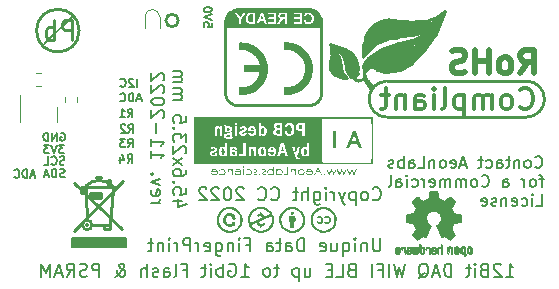
<source format=gbr>
%TF.GenerationSoftware,KiCad,Pcbnew,(6.0.9)*%
%TF.CreationDate,2022-11-24T16:48:46+01:00*%
%TF.ProjectId,LDAD ATOM PRO,4c444144-2041-4544-9f4d-2050524f2e6b,5.3*%
%TF.SameCoordinates,Original*%
%TF.FileFunction,Legend,Bot*%
%TF.FilePolarity,Positive*%
%FSLAX46Y46*%
G04 Gerber Fmt 4.6, Leading zero omitted, Abs format (unit mm)*
G04 Created by KiCad (PCBNEW (6.0.9)) date 2022-11-24 16:48:46*
%MOMM*%
%LPD*%
G01*
G04 APERTURE LIST*
%ADD10C,0.280000*%
%ADD11C,0.150000*%
%ADD12C,0.200000*%
%ADD13C,0.350000*%
%ADD14C,0.500000*%
%ADD15C,0.254000*%
%ADD16C,0.100000*%
%ADD17C,0.120000*%
%ADD18C,0.127000*%
%ADD19C,0.508000*%
%ADD20C,0.010000*%
G04 APERTURE END LIST*
D10*
X130480842Y-87080119D02*
G75*
G03*
X130480842Y-87080119I-530842J0D01*
G01*
D11*
X120503333Y-96600000D02*
X120570000Y-96566666D01*
X120670000Y-96566666D01*
X120770000Y-96600000D01*
X120836666Y-96666666D01*
X120870000Y-96733333D01*
X120903333Y-96866666D01*
X120903333Y-96966666D01*
X120870000Y-97100000D01*
X120836666Y-97166666D01*
X120770000Y-97233333D01*
X120670000Y-97266666D01*
X120603333Y-97266666D01*
X120503333Y-97233333D01*
X120470000Y-97200000D01*
X120470000Y-96966666D01*
X120603333Y-96966666D01*
X120170000Y-97266666D02*
X120170000Y-96566666D01*
X119770000Y-97266666D01*
X119770000Y-96566666D01*
X119436666Y-97266666D02*
X119436666Y-96566666D01*
X119270000Y-96566666D01*
X119170000Y-96600000D01*
X119103333Y-96666666D01*
X119070000Y-96733333D01*
X119036666Y-96866666D01*
X119036666Y-96966666D01*
X119070000Y-97100000D01*
X119103333Y-97166666D01*
X119170000Y-97233333D01*
X119270000Y-97266666D01*
X119436666Y-97266666D01*
X126973333Y-92696666D02*
X126973333Y-91996666D01*
X126673333Y-92063333D02*
X126640000Y-92030000D01*
X126573333Y-91996666D01*
X126406666Y-91996666D01*
X126340000Y-92030000D01*
X126306666Y-92063333D01*
X126273333Y-92130000D01*
X126273333Y-92196666D01*
X126306666Y-92296666D01*
X126706666Y-92696666D01*
X126273333Y-92696666D01*
X125573333Y-92630000D02*
X125606666Y-92663333D01*
X125706666Y-92696666D01*
X125773333Y-92696666D01*
X125873333Y-92663333D01*
X125940000Y-92596666D01*
X125973333Y-92530000D01*
X126006666Y-92396666D01*
X126006666Y-92296666D01*
X125973333Y-92163333D01*
X125940000Y-92096666D01*
X125873333Y-92030000D01*
X125773333Y-91996666D01*
X125706666Y-91996666D01*
X125606666Y-92030000D01*
X125573333Y-92063333D01*
X133313333Y-87256666D02*
X133313333Y-87590000D01*
X132980000Y-87623333D01*
X133013333Y-87590000D01*
X133046666Y-87523333D01*
X133046666Y-87356666D01*
X133013333Y-87290000D01*
X132980000Y-87256666D01*
X132913333Y-87223333D01*
X132746666Y-87223333D01*
X132680000Y-87256666D01*
X132646666Y-87290000D01*
X132613333Y-87356666D01*
X132613333Y-87523333D01*
X132646666Y-87590000D01*
X132680000Y-87623333D01*
X133313333Y-87023333D02*
X132613333Y-86790000D01*
X133313333Y-86556666D01*
X133313333Y-86190000D02*
X133313333Y-86123333D01*
X133280000Y-86056666D01*
X133246666Y-86023333D01*
X133180000Y-85990000D01*
X133046666Y-85956666D01*
X132880000Y-85956666D01*
X132746666Y-85990000D01*
X132680000Y-86023333D01*
X132646666Y-86056666D01*
X132613333Y-86123333D01*
X132613333Y-86190000D01*
X132646666Y-86256666D01*
X132680000Y-86290000D01*
X132746666Y-86323333D01*
X132880000Y-86356666D01*
X133046666Y-86356666D01*
X133180000Y-86323333D01*
X133246666Y-86290000D01*
X133280000Y-86256666D01*
X133313333Y-86190000D01*
X120826666Y-97626666D02*
X120393333Y-97626666D01*
X120626666Y-97893333D01*
X120526666Y-97893333D01*
X120460000Y-97926666D01*
X120426666Y-97960000D01*
X120393333Y-98026666D01*
X120393333Y-98193333D01*
X120426666Y-98260000D01*
X120460000Y-98293333D01*
X120526666Y-98326666D01*
X120726666Y-98326666D01*
X120793333Y-98293333D01*
X120826666Y-98260000D01*
X120193333Y-97626666D02*
X119960000Y-98326666D01*
X119726666Y-97626666D01*
X119560000Y-97626666D02*
X119126666Y-97626666D01*
X119360000Y-97893333D01*
X119260000Y-97893333D01*
X119193333Y-97926666D01*
X119160000Y-97960000D01*
X119126666Y-98026666D01*
X119126666Y-98193333D01*
X119160000Y-98260000D01*
X119193333Y-98293333D01*
X119260000Y-98326666D01*
X119460000Y-98326666D01*
X119526666Y-98293333D01*
X119560000Y-98260000D01*
D12*
X128202380Y-102523809D02*
X128935714Y-102523809D01*
X128726190Y-102523809D02*
X128830952Y-102471428D01*
X128883333Y-102419047D01*
X128935714Y-102314285D01*
X128935714Y-102209523D01*
X128254761Y-101423809D02*
X128202380Y-101528571D01*
X128202380Y-101738095D01*
X128254761Y-101842857D01*
X128359523Y-101895238D01*
X128778571Y-101895238D01*
X128883333Y-101842857D01*
X128935714Y-101738095D01*
X128935714Y-101528571D01*
X128883333Y-101423809D01*
X128778571Y-101371428D01*
X128673809Y-101371428D01*
X128569047Y-101895238D01*
X128935714Y-101004761D02*
X128202380Y-100742857D01*
X128935714Y-100480952D01*
X128307142Y-100061904D02*
X128254761Y-100009523D01*
X128202380Y-100061904D01*
X128254761Y-100114285D01*
X128307142Y-100061904D01*
X128202380Y-100061904D01*
X128202380Y-98123809D02*
X128202380Y-98752380D01*
X128202380Y-98438095D02*
X129302380Y-98438095D01*
X129145238Y-98542857D01*
X129040476Y-98647619D01*
X128988095Y-98752380D01*
X128202380Y-97076190D02*
X128202380Y-97704761D01*
X128202380Y-97390476D02*
X129302380Y-97390476D01*
X129145238Y-97495238D01*
X129040476Y-97600000D01*
X128988095Y-97704761D01*
X128621428Y-96604761D02*
X128621428Y-95766666D01*
X129197619Y-95295238D02*
X129250000Y-95242857D01*
X129302380Y-95138095D01*
X129302380Y-94876190D01*
X129250000Y-94771428D01*
X129197619Y-94719047D01*
X129092857Y-94666666D01*
X128988095Y-94666666D01*
X128830952Y-94719047D01*
X128202380Y-95347619D01*
X128202380Y-94666666D01*
X129302380Y-93985714D02*
X129302380Y-93880952D01*
X129250000Y-93776190D01*
X129197619Y-93723809D01*
X129092857Y-93671428D01*
X128883333Y-93619047D01*
X128621428Y-93619047D01*
X128411904Y-93671428D01*
X128307142Y-93723809D01*
X128254761Y-93776190D01*
X128202380Y-93880952D01*
X128202380Y-93985714D01*
X128254761Y-94090476D01*
X128307142Y-94142857D01*
X128411904Y-94195238D01*
X128621428Y-94247619D01*
X128883333Y-94247619D01*
X129092857Y-94195238D01*
X129197619Y-94142857D01*
X129250000Y-94090476D01*
X129302380Y-93985714D01*
X129197619Y-93200000D02*
X129250000Y-93147619D01*
X129302380Y-93042857D01*
X129302380Y-92780952D01*
X129250000Y-92676190D01*
X129197619Y-92623809D01*
X129092857Y-92571428D01*
X128988095Y-92571428D01*
X128830952Y-92623809D01*
X128202380Y-93252380D01*
X128202380Y-92571428D01*
X129197619Y-92152380D02*
X129250000Y-92100000D01*
X129302380Y-91995238D01*
X129302380Y-91733333D01*
X129250000Y-91628571D01*
X129197619Y-91576190D01*
X129092857Y-91523809D01*
X128988095Y-91523809D01*
X128830952Y-91576190D01*
X128202380Y-92204761D01*
X128202380Y-91523809D01*
X130775714Y-102364285D02*
X130042380Y-102364285D01*
X131194761Y-102626190D02*
X130409047Y-102888095D01*
X130409047Y-102207142D01*
X131142380Y-101264285D02*
X131142380Y-101788095D01*
X130618571Y-101840476D01*
X130670952Y-101788095D01*
X130723333Y-101683333D01*
X130723333Y-101421428D01*
X130670952Y-101316666D01*
X130618571Y-101264285D01*
X130513809Y-101211904D01*
X130251904Y-101211904D01*
X130147142Y-101264285D01*
X130094761Y-101316666D01*
X130042380Y-101421428D01*
X130042380Y-101683333D01*
X130094761Y-101788095D01*
X130147142Y-101840476D01*
X130147142Y-100740476D02*
X130094761Y-100688095D01*
X130042380Y-100740476D01*
X130094761Y-100792857D01*
X130147142Y-100740476D01*
X130042380Y-100740476D01*
X131142380Y-99745238D02*
X131142380Y-99954761D01*
X131090000Y-100059523D01*
X131037619Y-100111904D01*
X130880476Y-100216666D01*
X130670952Y-100269047D01*
X130251904Y-100269047D01*
X130147142Y-100216666D01*
X130094761Y-100164285D01*
X130042380Y-100059523D01*
X130042380Y-99850000D01*
X130094761Y-99745238D01*
X130147142Y-99692857D01*
X130251904Y-99640476D01*
X130513809Y-99640476D01*
X130618571Y-99692857D01*
X130670952Y-99745238D01*
X130723333Y-99850000D01*
X130723333Y-100059523D01*
X130670952Y-100164285D01*
X130618571Y-100216666D01*
X130513809Y-100269047D01*
X130042380Y-99273809D02*
X130775714Y-98697619D01*
X130775714Y-99273809D02*
X130042380Y-98697619D01*
X131037619Y-98330952D02*
X131090000Y-98278571D01*
X131142380Y-98173809D01*
X131142380Y-97911904D01*
X131090000Y-97807142D01*
X131037619Y-97754761D01*
X130932857Y-97702380D01*
X130828095Y-97702380D01*
X130670952Y-97754761D01*
X130042380Y-98383333D01*
X130042380Y-97702380D01*
X131142380Y-97335714D02*
X131142380Y-96654761D01*
X130723333Y-97021428D01*
X130723333Y-96864285D01*
X130670952Y-96759523D01*
X130618571Y-96707142D01*
X130513809Y-96654761D01*
X130251904Y-96654761D01*
X130147142Y-96707142D01*
X130094761Y-96759523D01*
X130042380Y-96864285D01*
X130042380Y-97178571D01*
X130094761Y-97283333D01*
X130147142Y-97335714D01*
X130147142Y-96183333D02*
X130094761Y-96130952D01*
X130042380Y-96183333D01*
X130094761Y-96235714D01*
X130147142Y-96183333D01*
X130042380Y-96183333D01*
X131142380Y-95135714D02*
X131142380Y-95659523D01*
X130618571Y-95711904D01*
X130670952Y-95659523D01*
X130723333Y-95554761D01*
X130723333Y-95292857D01*
X130670952Y-95188095D01*
X130618571Y-95135714D01*
X130513809Y-95083333D01*
X130251904Y-95083333D01*
X130147142Y-95135714D01*
X130094761Y-95188095D01*
X130042380Y-95292857D01*
X130042380Y-95554761D01*
X130094761Y-95659523D01*
X130147142Y-95711904D01*
X130042380Y-93773809D02*
X130775714Y-93773809D01*
X130670952Y-93773809D02*
X130723333Y-93721428D01*
X130775714Y-93616666D01*
X130775714Y-93459523D01*
X130723333Y-93354761D01*
X130618571Y-93302380D01*
X130042380Y-93302380D01*
X130618571Y-93302380D02*
X130723333Y-93250000D01*
X130775714Y-93145238D01*
X130775714Y-92988095D01*
X130723333Y-92883333D01*
X130618571Y-92830952D01*
X130042380Y-92830952D01*
X130042380Y-92307142D02*
X130775714Y-92307142D01*
X130670952Y-92307142D02*
X130723333Y-92254761D01*
X130775714Y-92150000D01*
X130775714Y-91992857D01*
X130723333Y-91888095D01*
X130618571Y-91835714D01*
X130042380Y-91835714D01*
X130618571Y-91835714D02*
X130723333Y-91783333D01*
X130775714Y-91678571D01*
X130775714Y-91521428D01*
X130723333Y-91416666D01*
X130618571Y-91364285D01*
X130042380Y-91364285D01*
X146949047Y-102192857D02*
X147001428Y-102245238D01*
X147158571Y-102297619D01*
X147263333Y-102297619D01*
X147420476Y-102245238D01*
X147525238Y-102140476D01*
X147577619Y-102035714D01*
X147630000Y-101826190D01*
X147630000Y-101669047D01*
X147577619Y-101459523D01*
X147525238Y-101354761D01*
X147420476Y-101250000D01*
X147263333Y-101197619D01*
X147158571Y-101197619D01*
X147001428Y-101250000D01*
X146949047Y-101302380D01*
X146320476Y-102297619D02*
X146425238Y-102245238D01*
X146477619Y-102192857D01*
X146530000Y-102088095D01*
X146530000Y-101773809D01*
X146477619Y-101669047D01*
X146425238Y-101616666D01*
X146320476Y-101564285D01*
X146163333Y-101564285D01*
X146058571Y-101616666D01*
X146006190Y-101669047D01*
X145953809Y-101773809D01*
X145953809Y-102088095D01*
X146006190Y-102192857D01*
X146058571Y-102245238D01*
X146163333Y-102297619D01*
X146320476Y-102297619D01*
X145482380Y-101564285D02*
X145482380Y-102664285D01*
X145482380Y-101616666D02*
X145377619Y-101564285D01*
X145168095Y-101564285D01*
X145063333Y-101616666D01*
X145010952Y-101669047D01*
X144958571Y-101773809D01*
X144958571Y-102088095D01*
X145010952Y-102192857D01*
X145063333Y-102245238D01*
X145168095Y-102297619D01*
X145377619Y-102297619D01*
X145482380Y-102245238D01*
X144591904Y-101564285D02*
X144330000Y-102297619D01*
X144068095Y-101564285D02*
X144330000Y-102297619D01*
X144434761Y-102559523D01*
X144487142Y-102611904D01*
X144591904Y-102664285D01*
X143649047Y-102297619D02*
X143649047Y-101564285D01*
X143649047Y-101773809D02*
X143596666Y-101669047D01*
X143544285Y-101616666D01*
X143439523Y-101564285D01*
X143334761Y-101564285D01*
X142968095Y-102297619D02*
X142968095Y-101564285D01*
X142968095Y-101197619D02*
X143020476Y-101250000D01*
X142968095Y-101302380D01*
X142915714Y-101250000D01*
X142968095Y-101197619D01*
X142968095Y-101302380D01*
X141972857Y-101564285D02*
X141972857Y-102454761D01*
X142025238Y-102559523D01*
X142077619Y-102611904D01*
X142182380Y-102664285D01*
X142339523Y-102664285D01*
X142444285Y-102611904D01*
X141972857Y-102245238D02*
X142077619Y-102297619D01*
X142287142Y-102297619D01*
X142391904Y-102245238D01*
X142444285Y-102192857D01*
X142496666Y-102088095D01*
X142496666Y-101773809D01*
X142444285Y-101669047D01*
X142391904Y-101616666D01*
X142287142Y-101564285D01*
X142077619Y-101564285D01*
X141972857Y-101616666D01*
X141449047Y-102297619D02*
X141449047Y-101197619D01*
X140977619Y-102297619D02*
X140977619Y-101721428D01*
X141030000Y-101616666D01*
X141134761Y-101564285D01*
X141291904Y-101564285D01*
X141396666Y-101616666D01*
X141449047Y-101669047D01*
X140610952Y-101564285D02*
X140191904Y-101564285D01*
X140453809Y-101197619D02*
X140453809Y-102140476D01*
X140401428Y-102245238D01*
X140296666Y-102297619D01*
X140191904Y-102297619D01*
X138358571Y-102192857D02*
X138410952Y-102245238D01*
X138568095Y-102297619D01*
X138672857Y-102297619D01*
X138830000Y-102245238D01*
X138934761Y-102140476D01*
X138987142Y-102035714D01*
X139039523Y-101826190D01*
X139039523Y-101669047D01*
X138987142Y-101459523D01*
X138934761Y-101354761D01*
X138830000Y-101250000D01*
X138672857Y-101197619D01*
X138568095Y-101197619D01*
X138410952Y-101250000D01*
X138358571Y-101302380D01*
X137258571Y-102192857D02*
X137310952Y-102245238D01*
X137468095Y-102297619D01*
X137572857Y-102297619D01*
X137730000Y-102245238D01*
X137834761Y-102140476D01*
X137887142Y-102035714D01*
X137939523Y-101826190D01*
X137939523Y-101669047D01*
X137887142Y-101459523D01*
X137834761Y-101354761D01*
X137730000Y-101250000D01*
X137572857Y-101197619D01*
X137468095Y-101197619D01*
X137310952Y-101250000D01*
X137258571Y-101302380D01*
X136001428Y-101302380D02*
X135949047Y-101250000D01*
X135844285Y-101197619D01*
X135582380Y-101197619D01*
X135477619Y-101250000D01*
X135425238Y-101302380D01*
X135372857Y-101407142D01*
X135372857Y-101511904D01*
X135425238Y-101669047D01*
X136053809Y-102297619D01*
X135372857Y-102297619D01*
X134691904Y-101197619D02*
X134587142Y-101197619D01*
X134482380Y-101250000D01*
X134430000Y-101302380D01*
X134377619Y-101407142D01*
X134325238Y-101616666D01*
X134325238Y-101878571D01*
X134377619Y-102088095D01*
X134430000Y-102192857D01*
X134482380Y-102245238D01*
X134587142Y-102297619D01*
X134691904Y-102297619D01*
X134796666Y-102245238D01*
X134849047Y-102192857D01*
X134901428Y-102088095D01*
X134953809Y-101878571D01*
X134953809Y-101616666D01*
X134901428Y-101407142D01*
X134849047Y-101302380D01*
X134796666Y-101250000D01*
X134691904Y-101197619D01*
X133906190Y-101302380D02*
X133853809Y-101250000D01*
X133749047Y-101197619D01*
X133487142Y-101197619D01*
X133382380Y-101250000D01*
X133330000Y-101302380D01*
X133277619Y-101407142D01*
X133277619Y-101511904D01*
X133330000Y-101669047D01*
X133958571Y-102297619D01*
X133277619Y-102297619D01*
X132858571Y-101302380D02*
X132806190Y-101250000D01*
X132701428Y-101197619D01*
X132439523Y-101197619D01*
X132334761Y-101250000D01*
X132282380Y-101302380D01*
X132230000Y-101407142D01*
X132230000Y-101511904D01*
X132282380Y-101669047D01*
X132910952Y-102297619D01*
X132230000Y-102297619D01*
D11*
X126256666Y-96576666D02*
X126490000Y-96243333D01*
X126656666Y-96576666D02*
X126656666Y-95876666D01*
X126390000Y-95876666D01*
X126323333Y-95910000D01*
X126290000Y-95943333D01*
X126256666Y-96010000D01*
X126256666Y-96110000D01*
X126290000Y-96176666D01*
X126323333Y-96210000D01*
X126390000Y-96243333D01*
X126656666Y-96243333D01*
X125990000Y-95943333D02*
X125956666Y-95910000D01*
X125890000Y-95876666D01*
X125723333Y-95876666D01*
X125656666Y-95910000D01*
X125623333Y-95943333D01*
X125590000Y-96010000D01*
X125590000Y-96076666D01*
X125623333Y-96176666D01*
X126023333Y-96576666D01*
X125590000Y-96576666D01*
X120850000Y-100293333D02*
X120750000Y-100326666D01*
X120583333Y-100326666D01*
X120516666Y-100293333D01*
X120483333Y-100260000D01*
X120450000Y-100193333D01*
X120450000Y-100126666D01*
X120483333Y-100060000D01*
X120516666Y-100026666D01*
X120583333Y-99993333D01*
X120716666Y-99960000D01*
X120783333Y-99926666D01*
X120816666Y-99893333D01*
X120850000Y-99826666D01*
X120850000Y-99760000D01*
X120816666Y-99693333D01*
X120783333Y-99660000D01*
X120716666Y-99626666D01*
X120550000Y-99626666D01*
X120450000Y-99660000D01*
X120150000Y-100326666D02*
X120150000Y-99626666D01*
X119983333Y-99626666D01*
X119883333Y-99660000D01*
X119816666Y-99726666D01*
X119783333Y-99793333D01*
X119750000Y-99926666D01*
X119750000Y-100026666D01*
X119783333Y-100160000D01*
X119816666Y-100226666D01*
X119883333Y-100293333D01*
X119983333Y-100326666D01*
X120150000Y-100326666D01*
X119483333Y-100126666D02*
X119150000Y-100126666D01*
X119550000Y-100326666D02*
X119316666Y-99626666D01*
X119083333Y-100326666D01*
D12*
X160690476Y-99467142D02*
X160738095Y-99514761D01*
X160880952Y-99562380D01*
X160976190Y-99562380D01*
X161119047Y-99514761D01*
X161214285Y-99419523D01*
X161261904Y-99324285D01*
X161309523Y-99133809D01*
X161309523Y-98990952D01*
X161261904Y-98800476D01*
X161214285Y-98705238D01*
X161119047Y-98610000D01*
X160976190Y-98562380D01*
X160880952Y-98562380D01*
X160738095Y-98610000D01*
X160690476Y-98657619D01*
X160119047Y-99562380D02*
X160214285Y-99514761D01*
X160261904Y-99467142D01*
X160309523Y-99371904D01*
X160309523Y-99086190D01*
X160261904Y-98990952D01*
X160214285Y-98943333D01*
X160119047Y-98895714D01*
X159976190Y-98895714D01*
X159880952Y-98943333D01*
X159833333Y-98990952D01*
X159785714Y-99086190D01*
X159785714Y-99371904D01*
X159833333Y-99467142D01*
X159880952Y-99514761D01*
X159976190Y-99562380D01*
X160119047Y-99562380D01*
X159357142Y-98895714D02*
X159357142Y-99562380D01*
X159357142Y-98990952D02*
X159309523Y-98943333D01*
X159214285Y-98895714D01*
X159071428Y-98895714D01*
X158976190Y-98943333D01*
X158928571Y-99038571D01*
X158928571Y-99562380D01*
X158595238Y-98895714D02*
X158214285Y-98895714D01*
X158452380Y-98562380D02*
X158452380Y-99419523D01*
X158404761Y-99514761D01*
X158309523Y-99562380D01*
X158214285Y-99562380D01*
X157452380Y-99562380D02*
X157452380Y-99038571D01*
X157500000Y-98943333D01*
X157595238Y-98895714D01*
X157785714Y-98895714D01*
X157880952Y-98943333D01*
X157452380Y-99514761D02*
X157547619Y-99562380D01*
X157785714Y-99562380D01*
X157880952Y-99514761D01*
X157928571Y-99419523D01*
X157928571Y-99324285D01*
X157880952Y-99229047D01*
X157785714Y-99181428D01*
X157547619Y-99181428D01*
X157452380Y-99133809D01*
X156547619Y-99514761D02*
X156642857Y-99562380D01*
X156833333Y-99562380D01*
X156928571Y-99514761D01*
X156976190Y-99467142D01*
X157023809Y-99371904D01*
X157023809Y-99086190D01*
X156976190Y-98990952D01*
X156928571Y-98943333D01*
X156833333Y-98895714D01*
X156642857Y-98895714D01*
X156547619Y-98943333D01*
X156261904Y-98895714D02*
X155880952Y-98895714D01*
X156119047Y-98562380D02*
X156119047Y-99419523D01*
X156071428Y-99514761D01*
X155976190Y-99562380D01*
X155880952Y-99562380D01*
X154833333Y-99276666D02*
X154357142Y-99276666D01*
X154928571Y-99562380D02*
X154595238Y-98562380D01*
X154261904Y-99562380D01*
X153547619Y-99514761D02*
X153642857Y-99562380D01*
X153833333Y-99562380D01*
X153928571Y-99514761D01*
X153976190Y-99419523D01*
X153976190Y-99038571D01*
X153928571Y-98943333D01*
X153833333Y-98895714D01*
X153642857Y-98895714D01*
X153547619Y-98943333D01*
X153500000Y-99038571D01*
X153500000Y-99133809D01*
X153976190Y-99229047D01*
X152928571Y-99562380D02*
X153023809Y-99514761D01*
X153071428Y-99467142D01*
X153119047Y-99371904D01*
X153119047Y-99086190D01*
X153071428Y-98990952D01*
X153023809Y-98943333D01*
X152928571Y-98895714D01*
X152785714Y-98895714D01*
X152690476Y-98943333D01*
X152642857Y-98990952D01*
X152595238Y-99086190D01*
X152595238Y-99371904D01*
X152642857Y-99467142D01*
X152690476Y-99514761D01*
X152785714Y-99562380D01*
X152928571Y-99562380D01*
X152166666Y-98895714D02*
X152166666Y-99562380D01*
X152166666Y-98990952D02*
X152119047Y-98943333D01*
X152023809Y-98895714D01*
X151880952Y-98895714D01*
X151785714Y-98943333D01*
X151738095Y-99038571D01*
X151738095Y-99562380D01*
X150785714Y-99562380D02*
X151261904Y-99562380D01*
X151261904Y-98562380D01*
X150023809Y-99562380D02*
X150023809Y-99038571D01*
X150071428Y-98943333D01*
X150166666Y-98895714D01*
X150357142Y-98895714D01*
X150452380Y-98943333D01*
X150023809Y-99514761D02*
X150119047Y-99562380D01*
X150357142Y-99562380D01*
X150452380Y-99514761D01*
X150500000Y-99419523D01*
X150500000Y-99324285D01*
X150452380Y-99229047D01*
X150357142Y-99181428D01*
X150119047Y-99181428D01*
X150023809Y-99133809D01*
X149547619Y-99562380D02*
X149547619Y-98562380D01*
X149547619Y-98943333D02*
X149452380Y-98895714D01*
X149261904Y-98895714D01*
X149166666Y-98943333D01*
X149119047Y-98990952D01*
X149071428Y-99086190D01*
X149071428Y-99371904D01*
X149119047Y-99467142D01*
X149166666Y-99514761D01*
X149261904Y-99562380D01*
X149452380Y-99562380D01*
X149547619Y-99514761D01*
X148690476Y-99514761D02*
X148595238Y-99562380D01*
X148404761Y-99562380D01*
X148309523Y-99514761D01*
X148261904Y-99419523D01*
X148261904Y-99371904D01*
X148309523Y-99276666D01*
X148404761Y-99229047D01*
X148547619Y-99229047D01*
X148642857Y-99181428D01*
X148690476Y-99086190D01*
X148690476Y-99038571D01*
X148642857Y-98943333D01*
X148547619Y-98895714D01*
X148404761Y-98895714D01*
X148309523Y-98943333D01*
X161404761Y-100505714D02*
X161023809Y-100505714D01*
X161261904Y-101172380D02*
X161261904Y-100315238D01*
X161214285Y-100220000D01*
X161119047Y-100172380D01*
X161023809Y-100172380D01*
X160547619Y-101172380D02*
X160642857Y-101124761D01*
X160690476Y-101077142D01*
X160738095Y-100981904D01*
X160738095Y-100696190D01*
X160690476Y-100600952D01*
X160642857Y-100553333D01*
X160547619Y-100505714D01*
X160404761Y-100505714D01*
X160309523Y-100553333D01*
X160261904Y-100600952D01*
X160214285Y-100696190D01*
X160214285Y-100981904D01*
X160261904Y-101077142D01*
X160309523Y-101124761D01*
X160404761Y-101172380D01*
X160547619Y-101172380D01*
X159785714Y-101172380D02*
X159785714Y-100505714D01*
X159785714Y-100696190D02*
X159738095Y-100600952D01*
X159690476Y-100553333D01*
X159595238Y-100505714D01*
X159500000Y-100505714D01*
X157976190Y-101172380D02*
X157976190Y-100648571D01*
X158023809Y-100553333D01*
X158119047Y-100505714D01*
X158309523Y-100505714D01*
X158404761Y-100553333D01*
X157976190Y-101124761D02*
X158071428Y-101172380D01*
X158309523Y-101172380D01*
X158404761Y-101124761D01*
X158452380Y-101029523D01*
X158452380Y-100934285D01*
X158404761Y-100839047D01*
X158309523Y-100791428D01*
X158071428Y-100791428D01*
X157976190Y-100743809D01*
X156166666Y-101077142D02*
X156214285Y-101124761D01*
X156357142Y-101172380D01*
X156452380Y-101172380D01*
X156595238Y-101124761D01*
X156690476Y-101029523D01*
X156738095Y-100934285D01*
X156785714Y-100743809D01*
X156785714Y-100600952D01*
X156738095Y-100410476D01*
X156690476Y-100315238D01*
X156595238Y-100220000D01*
X156452380Y-100172380D01*
X156357142Y-100172380D01*
X156214285Y-100220000D01*
X156166666Y-100267619D01*
X155595238Y-101172380D02*
X155690476Y-101124761D01*
X155738095Y-101077142D01*
X155785714Y-100981904D01*
X155785714Y-100696190D01*
X155738095Y-100600952D01*
X155690476Y-100553333D01*
X155595238Y-100505714D01*
X155452380Y-100505714D01*
X155357142Y-100553333D01*
X155309523Y-100600952D01*
X155261904Y-100696190D01*
X155261904Y-100981904D01*
X155309523Y-101077142D01*
X155357142Y-101124761D01*
X155452380Y-101172380D01*
X155595238Y-101172380D01*
X154833333Y-101172380D02*
X154833333Y-100505714D01*
X154833333Y-100600952D02*
X154785714Y-100553333D01*
X154690476Y-100505714D01*
X154547619Y-100505714D01*
X154452380Y-100553333D01*
X154404761Y-100648571D01*
X154404761Y-101172380D01*
X154404761Y-100648571D02*
X154357142Y-100553333D01*
X154261904Y-100505714D01*
X154119047Y-100505714D01*
X154023809Y-100553333D01*
X153976190Y-100648571D01*
X153976190Y-101172380D01*
X153500000Y-101172380D02*
X153500000Y-100505714D01*
X153500000Y-100600952D02*
X153452380Y-100553333D01*
X153357142Y-100505714D01*
X153214285Y-100505714D01*
X153119047Y-100553333D01*
X153071428Y-100648571D01*
X153071428Y-101172380D01*
X153071428Y-100648571D02*
X153023809Y-100553333D01*
X152928571Y-100505714D01*
X152785714Y-100505714D01*
X152690476Y-100553333D01*
X152642857Y-100648571D01*
X152642857Y-101172380D01*
X151785714Y-101124761D02*
X151880952Y-101172380D01*
X152071428Y-101172380D01*
X152166666Y-101124761D01*
X152214285Y-101029523D01*
X152214285Y-100648571D01*
X152166666Y-100553333D01*
X152071428Y-100505714D01*
X151880952Y-100505714D01*
X151785714Y-100553333D01*
X151738095Y-100648571D01*
X151738095Y-100743809D01*
X152214285Y-100839047D01*
X151309523Y-101172380D02*
X151309523Y-100505714D01*
X151309523Y-100696190D02*
X151261904Y-100600952D01*
X151214285Y-100553333D01*
X151119047Y-100505714D01*
X151023809Y-100505714D01*
X150261904Y-101124761D02*
X150357142Y-101172380D01*
X150547619Y-101172380D01*
X150642857Y-101124761D01*
X150690476Y-101077142D01*
X150738095Y-100981904D01*
X150738095Y-100696190D01*
X150690476Y-100600952D01*
X150642857Y-100553333D01*
X150547619Y-100505714D01*
X150357142Y-100505714D01*
X150261904Y-100553333D01*
X149833333Y-101172380D02*
X149833333Y-100505714D01*
X149833333Y-100172380D02*
X149880952Y-100220000D01*
X149833333Y-100267619D01*
X149785714Y-100220000D01*
X149833333Y-100172380D01*
X149833333Y-100267619D01*
X148928571Y-101172380D02*
X148928571Y-100648571D01*
X148976190Y-100553333D01*
X149071428Y-100505714D01*
X149261904Y-100505714D01*
X149357142Y-100553333D01*
X148928571Y-101124761D02*
X149023809Y-101172380D01*
X149261904Y-101172380D01*
X149357142Y-101124761D01*
X149404761Y-101029523D01*
X149404761Y-100934285D01*
X149357142Y-100839047D01*
X149261904Y-100791428D01*
X149023809Y-100791428D01*
X148928571Y-100743809D01*
X148309523Y-101172380D02*
X148404761Y-101124761D01*
X148452380Y-101029523D01*
X148452380Y-100172380D01*
X160785714Y-102782380D02*
X161261904Y-102782380D01*
X161261904Y-101782380D01*
X160452380Y-102782380D02*
X160452380Y-102115714D01*
X160452380Y-101782380D02*
X160500000Y-101830000D01*
X160452380Y-101877619D01*
X160404761Y-101830000D01*
X160452380Y-101782380D01*
X160452380Y-101877619D01*
X159547619Y-102734761D02*
X159642857Y-102782380D01*
X159833333Y-102782380D01*
X159928571Y-102734761D01*
X159976190Y-102687142D01*
X160023809Y-102591904D01*
X160023809Y-102306190D01*
X159976190Y-102210952D01*
X159928571Y-102163333D01*
X159833333Y-102115714D01*
X159642857Y-102115714D01*
X159547619Y-102163333D01*
X158738095Y-102734761D02*
X158833333Y-102782380D01*
X159023809Y-102782380D01*
X159119047Y-102734761D01*
X159166666Y-102639523D01*
X159166666Y-102258571D01*
X159119047Y-102163333D01*
X159023809Y-102115714D01*
X158833333Y-102115714D01*
X158738095Y-102163333D01*
X158690476Y-102258571D01*
X158690476Y-102353809D01*
X159166666Y-102449047D01*
X158261904Y-102115714D02*
X158261904Y-102782380D01*
X158261904Y-102210952D02*
X158214285Y-102163333D01*
X158119047Y-102115714D01*
X157976190Y-102115714D01*
X157880952Y-102163333D01*
X157833333Y-102258571D01*
X157833333Y-102782380D01*
X157404761Y-102734761D02*
X157309523Y-102782380D01*
X157119047Y-102782380D01*
X157023809Y-102734761D01*
X156976190Y-102639523D01*
X156976190Y-102591904D01*
X157023809Y-102496666D01*
X157119047Y-102449047D01*
X157261904Y-102449047D01*
X157357142Y-102401428D01*
X157404761Y-102306190D01*
X157404761Y-102258571D01*
X157357142Y-102163333D01*
X157261904Y-102115714D01*
X157119047Y-102115714D01*
X157023809Y-102163333D01*
X156166666Y-102734761D02*
X156261904Y-102782380D01*
X156452380Y-102782380D01*
X156547619Y-102734761D01*
X156595238Y-102639523D01*
X156595238Y-102258571D01*
X156547619Y-102163333D01*
X156452380Y-102115714D01*
X156261904Y-102115714D01*
X156166666Y-102163333D01*
X156119047Y-102258571D01*
X156119047Y-102353809D01*
X156595238Y-102449047D01*
X158210952Y-108757619D02*
X158839523Y-108757619D01*
X158525238Y-108757619D02*
X158525238Y-107657619D01*
X158630000Y-107814761D01*
X158734761Y-107919523D01*
X158839523Y-107971904D01*
X157791904Y-107762380D02*
X157739523Y-107710000D01*
X157634761Y-107657619D01*
X157372857Y-107657619D01*
X157268095Y-107710000D01*
X157215714Y-107762380D01*
X157163333Y-107867142D01*
X157163333Y-107971904D01*
X157215714Y-108129047D01*
X157844285Y-108757619D01*
X157163333Y-108757619D01*
X156325238Y-108181428D02*
X156168095Y-108233809D01*
X156115714Y-108286190D01*
X156063333Y-108390952D01*
X156063333Y-108548095D01*
X156115714Y-108652857D01*
X156168095Y-108705238D01*
X156272857Y-108757619D01*
X156691904Y-108757619D01*
X156691904Y-107657619D01*
X156325238Y-107657619D01*
X156220476Y-107710000D01*
X156168095Y-107762380D01*
X156115714Y-107867142D01*
X156115714Y-107971904D01*
X156168095Y-108076666D01*
X156220476Y-108129047D01*
X156325238Y-108181428D01*
X156691904Y-108181428D01*
X155591904Y-108757619D02*
X155591904Y-108024285D01*
X155591904Y-107657619D02*
X155644285Y-107710000D01*
X155591904Y-107762380D01*
X155539523Y-107710000D01*
X155591904Y-107657619D01*
X155591904Y-107762380D01*
X155225238Y-108024285D02*
X154806190Y-108024285D01*
X155068095Y-107657619D02*
X155068095Y-108600476D01*
X155015714Y-108705238D01*
X154910952Y-108757619D01*
X154806190Y-108757619D01*
X153601428Y-108757619D02*
X153601428Y-107657619D01*
X153339523Y-107657619D01*
X153182380Y-107710000D01*
X153077619Y-107814761D01*
X153025238Y-107919523D01*
X152972857Y-108129047D01*
X152972857Y-108286190D01*
X153025238Y-108495714D01*
X153077619Y-108600476D01*
X153182380Y-108705238D01*
X153339523Y-108757619D01*
X153601428Y-108757619D01*
X152553809Y-108443333D02*
X152030000Y-108443333D01*
X152658571Y-108757619D02*
X152291904Y-107657619D01*
X151925238Y-108757619D01*
X150825238Y-108862380D02*
X150930000Y-108810000D01*
X151034761Y-108705238D01*
X151191904Y-108548095D01*
X151296666Y-108495714D01*
X151401428Y-108495714D01*
X151349047Y-108757619D02*
X151453809Y-108705238D01*
X151558571Y-108600476D01*
X151610952Y-108390952D01*
X151610952Y-108024285D01*
X151558571Y-107814761D01*
X151453809Y-107710000D01*
X151349047Y-107657619D01*
X151139523Y-107657619D01*
X151034761Y-107710000D01*
X150930000Y-107814761D01*
X150877619Y-108024285D01*
X150877619Y-108390952D01*
X150930000Y-108600476D01*
X151034761Y-108705238D01*
X151139523Y-108757619D01*
X151349047Y-108757619D01*
X149672857Y-107657619D02*
X149410952Y-108757619D01*
X149201428Y-107971904D01*
X148991904Y-108757619D01*
X148730000Y-107657619D01*
X148310952Y-108757619D02*
X148310952Y-107657619D01*
X147420476Y-108181428D02*
X147787142Y-108181428D01*
X147787142Y-108757619D02*
X147787142Y-107657619D01*
X147263333Y-107657619D01*
X146844285Y-108757619D02*
X146844285Y-107657619D01*
X145115714Y-108181428D02*
X144958571Y-108233809D01*
X144906190Y-108286190D01*
X144853809Y-108390952D01*
X144853809Y-108548095D01*
X144906190Y-108652857D01*
X144958571Y-108705238D01*
X145063333Y-108757619D01*
X145482380Y-108757619D01*
X145482380Y-107657619D01*
X145115714Y-107657619D01*
X145010952Y-107710000D01*
X144958571Y-107762380D01*
X144906190Y-107867142D01*
X144906190Y-107971904D01*
X144958571Y-108076666D01*
X145010952Y-108129047D01*
X145115714Y-108181428D01*
X145482380Y-108181428D01*
X143858571Y-108757619D02*
X144382380Y-108757619D01*
X144382380Y-107657619D01*
X143491904Y-108181428D02*
X143125238Y-108181428D01*
X142968095Y-108757619D02*
X143491904Y-108757619D01*
X143491904Y-107657619D01*
X142968095Y-107657619D01*
X141187142Y-108024285D02*
X141187142Y-108757619D01*
X141658571Y-108024285D02*
X141658571Y-108600476D01*
X141606190Y-108705238D01*
X141501428Y-108757619D01*
X141344285Y-108757619D01*
X141239523Y-108705238D01*
X141187142Y-108652857D01*
X140663333Y-108024285D02*
X140663333Y-109124285D01*
X140663333Y-108076666D02*
X140558571Y-108024285D01*
X140349047Y-108024285D01*
X140244285Y-108076666D01*
X140191904Y-108129047D01*
X140139523Y-108233809D01*
X140139523Y-108548095D01*
X140191904Y-108652857D01*
X140244285Y-108705238D01*
X140349047Y-108757619D01*
X140558571Y-108757619D01*
X140663333Y-108705238D01*
X138987142Y-108024285D02*
X138568095Y-108024285D01*
X138830000Y-107657619D02*
X138830000Y-108600476D01*
X138777619Y-108705238D01*
X138672857Y-108757619D01*
X138568095Y-108757619D01*
X138044285Y-108757619D02*
X138149047Y-108705238D01*
X138201428Y-108652857D01*
X138253809Y-108548095D01*
X138253809Y-108233809D01*
X138201428Y-108129047D01*
X138149047Y-108076666D01*
X138044285Y-108024285D01*
X137887142Y-108024285D01*
X137782380Y-108076666D01*
X137730000Y-108129047D01*
X137677619Y-108233809D01*
X137677619Y-108548095D01*
X137730000Y-108652857D01*
X137782380Y-108705238D01*
X137887142Y-108757619D01*
X138044285Y-108757619D01*
X135791904Y-108757619D02*
X136420476Y-108757619D01*
X136106190Y-108757619D02*
X136106190Y-107657619D01*
X136210952Y-107814761D01*
X136315714Y-107919523D01*
X136420476Y-107971904D01*
X134744285Y-107710000D02*
X134849047Y-107657619D01*
X135006190Y-107657619D01*
X135163333Y-107710000D01*
X135268095Y-107814761D01*
X135320476Y-107919523D01*
X135372857Y-108129047D01*
X135372857Y-108286190D01*
X135320476Y-108495714D01*
X135268095Y-108600476D01*
X135163333Y-108705238D01*
X135006190Y-108757619D01*
X134901428Y-108757619D01*
X134744285Y-108705238D01*
X134691904Y-108652857D01*
X134691904Y-108286190D01*
X134901428Y-108286190D01*
X134220476Y-108757619D02*
X134220476Y-107657619D01*
X134220476Y-108076666D02*
X134115714Y-108024285D01*
X133906190Y-108024285D01*
X133801428Y-108076666D01*
X133749047Y-108129047D01*
X133696666Y-108233809D01*
X133696666Y-108548095D01*
X133749047Y-108652857D01*
X133801428Y-108705238D01*
X133906190Y-108757619D01*
X134115714Y-108757619D01*
X134220476Y-108705238D01*
X133225238Y-108757619D02*
X133225238Y-108024285D01*
X133225238Y-107657619D02*
X133277619Y-107710000D01*
X133225238Y-107762380D01*
X133172857Y-107710000D01*
X133225238Y-107657619D01*
X133225238Y-107762380D01*
X132858571Y-108024285D02*
X132439523Y-108024285D01*
X132701428Y-107657619D02*
X132701428Y-108600476D01*
X132649047Y-108705238D01*
X132544285Y-108757619D01*
X132439523Y-108757619D01*
X130868095Y-108181428D02*
X131234761Y-108181428D01*
X131234761Y-108757619D02*
X131234761Y-107657619D01*
X130710952Y-107657619D01*
X130134761Y-108757619D02*
X130239523Y-108705238D01*
X130291904Y-108600476D01*
X130291904Y-107657619D01*
X129244285Y-108757619D02*
X129244285Y-108181428D01*
X129296666Y-108076666D01*
X129401428Y-108024285D01*
X129610952Y-108024285D01*
X129715714Y-108076666D01*
X129244285Y-108705238D02*
X129349047Y-108757619D01*
X129610952Y-108757619D01*
X129715714Y-108705238D01*
X129768095Y-108600476D01*
X129768095Y-108495714D01*
X129715714Y-108390952D01*
X129610952Y-108338571D01*
X129349047Y-108338571D01*
X129244285Y-108286190D01*
X128772857Y-108705238D02*
X128668095Y-108757619D01*
X128458571Y-108757619D01*
X128353809Y-108705238D01*
X128301428Y-108600476D01*
X128301428Y-108548095D01*
X128353809Y-108443333D01*
X128458571Y-108390952D01*
X128615714Y-108390952D01*
X128720476Y-108338571D01*
X128772857Y-108233809D01*
X128772857Y-108181428D01*
X128720476Y-108076666D01*
X128615714Y-108024285D01*
X128458571Y-108024285D01*
X128353809Y-108076666D01*
X127830000Y-108757619D02*
X127830000Y-107657619D01*
X127358571Y-108757619D02*
X127358571Y-108181428D01*
X127410952Y-108076666D01*
X127515714Y-108024285D01*
X127672857Y-108024285D01*
X127777619Y-108076666D01*
X127830000Y-108129047D01*
X125106190Y-108757619D02*
X125158571Y-108757619D01*
X125263333Y-108705238D01*
X125420476Y-108548095D01*
X125682380Y-108233809D01*
X125787142Y-108076666D01*
X125839523Y-107919523D01*
X125839523Y-107814761D01*
X125787142Y-107710000D01*
X125682380Y-107657619D01*
X125630000Y-107657619D01*
X125525238Y-107710000D01*
X125472857Y-107814761D01*
X125472857Y-107867142D01*
X125525238Y-107971904D01*
X125577619Y-108024285D01*
X125891904Y-108233809D01*
X125944285Y-108286190D01*
X125996666Y-108390952D01*
X125996666Y-108548095D01*
X125944285Y-108652857D01*
X125891904Y-108705238D01*
X125787142Y-108757619D01*
X125630000Y-108757619D01*
X125525238Y-108705238D01*
X125472857Y-108652857D01*
X125315714Y-108443333D01*
X125263333Y-108286190D01*
X125263333Y-108181428D01*
X123796666Y-108757619D02*
X123796666Y-107657619D01*
X123377619Y-107657619D01*
X123272857Y-107710000D01*
X123220476Y-107762380D01*
X123168095Y-107867142D01*
X123168095Y-108024285D01*
X123220476Y-108129047D01*
X123272857Y-108181428D01*
X123377619Y-108233809D01*
X123796666Y-108233809D01*
X122749047Y-108705238D02*
X122591904Y-108757619D01*
X122330000Y-108757619D01*
X122225238Y-108705238D01*
X122172857Y-108652857D01*
X122120476Y-108548095D01*
X122120476Y-108443333D01*
X122172857Y-108338571D01*
X122225238Y-108286190D01*
X122330000Y-108233809D01*
X122539523Y-108181428D01*
X122644285Y-108129047D01*
X122696666Y-108076666D01*
X122749047Y-107971904D01*
X122749047Y-107867142D01*
X122696666Y-107762380D01*
X122644285Y-107710000D01*
X122539523Y-107657619D01*
X122277619Y-107657619D01*
X122120476Y-107710000D01*
X121020476Y-108757619D02*
X121387142Y-108233809D01*
X121649047Y-108757619D02*
X121649047Y-107657619D01*
X121230000Y-107657619D01*
X121125238Y-107710000D01*
X121072857Y-107762380D01*
X121020476Y-107867142D01*
X121020476Y-108024285D01*
X121072857Y-108129047D01*
X121125238Y-108181428D01*
X121230000Y-108233809D01*
X121649047Y-108233809D01*
X120601428Y-108443333D02*
X120077619Y-108443333D01*
X120706190Y-108757619D02*
X120339523Y-107657619D01*
X119972857Y-108757619D01*
X119606190Y-108757619D02*
X119606190Y-107657619D01*
X119239523Y-108443333D01*
X118872857Y-107657619D01*
X118872857Y-108757619D01*
D11*
X120833333Y-99253333D02*
X120733333Y-99286666D01*
X120566666Y-99286666D01*
X120500000Y-99253333D01*
X120466666Y-99220000D01*
X120433333Y-99153333D01*
X120433333Y-99086666D01*
X120466666Y-99020000D01*
X120500000Y-98986666D01*
X120566666Y-98953333D01*
X120700000Y-98920000D01*
X120766666Y-98886666D01*
X120800000Y-98853333D01*
X120833333Y-98786666D01*
X120833333Y-98720000D01*
X120800000Y-98653333D01*
X120766666Y-98620000D01*
X120700000Y-98586666D01*
X120533333Y-98586666D01*
X120433333Y-98620000D01*
X119733333Y-99220000D02*
X119766666Y-99253333D01*
X119866666Y-99286666D01*
X119933333Y-99286666D01*
X120033333Y-99253333D01*
X120100000Y-99186666D01*
X120133333Y-99120000D01*
X120166666Y-98986666D01*
X120166666Y-98886666D01*
X120133333Y-98753333D01*
X120100000Y-98686666D01*
X120033333Y-98620000D01*
X119933333Y-98586666D01*
X119866666Y-98586666D01*
X119766666Y-98620000D01*
X119733333Y-98653333D01*
X119100000Y-99286666D02*
X119433333Y-99286666D01*
X119433333Y-98586666D01*
X126196666Y-95246666D02*
X126430000Y-94913333D01*
X126596666Y-95246666D02*
X126596666Y-94546666D01*
X126330000Y-94546666D01*
X126263333Y-94580000D01*
X126230000Y-94613333D01*
X126196666Y-94680000D01*
X126196666Y-94780000D01*
X126230000Y-94846666D01*
X126263333Y-94880000D01*
X126330000Y-94913333D01*
X126596666Y-94913333D01*
X125530000Y-95246666D02*
X125930000Y-95246666D01*
X125730000Y-95246666D02*
X125730000Y-94546666D01*
X125796666Y-94646666D01*
X125863333Y-94713333D01*
X125930000Y-94746666D01*
X126176666Y-99116666D02*
X126410000Y-98783333D01*
X126576666Y-99116666D02*
X126576666Y-98416666D01*
X126310000Y-98416666D01*
X126243333Y-98450000D01*
X126210000Y-98483333D01*
X126176666Y-98550000D01*
X126176666Y-98650000D01*
X126210000Y-98716666D01*
X126243333Y-98750000D01*
X126310000Y-98783333D01*
X126576666Y-98783333D01*
X125576666Y-98650000D02*
X125576666Y-99116666D01*
X125743333Y-98383333D02*
X125910000Y-98883333D01*
X125476666Y-98883333D01*
X126216666Y-97806666D02*
X126450000Y-97473333D01*
X126616666Y-97806666D02*
X126616666Y-97106666D01*
X126350000Y-97106666D01*
X126283333Y-97140000D01*
X126250000Y-97173333D01*
X126216666Y-97240000D01*
X126216666Y-97340000D01*
X126250000Y-97406666D01*
X126283333Y-97440000D01*
X126350000Y-97473333D01*
X126616666Y-97473333D01*
X125983333Y-97106666D02*
X125550000Y-97106666D01*
X125783333Y-97373333D01*
X125683333Y-97373333D01*
X125616666Y-97406666D01*
X125583333Y-97440000D01*
X125550000Y-97506666D01*
X125550000Y-97673333D01*
X125583333Y-97740000D01*
X125616666Y-97773333D01*
X125683333Y-97806666D01*
X125883333Y-97806666D01*
X125950000Y-97773333D01*
X125983333Y-97740000D01*
X127296666Y-93726666D02*
X126963333Y-93726666D01*
X127363333Y-93926666D02*
X127130000Y-93226666D01*
X126896666Y-93926666D01*
X126663333Y-93926666D02*
X126663333Y-93226666D01*
X126496666Y-93226666D01*
X126396666Y-93260000D01*
X126330000Y-93326666D01*
X126296666Y-93393333D01*
X126263333Y-93526666D01*
X126263333Y-93626666D01*
X126296666Y-93760000D01*
X126330000Y-93826666D01*
X126396666Y-93893333D01*
X126496666Y-93926666D01*
X126663333Y-93926666D01*
X125563333Y-93860000D02*
X125596666Y-93893333D01*
X125696666Y-93926666D01*
X125763333Y-93926666D01*
X125863333Y-93893333D01*
X125930000Y-93826666D01*
X125963333Y-93760000D01*
X125996666Y-93626666D01*
X125996666Y-93526666D01*
X125963333Y-93393333D01*
X125930000Y-93326666D01*
X125863333Y-93260000D01*
X125763333Y-93226666D01*
X125696666Y-93226666D01*
X125596666Y-93260000D01*
X125563333Y-93293333D01*
X118316666Y-100186666D02*
X117983333Y-100186666D01*
X118383333Y-100386666D02*
X118150000Y-99686666D01*
X117916666Y-100386666D01*
X117683333Y-100386666D02*
X117683333Y-99686666D01*
X117516666Y-99686666D01*
X117416666Y-99720000D01*
X117350000Y-99786666D01*
X117316666Y-99853333D01*
X117283333Y-99986666D01*
X117283333Y-100086666D01*
X117316666Y-100220000D01*
X117350000Y-100286666D01*
X117416666Y-100353333D01*
X117516666Y-100386666D01*
X117683333Y-100386666D01*
X116583333Y-100320000D02*
X116616666Y-100353333D01*
X116716666Y-100386666D01*
X116783333Y-100386666D01*
X116883333Y-100353333D01*
X116950000Y-100286666D01*
X116983333Y-100220000D01*
X117016666Y-100086666D01*
X117016666Y-99986666D01*
X116983333Y-99853333D01*
X116950000Y-99786666D01*
X116883333Y-99720000D01*
X116783333Y-99686666D01*
X116716666Y-99686666D01*
X116616666Y-99720000D01*
X116583333Y-99753333D01*
D12*
X147582857Y-105527619D02*
X147582857Y-106418095D01*
X147530476Y-106522857D01*
X147478095Y-106575238D01*
X147373333Y-106627619D01*
X147163809Y-106627619D01*
X147059047Y-106575238D01*
X147006666Y-106522857D01*
X146954285Y-106418095D01*
X146954285Y-105527619D01*
X146430476Y-105894285D02*
X146430476Y-106627619D01*
X146430476Y-105999047D02*
X146378095Y-105946666D01*
X146273333Y-105894285D01*
X146116190Y-105894285D01*
X146011428Y-105946666D01*
X145959047Y-106051428D01*
X145959047Y-106627619D01*
X145435238Y-106627619D02*
X145435238Y-105894285D01*
X145435238Y-105527619D02*
X145487619Y-105580000D01*
X145435238Y-105632380D01*
X145382857Y-105580000D01*
X145435238Y-105527619D01*
X145435238Y-105632380D01*
X144440000Y-105894285D02*
X144440000Y-106994285D01*
X144440000Y-106575238D02*
X144544761Y-106627619D01*
X144754285Y-106627619D01*
X144859047Y-106575238D01*
X144911428Y-106522857D01*
X144963809Y-106418095D01*
X144963809Y-106103809D01*
X144911428Y-105999047D01*
X144859047Y-105946666D01*
X144754285Y-105894285D01*
X144544761Y-105894285D01*
X144440000Y-105946666D01*
X143444761Y-105894285D02*
X143444761Y-106627619D01*
X143916190Y-105894285D02*
X143916190Y-106470476D01*
X143863809Y-106575238D01*
X143759047Y-106627619D01*
X143601904Y-106627619D01*
X143497142Y-106575238D01*
X143444761Y-106522857D01*
X142501904Y-106575238D02*
X142606666Y-106627619D01*
X142816190Y-106627619D01*
X142920952Y-106575238D01*
X142973333Y-106470476D01*
X142973333Y-106051428D01*
X142920952Y-105946666D01*
X142816190Y-105894285D01*
X142606666Y-105894285D01*
X142501904Y-105946666D01*
X142449523Y-106051428D01*
X142449523Y-106156190D01*
X142973333Y-106260952D01*
X141140000Y-106627619D02*
X141140000Y-105527619D01*
X140878095Y-105527619D01*
X140720952Y-105580000D01*
X140616190Y-105684761D01*
X140563809Y-105789523D01*
X140511428Y-105999047D01*
X140511428Y-106156190D01*
X140563809Y-106365714D01*
X140616190Y-106470476D01*
X140720952Y-106575238D01*
X140878095Y-106627619D01*
X141140000Y-106627619D01*
X139568571Y-106627619D02*
X139568571Y-106051428D01*
X139620952Y-105946666D01*
X139725714Y-105894285D01*
X139935238Y-105894285D01*
X140040000Y-105946666D01*
X139568571Y-106575238D02*
X139673333Y-106627619D01*
X139935238Y-106627619D01*
X140040000Y-106575238D01*
X140092380Y-106470476D01*
X140092380Y-106365714D01*
X140040000Y-106260952D01*
X139935238Y-106208571D01*
X139673333Y-106208571D01*
X139568571Y-106156190D01*
X139201904Y-105894285D02*
X138782857Y-105894285D01*
X139044761Y-105527619D02*
X139044761Y-106470476D01*
X138992380Y-106575238D01*
X138887619Y-106627619D01*
X138782857Y-106627619D01*
X137944761Y-106627619D02*
X137944761Y-106051428D01*
X137997142Y-105946666D01*
X138101904Y-105894285D01*
X138311428Y-105894285D01*
X138416190Y-105946666D01*
X137944761Y-106575238D02*
X138049523Y-106627619D01*
X138311428Y-106627619D01*
X138416190Y-106575238D01*
X138468571Y-106470476D01*
X138468571Y-106365714D01*
X138416190Y-106260952D01*
X138311428Y-106208571D01*
X138049523Y-106208571D01*
X137944761Y-106156190D01*
X136216190Y-106051428D02*
X136582857Y-106051428D01*
X136582857Y-106627619D02*
X136582857Y-105527619D01*
X136059047Y-105527619D01*
X135640000Y-106627619D02*
X135640000Y-105894285D01*
X135640000Y-105527619D02*
X135692380Y-105580000D01*
X135640000Y-105632380D01*
X135587619Y-105580000D01*
X135640000Y-105527619D01*
X135640000Y-105632380D01*
X135116190Y-105894285D02*
X135116190Y-106627619D01*
X135116190Y-105999047D02*
X135063809Y-105946666D01*
X134959047Y-105894285D01*
X134801904Y-105894285D01*
X134697142Y-105946666D01*
X134644761Y-106051428D01*
X134644761Y-106627619D01*
X133649523Y-105894285D02*
X133649523Y-106784761D01*
X133701904Y-106889523D01*
X133754285Y-106941904D01*
X133859047Y-106994285D01*
X134016190Y-106994285D01*
X134120952Y-106941904D01*
X133649523Y-106575238D02*
X133754285Y-106627619D01*
X133963809Y-106627619D01*
X134068571Y-106575238D01*
X134120952Y-106522857D01*
X134173333Y-106418095D01*
X134173333Y-106103809D01*
X134120952Y-105999047D01*
X134068571Y-105946666D01*
X133963809Y-105894285D01*
X133754285Y-105894285D01*
X133649523Y-105946666D01*
X132706666Y-106575238D02*
X132811428Y-106627619D01*
X133020952Y-106627619D01*
X133125714Y-106575238D01*
X133178095Y-106470476D01*
X133178095Y-106051428D01*
X133125714Y-105946666D01*
X133020952Y-105894285D01*
X132811428Y-105894285D01*
X132706666Y-105946666D01*
X132654285Y-106051428D01*
X132654285Y-106156190D01*
X133178095Y-106260952D01*
X132182857Y-106627619D02*
X132182857Y-105894285D01*
X132182857Y-106103809D02*
X132130476Y-105999047D01*
X132078095Y-105946666D01*
X131973333Y-105894285D01*
X131868571Y-105894285D01*
X131501904Y-106627619D02*
X131501904Y-105527619D01*
X131082857Y-105527619D01*
X130978095Y-105580000D01*
X130925714Y-105632380D01*
X130873333Y-105737142D01*
X130873333Y-105894285D01*
X130925714Y-105999047D01*
X130978095Y-106051428D01*
X131082857Y-106103809D01*
X131501904Y-106103809D01*
X130401904Y-106627619D02*
X130401904Y-105894285D01*
X130401904Y-106103809D02*
X130349523Y-105999047D01*
X130297142Y-105946666D01*
X130192380Y-105894285D01*
X130087619Y-105894285D01*
X129720952Y-106627619D02*
X129720952Y-105894285D01*
X129720952Y-105527619D02*
X129773333Y-105580000D01*
X129720952Y-105632380D01*
X129668571Y-105580000D01*
X129720952Y-105527619D01*
X129720952Y-105632380D01*
X129197142Y-105894285D02*
X129197142Y-106627619D01*
X129197142Y-105999047D02*
X129144761Y-105946666D01*
X129040000Y-105894285D01*
X128882857Y-105894285D01*
X128778095Y-105946666D01*
X128725714Y-106051428D01*
X128725714Y-106627619D01*
X128359047Y-105894285D02*
X127940000Y-105894285D01*
X128201904Y-105527619D02*
X128201904Y-106470476D01*
X128149523Y-106575238D01*
X128044761Y-106627619D01*
X127940000Y-106627619D01*
D13*
%TO.C,Sign-RoHS*%
X159399333Y-94435000D02*
X159484000Y-94519666D01*
X159738000Y-94604333D01*
X159907333Y-94604333D01*
X160161333Y-94519666D01*
X160330666Y-94350333D01*
X160415333Y-94181000D01*
X160500000Y-93842333D01*
X160500000Y-93588333D01*
X160415333Y-93249666D01*
X160330666Y-93080333D01*
X160161333Y-92911000D01*
X159907333Y-92826333D01*
X159738000Y-92826333D01*
X159484000Y-92911000D01*
X159399333Y-92995666D01*
X158383333Y-94604333D02*
X158552666Y-94519666D01*
X158637333Y-94435000D01*
X158722000Y-94265666D01*
X158722000Y-93757666D01*
X158637333Y-93588333D01*
X158552666Y-93503666D01*
X158383333Y-93419000D01*
X158129333Y-93419000D01*
X157960000Y-93503666D01*
X157875333Y-93588333D01*
X157790666Y-93757666D01*
X157790666Y-94265666D01*
X157875333Y-94435000D01*
X157960000Y-94519666D01*
X158129333Y-94604333D01*
X158383333Y-94604333D01*
X157028666Y-94604333D02*
X157028666Y-93419000D01*
X157028666Y-93588333D02*
X156944000Y-93503666D01*
X156774666Y-93419000D01*
X156520666Y-93419000D01*
X156351333Y-93503666D01*
X156266666Y-93673000D01*
X156266666Y-94604333D01*
X156266666Y-93673000D02*
X156182000Y-93503666D01*
X156012666Y-93419000D01*
X155758666Y-93419000D01*
X155589333Y-93503666D01*
X155504666Y-93673000D01*
X155504666Y-94604333D01*
X154658000Y-93419000D02*
X154658000Y-95197000D01*
X154658000Y-93503666D02*
X154488666Y-93419000D01*
X154150000Y-93419000D01*
X153980666Y-93503666D01*
X153896000Y-93588333D01*
X153811333Y-93757666D01*
X153811333Y-94265666D01*
X153896000Y-94435000D01*
X153980666Y-94519666D01*
X154150000Y-94604333D01*
X154488666Y-94604333D01*
X154658000Y-94519666D01*
X152795333Y-94604333D02*
X152964666Y-94519666D01*
X153049333Y-94350333D01*
X153049333Y-92826333D01*
X152118000Y-94604333D02*
X152118000Y-93419000D01*
X152118000Y-92826333D02*
X152202666Y-92911000D01*
X152118000Y-92995666D01*
X152033333Y-92911000D01*
X152118000Y-92826333D01*
X152118000Y-92995666D01*
X150509333Y-94604333D02*
X150509333Y-93673000D01*
X150594000Y-93503666D01*
X150763333Y-93419000D01*
X151102000Y-93419000D01*
X151271333Y-93503666D01*
X150509333Y-94519666D02*
X150678666Y-94604333D01*
X151102000Y-94604333D01*
X151271333Y-94519666D01*
X151356000Y-94350333D01*
X151356000Y-94181000D01*
X151271333Y-94011666D01*
X151102000Y-93927000D01*
X150678666Y-93927000D01*
X150509333Y-93842333D01*
X149662666Y-93419000D02*
X149662666Y-94604333D01*
X149662666Y-93588333D02*
X149578000Y-93503666D01*
X149408666Y-93419000D01*
X149154666Y-93419000D01*
X148985333Y-93503666D01*
X148900666Y-93673000D01*
X148900666Y-94604333D01*
X148308000Y-93419000D02*
X147630666Y-93419000D01*
X148054000Y-92826333D02*
X148054000Y-94350333D01*
X147969333Y-94519666D01*
X147800000Y-94604333D01*
X147630666Y-94604333D01*
D14*
X159445714Y-91534761D02*
X160112380Y-90582380D01*
X160588571Y-91534761D02*
X160588571Y-89534761D01*
X159826666Y-89534761D01*
X159636190Y-89630000D01*
X159540952Y-89725238D01*
X159445714Y-89915714D01*
X159445714Y-90201428D01*
X159540952Y-90391904D01*
X159636190Y-90487142D01*
X159826666Y-90582380D01*
X160588571Y-90582380D01*
X158302857Y-91534761D02*
X158493333Y-91439523D01*
X158588571Y-91344285D01*
X158683809Y-91153809D01*
X158683809Y-90582380D01*
X158588571Y-90391904D01*
X158493333Y-90296666D01*
X158302857Y-90201428D01*
X158017142Y-90201428D01*
X157826666Y-90296666D01*
X157731428Y-90391904D01*
X157636190Y-90582380D01*
X157636190Y-91153809D01*
X157731428Y-91344285D01*
X157826666Y-91439523D01*
X158017142Y-91534761D01*
X158302857Y-91534761D01*
X156779047Y-91534761D02*
X156779047Y-89534761D01*
X156779047Y-90487142D02*
X155636190Y-90487142D01*
X155636190Y-91534761D02*
X155636190Y-89534761D01*
X154779047Y-91439523D02*
X154493333Y-91534761D01*
X154017142Y-91534761D01*
X153826666Y-91439523D01*
X153731428Y-91344285D01*
X153636190Y-91153809D01*
X153636190Y-90963333D01*
X153731428Y-90772857D01*
X153826666Y-90677619D01*
X154017142Y-90582380D01*
X154398095Y-90487142D01*
X154588571Y-90391904D01*
X154683809Y-90296666D01*
X154779047Y-90106190D01*
X154779047Y-89915714D01*
X154683809Y-89725238D01*
X154588571Y-89630000D01*
X154398095Y-89534761D01*
X153921904Y-89534761D01*
X153636190Y-89630000D01*
D15*
%TO.C,Sign-PbFree*%
X121465068Y-88724327D02*
X121465068Y-87024327D01*
X120893640Y-87024327D01*
X120750782Y-87105280D01*
X120679354Y-87186232D01*
X120607925Y-87348137D01*
X120607925Y-87590994D01*
X120679354Y-87752899D01*
X120750782Y-87833851D01*
X120893640Y-87914803D01*
X121465068Y-87914803D01*
X119965068Y-88724327D02*
X119965068Y-87024327D01*
X119965068Y-87671946D02*
X119822211Y-87590994D01*
X119536497Y-87590994D01*
X119393640Y-87671946D01*
X119322211Y-87752899D01*
X119250782Y-87914803D01*
X119250782Y-88400518D01*
X119322211Y-88562422D01*
X119393640Y-88643375D01*
X119536497Y-88724327D01*
X119822211Y-88724327D01*
X119965068Y-88643375D01*
D16*
%TO.C,ICSP1*%
X127640000Y-86781500D02*
X127640000Y-87670500D01*
X128910000Y-86781500D02*
X128910000Y-87670500D01*
X128910000Y-86781500D02*
G75*
G03*
X127640000Y-86781500I-635000J0D01*
G01*
D17*
%TO.C,MCPC2*%
X121902500Y-94017258D02*
X121902500Y-93542742D01*
X120857500Y-94017258D02*
X120857500Y-93542742D01*
D15*
%TO.C,Sign-RecycleBin*%
X125818500Y-100705000D02*
X121627500Y-104896000D01*
X122516500Y-101721000D02*
X122516500Y-101340000D01*
D11*
X121452500Y-106243000D02*
X126024500Y-106243000D01*
D15*
X122770500Y-103880000D02*
X122643500Y-101848000D01*
X124167500Y-104769000D02*
X124167500Y-104515000D01*
X123913500Y-100324000D02*
X123913500Y-100451000D01*
X123786500Y-101848000D02*
X123151500Y-101848000D01*
X122643500Y-101721000D02*
X122262500Y-101721000D01*
X124548500Y-100578000D02*
X124548500Y-101086000D01*
X122516500Y-101340000D02*
X122516500Y-101467000D01*
X124675500Y-104388000D02*
X124929500Y-101340000D01*
X122389500Y-101340000D02*
X122389500Y-101721000D01*
X124675500Y-100578000D02*
X124548500Y-100578000D01*
X123913500Y-101721000D02*
X123024500Y-101721000D01*
D11*
X121452500Y-105481000D02*
X121452500Y-106243000D01*
X121503300Y-105531800D02*
X125922900Y-105531800D01*
X121503300Y-105938200D02*
X125922900Y-105938200D01*
D15*
X122516500Y-101340000D02*
X122389500Y-101340000D01*
D11*
X126024500Y-105481000D02*
X121452500Y-105481000D01*
D15*
X122516500Y-101340000D02*
X122516500Y-101467000D01*
X123024500Y-102102000D02*
X123913500Y-102102000D01*
X124675500Y-104388000D02*
X123278500Y-104388000D01*
D11*
X121554100Y-106039800D02*
X125922900Y-106039800D01*
D15*
X124675500Y-104769000D02*
X124167500Y-104769000D01*
X125691500Y-104769000D02*
X121627500Y-100832000D01*
X123532500Y-100324000D02*
X123913500Y-100324000D01*
D11*
X125973700Y-105836600D02*
X121503300Y-105836600D01*
D15*
X123024500Y-101721000D02*
X123024500Y-102102000D01*
X124675500Y-104388000D02*
X124675500Y-104769000D01*
X123532500Y-100451000D02*
X123532500Y-100324000D01*
X123913500Y-102102000D02*
X123913500Y-101721000D01*
X122262500Y-101721000D02*
X122262500Y-101213000D01*
X124675500Y-101086000D02*
X124675500Y-100578000D01*
D11*
X125973700Y-105684200D02*
X121554100Y-105684200D01*
D15*
X122516500Y-101213000D02*
X122389500Y-101594000D01*
D11*
X126024500Y-106243000D02*
X126024500Y-105481000D01*
X125973700Y-105633400D02*
X121503300Y-105633400D01*
D15*
X122643500Y-101213000D02*
X122643500Y-101721000D01*
D11*
X121503300Y-105785800D02*
X125922900Y-105785800D01*
D15*
X123913500Y-100451000D02*
X123532500Y-100451000D01*
X125183500Y-101213000D02*
X122262500Y-101213000D01*
D11*
X125973700Y-106141400D02*
X121554100Y-106141400D01*
D15*
X124929500Y-101086000D02*
G75*
G03*
X122643500Y-101086000I-1143000J-1143000D01*
G01*
X123172109Y-104388000D02*
G75*
G03*
X123172109Y-104388000I-401609J0D01*
G01*
D18*
X122897500Y-104388000D02*
G75*
G03*
X122897500Y-104388000I-127000J0D01*
G01*
%TO.C,G\u002A\u002A\u002A*%
G36*
X140194658Y-103268189D02*
G01*
X140240733Y-103310853D01*
X140266302Y-103368266D01*
X140264343Y-103432984D01*
X140227831Y-103497560D01*
X140190452Y-103524514D01*
X140121750Y-103540166D01*
X140106379Y-103539377D01*
X140041337Y-103515443D01*
X139996465Y-103466498D01*
X139976008Y-103403869D01*
X139984210Y-103338884D01*
X140025318Y-103282868D01*
X140069089Y-103256896D01*
X140135102Y-103247721D01*
X140194658Y-103268189D01*
G37*
G36*
X140200753Y-103604132D02*
G01*
X140285104Y-103608900D01*
X140349210Y-103617211D01*
X140382100Y-103629066D01*
X140384929Y-103632700D01*
X140397353Y-103676729D01*
X140404934Y-103760766D01*
X140407500Y-103883066D01*
X140407496Y-103894924D01*
X140406707Y-103992359D01*
X140403716Y-104055473D01*
X140397310Y-104091544D01*
X140386276Y-104107849D01*
X140369400Y-104111666D01*
X140349421Y-104112964D01*
X140319778Y-104125048D01*
X140299877Y-104154892D01*
X140287905Y-104208621D01*
X140282050Y-104292359D01*
X140280500Y-104412233D01*
X140280500Y-104662000D01*
X139963000Y-104662000D01*
X139963000Y-104412233D01*
X139962617Y-104344682D01*
X139959042Y-104244463D01*
X139950215Y-104177177D01*
X139934324Y-104136699D01*
X139909556Y-104116903D01*
X139874100Y-104111666D01*
X139872124Y-104111639D01*
X139855885Y-104106905D01*
X139845366Y-104088958D01*
X139839354Y-104050522D01*
X139836637Y-103984317D01*
X139836000Y-103883066D01*
X139836090Y-103857516D01*
X139839602Y-103742197D01*
X139848097Y-103665465D01*
X139861401Y-103629066D01*
X139880290Y-103620495D01*
X139935925Y-103611089D01*
X140015193Y-103605226D01*
X140107126Y-103602907D01*
X140200753Y-103604132D01*
G37*
G36*
X143241640Y-103653913D02*
G01*
X143328473Y-103723285D01*
X143376156Y-103793878D01*
X143407963Y-103903674D01*
X143404177Y-104034337D01*
X143397056Y-104066525D01*
X143351015Y-104157605D01*
X143275571Y-104231400D01*
X143180334Y-104277469D01*
X143124012Y-104292978D01*
X143088383Y-104298462D01*
X143056314Y-104293486D01*
X143008867Y-104278119D01*
X142989634Y-104270492D01*
X142934011Y-104239587D01*
X142879115Y-104199927D01*
X142837196Y-104160993D01*
X142820500Y-104132270D01*
X142834820Y-104116347D01*
X142873729Y-104094209D01*
X142891496Y-104086814D01*
X142930824Y-104083688D01*
X142968979Y-104111978D01*
X142985946Y-104126634D01*
X143052291Y-104153004D01*
X143121316Y-104142414D01*
X143180878Y-104095791D01*
X143182603Y-104093590D01*
X143209486Y-104049285D01*
X143219878Y-103998291D01*
X143217452Y-103923286D01*
X143214980Y-103898310D01*
X143198179Y-103822150D01*
X143168992Y-103780411D01*
X143158699Y-103773706D01*
X143098050Y-103754296D01*
X143035417Y-103757700D01*
X142989834Y-103783583D01*
X142966763Y-103803457D01*
X142912365Y-103812648D01*
X142851004Y-103783631D01*
X142842237Y-103776776D01*
X142823613Y-103756237D01*
X142831419Y-103735042D01*
X142868463Y-103699689D01*
X142928528Y-103656917D01*
X143032099Y-103620238D01*
X143139659Y-103619400D01*
X143241640Y-103653913D01*
G37*
G36*
X135902180Y-104206356D02*
G01*
X135856575Y-104349504D01*
X135799836Y-104476640D01*
X135741927Y-104565043D01*
X135654710Y-104669147D01*
X135552992Y-104771317D01*
X135448430Y-104859910D01*
X135352683Y-104923280D01*
X135300858Y-104948682D01*
X135202878Y-104989484D01*
X135109315Y-105021423D01*
X135058547Y-105034602D01*
X134861770Y-105059208D01*
X134662828Y-105045185D01*
X134467798Y-104994546D01*
X134282758Y-104909304D01*
X134113784Y-104791472D01*
X133966954Y-104643062D01*
X133860678Y-104485567D01*
X133779748Y-104299658D01*
X133733584Y-104102523D01*
X133728023Y-103985962D01*
X133912212Y-103985962D01*
X133935985Y-104160330D01*
X133992926Y-104326967D01*
X134081821Y-104480977D01*
X134201455Y-104617463D01*
X134350610Y-104731528D01*
X134528072Y-104818276D01*
X134579708Y-104833736D01*
X134686283Y-104853125D01*
X134805272Y-104864121D01*
X134919052Y-104865364D01*
X135010000Y-104855491D01*
X135050367Y-104845244D01*
X135188077Y-104791183D01*
X135325530Y-104711684D01*
X135446759Y-104615520D01*
X135516039Y-104546116D01*
X135620028Y-104414901D01*
X135689113Y-104278629D01*
X135727488Y-104127800D01*
X135739347Y-103952916D01*
X135739136Y-103928884D01*
X135721420Y-103750753D01*
X135672652Y-103592452D01*
X135589221Y-103445318D01*
X135467517Y-103300687D01*
X135455300Y-103288368D01*
X135312322Y-103175275D01*
X135151125Y-103096081D01*
X134978070Y-103050665D01*
X134799519Y-103038902D01*
X134621833Y-103060671D01*
X134451373Y-103115850D01*
X134294501Y-103204314D01*
X134157579Y-103325942D01*
X134052067Y-103465437D01*
X133969038Y-103633619D01*
X133922825Y-103808759D01*
X133912212Y-103985962D01*
X133728023Y-103985962D01*
X133724029Y-103902228D01*
X133752928Y-103706837D01*
X133800558Y-103557535D01*
X133897460Y-103362261D01*
X134025635Y-103195068D01*
X134183703Y-103057334D01*
X134370286Y-102950439D01*
X134584005Y-102875760D01*
X134708897Y-102852034D01*
X134910832Y-102847995D01*
X135116432Y-102885727D01*
X135326580Y-102965336D01*
X135354852Y-102980123D01*
X135450440Y-103045189D01*
X135553367Y-103132979D01*
X135653053Y-103233137D01*
X135738922Y-103335310D01*
X135800396Y-103429144D01*
X135851787Y-103543282D01*
X135898439Y-103685557D01*
X135929836Y-103827854D01*
X135941334Y-103952916D01*
X135931955Y-104064582D01*
X135902180Y-104206356D01*
G37*
G36*
X138546211Y-104217665D02*
G01*
X138528264Y-104277827D01*
X138461857Y-104441497D01*
X138371445Y-104585830D01*
X138248453Y-104725452D01*
X138235919Y-104737855D01*
X138087977Y-104863525D01*
X137931953Y-104955508D01*
X137755148Y-105021423D01*
X137731476Y-105027912D01*
X137540697Y-105056614D01*
X137341794Y-105048231D01*
X137143561Y-105003828D01*
X136954793Y-104924471D01*
X136922557Y-104905825D01*
X136822918Y-104833939D01*
X136719408Y-104742181D01*
X136622156Y-104640816D01*
X136541293Y-104540112D01*
X136486948Y-104450333D01*
X136468287Y-104404793D01*
X136682167Y-104404793D01*
X136682649Y-104407766D01*
X136700297Y-104439367D01*
X136737253Y-104489480D01*
X136785160Y-104547842D01*
X136835663Y-104604191D01*
X136880405Y-104648264D01*
X136898949Y-104664036D01*
X137030259Y-104751823D01*
X137178881Y-104817554D01*
X137283631Y-104843854D01*
X137413842Y-104860641D01*
X137543002Y-104863920D01*
X137652102Y-104852294D01*
X137782622Y-104812693D01*
X137945735Y-104729363D01*
X138092593Y-104615520D01*
X138147287Y-104561426D01*
X138256660Y-104427900D01*
X138330079Y-104289717D01*
X138371569Y-104137907D01*
X138385154Y-103963500D01*
X138385194Y-103943184D01*
X138381309Y-103818558D01*
X138369691Y-103732732D01*
X138349780Y-103683128D01*
X138321019Y-103667166D01*
X138303839Y-103669922D01*
X138252598Y-103686287D01*
X138189131Y-103712480D01*
X138161125Y-103725182D01*
X138078240Y-103762247D01*
X138005084Y-103794335D01*
X137984238Y-103803385D01*
X137903925Y-103838797D01*
X137825167Y-103874143D01*
X137808001Y-103881901D01*
X137734747Y-103914593D01*
X137643493Y-103954913D01*
X137550000Y-103995888D01*
X137510814Y-104013321D01*
X137432741Y-104050187D01*
X137372569Y-104081470D01*
X137340881Y-104101808D01*
X137327995Y-104119256D01*
X137322535Y-104168273D01*
X137345418Y-104218889D01*
X137391739Y-104256204D01*
X137394132Y-104257284D01*
X137468052Y-104278323D01*
X137541210Y-104269786D01*
X137627465Y-104230140D01*
X137715512Y-104179791D01*
X137781441Y-104247813D01*
X137803428Y-104270852D01*
X137829773Y-104304280D01*
X137830757Y-104326136D01*
X137809810Y-104348613D01*
X137798358Y-104358247D01*
X137715545Y-104407966D01*
X137609443Y-104437691D01*
X137606465Y-104438232D01*
X137555898Y-104451907D01*
X137533233Y-104477640D01*
X137524777Y-104530435D01*
X137518121Y-104577348D01*
X137501067Y-104603163D01*
X137465334Y-104609083D01*
X137433059Y-104604829D01*
X137414119Y-104582436D01*
X137405853Y-104529792D01*
X137400079Y-104487966D01*
X137381623Y-104453637D01*
X137342353Y-104437054D01*
X137326192Y-104432469D01*
X137245000Y-104391445D01*
X137168772Y-104328842D01*
X137115581Y-104258860D01*
X137101322Y-104233710D01*
X137076290Y-104210298D01*
X137046811Y-104217447D01*
X137039763Y-104221252D01*
X136994838Y-104243259D01*
X136926396Y-104275136D01*
X136846209Y-104311372D01*
X136817345Y-104324543D01*
X136748261Y-104359047D01*
X136700194Y-104387510D01*
X136682167Y-104404793D01*
X136468287Y-104404793D01*
X136433879Y-104320823D01*
X136380389Y-104112027D01*
X136374688Y-104012292D01*
X136560542Y-104012292D01*
X136568289Y-104087552D01*
X136578697Y-104146148D01*
X136589491Y-104175154D01*
X136598650Y-104181203D01*
X136616013Y-104182200D01*
X136646201Y-104174105D01*
X136695570Y-104154651D01*
X136770474Y-104121576D01*
X136877267Y-104072614D01*
X136955496Y-104037027D01*
X137055785Y-103992486D01*
X137141850Y-103955322D01*
X137294582Y-103889201D01*
X137421801Y-103830313D01*
X137515187Y-103782354D01*
X137572708Y-103746369D01*
X137592334Y-103723405D01*
X137591401Y-103714240D01*
X137565773Y-103671826D01*
X137516111Y-103638395D01*
X137457324Y-103624833D01*
X137397615Y-103634712D01*
X137334421Y-103658606D01*
X137307966Y-103671758D01*
X137275108Y-103680108D01*
X137245631Y-103666126D01*
X137203181Y-103625714D01*
X137176520Y-103598347D01*
X137153066Y-103568195D01*
X137155059Y-103548612D01*
X137179584Y-103527461D01*
X137189378Y-103520971D01*
X137244215Y-103495093D01*
X137310730Y-103473462D01*
X137330101Y-103468412D01*
X137376956Y-103450658D01*
X137398086Y-103423505D01*
X137405980Y-103373900D01*
X137412299Y-103329149D01*
X137429327Y-103302824D01*
X137465334Y-103296750D01*
X137495843Y-103300343D01*
X137516067Y-103321678D01*
X137524640Y-103373103D01*
X137524949Y-103376695D01*
X137534326Y-103426129D01*
X137559532Y-103453721D01*
X137613482Y-103474160D01*
X137688903Y-103511926D01*
X137759122Y-103575521D01*
X137789691Y-103611672D01*
X137819490Y-103636868D01*
X137848710Y-103638053D01*
X137892530Y-103620326D01*
X137939542Y-103599044D01*
X138014925Y-103564990D01*
X138095042Y-103528853D01*
X138096448Y-103528218D01*
X138162434Y-103495029D01*
X138209427Y-103465033D01*
X138227334Y-103444651D01*
X138213754Y-103415620D01*
X138174396Y-103367156D01*
X138117512Y-103308552D01*
X138051423Y-103247852D01*
X137984453Y-103193101D01*
X137924922Y-103152342D01*
X137803349Y-103094591D01*
X137627857Y-103048097D01*
X137444723Y-103035910D01*
X137264111Y-103058472D01*
X137096187Y-103116227D01*
X136956934Y-103197134D01*
X136810869Y-103322318D01*
X136695291Y-103471287D01*
X136613107Y-103639179D01*
X136567223Y-103821134D01*
X136560542Y-104012292D01*
X136374688Y-104012292D01*
X136368690Y-103907361D01*
X136398673Y-103705917D01*
X136446507Y-103555521D01*
X136543330Y-103360876D01*
X136671586Y-103193964D01*
X136829672Y-103056390D01*
X137015984Y-102949758D01*
X137228918Y-102875672D01*
X137291469Y-102861792D01*
X137495394Y-102843729D01*
X137696007Y-102866544D01*
X137889554Y-102929150D01*
X138072280Y-103030454D01*
X138240430Y-103169367D01*
X138311783Y-103244123D01*
X138413660Y-103377231D01*
X138448951Y-103444651D01*
X138489241Y-103521623D01*
X138547379Y-103692385D01*
X138579881Y-103856948D01*
X138580566Y-103943184D01*
X138581285Y-104033613D01*
X138546211Y-104217665D01*
G37*
G36*
X142490403Y-103620983D02*
G01*
X142585781Y-103649681D01*
X142668648Y-103702905D01*
X142730139Y-103777885D01*
X142761391Y-103871853D01*
X142763707Y-103892340D01*
X142760637Y-104024366D01*
X142724286Y-104132750D01*
X142655698Y-104215469D01*
X142555917Y-104270495D01*
X142539723Y-104276221D01*
X142487291Y-104293662D01*
X142451369Y-104298455D01*
X142413008Y-104290540D01*
X142353254Y-104269859D01*
X142297747Y-104247621D01*
X142227778Y-104206769D01*
X142192826Y-104165667D01*
X142194994Y-104127455D01*
X142236385Y-104095277D01*
X142248215Y-104090214D01*
X142288467Y-104085262D01*
X142324332Y-104113046D01*
X142345997Y-104131323D01*
X142410071Y-104152685D01*
X142479536Y-104145293D01*
X142536762Y-104109444D01*
X142551655Y-104087782D01*
X142573635Y-104017973D01*
X142578480Y-103934498D01*
X142566188Y-103854817D01*
X142536762Y-103796388D01*
X142520671Y-103781723D01*
X142462901Y-103756188D01*
X142401806Y-103756398D01*
X142354834Y-103783583D01*
X142333079Y-103802629D01*
X142278467Y-103812985D01*
X142216004Y-103785289D01*
X142211867Y-103782254D01*
X142188580Y-103760902D01*
X142191931Y-103739863D01*
X142223297Y-103703746D01*
X142297567Y-103648241D01*
X142391377Y-103619580D01*
X142490403Y-103620983D01*
G37*
G36*
X134880168Y-103385878D02*
G01*
X134956795Y-103392327D01*
X135017538Y-103409519D01*
X135080113Y-103441470D01*
X135162095Y-103499380D01*
X135237801Y-103588641D01*
X135289011Y-103705636D01*
X135299065Y-103734704D01*
X135325456Y-103780509D01*
X135358317Y-103794166D01*
X135371455Y-103796455D01*
X135372785Y-103811264D01*
X135348456Y-103844192D01*
X135295494Y-103900260D01*
X135190995Y-104006354D01*
X135095206Y-103910273D01*
X135080552Y-103895403D01*
X135035560Y-103844885D01*
X135019239Y-103813786D01*
X135028141Y-103796238D01*
X135039038Y-103786171D01*
X135045370Y-103746841D01*
X135022506Y-103696883D01*
X134974145Y-103646552D01*
X134955215Y-103633491D01*
X134892798Y-103610534D01*
X134803972Y-103603666D01*
X134774948Y-103603969D01*
X134713338Y-103610086D01*
X134670659Y-103628835D01*
X134629706Y-103666410D01*
X134619422Y-103677925D01*
X134575516Y-103747805D01*
X134551582Y-103835795D01*
X134544334Y-103952916D01*
X134546233Y-104019291D01*
X134561357Y-104116085D01*
X134595537Y-104192912D01*
X134653474Y-104263140D01*
X134701940Y-104307052D01*
X134753875Y-104336451D01*
X134809968Y-104344500D01*
X134810352Y-104344499D01*
X134910493Y-104327205D01*
X134991244Y-104279110D01*
X135043702Y-104205510D01*
X135061775Y-104166830D01*
X135084459Y-104143538D01*
X135122828Y-104134408D01*
X135190201Y-104132833D01*
X135253584Y-104133839D01*
X135289741Y-104140395D01*
X135303625Y-104157722D01*
X135305584Y-104191041D01*
X135287446Y-104272976D01*
X135235154Y-104361439D01*
X135156045Y-104442101D01*
X135057464Y-104505648D01*
X135009421Y-104525775D01*
X134874584Y-104553117D01*
X134734015Y-104545471D01*
X134598528Y-104504236D01*
X134478937Y-104430810D01*
X134446130Y-104399076D01*
X134390658Y-104330928D01*
X134342779Y-104256775D01*
X134331932Y-104236804D01*
X134304519Y-104178771D01*
X134289090Y-104123990D01*
X134282475Y-104057290D01*
X134281506Y-103963500D01*
X134283759Y-103876223D01*
X134291987Y-103801276D01*
X134309185Y-103739473D01*
X134338433Y-103675215D01*
X134353057Y-103648088D01*
X134439067Y-103530919D01*
X134545678Y-103449264D01*
X134675912Y-103401355D01*
X134832788Y-103385419D01*
X134880168Y-103385878D01*
G37*
G36*
X143867715Y-104182694D02*
G01*
X143812237Y-104350200D01*
X143713159Y-104537774D01*
X143583559Y-104703353D01*
X143427875Y-104842344D01*
X143250547Y-104950156D01*
X143056017Y-105022196D01*
X142897801Y-105053163D01*
X142730555Y-105057883D01*
X142562918Y-105030364D01*
X142481346Y-105007621D01*
X142304035Y-104938036D01*
X142149294Y-104843418D01*
X142005202Y-104717071D01*
X141939007Y-104644674D01*
X141816220Y-104468603D01*
X141732693Y-104279507D01*
X141688934Y-104080517D01*
X141685447Y-103874765D01*
X141685671Y-103873505D01*
X141877925Y-103873505D01*
X141878196Y-104058663D01*
X141914706Y-104238983D01*
X141988297Y-104407478D01*
X142042773Y-104489712D01*
X142169889Y-104625740D01*
X142326443Y-104737473D01*
X142506324Y-104820047D01*
X142507165Y-104820341D01*
X142612040Y-104846126D01*
X142736416Y-104860970D01*
X142860609Y-104863487D01*
X142964936Y-104852294D01*
X143107708Y-104807087D01*
X143267428Y-104720837D01*
X143413067Y-104604593D01*
X143536527Y-104464979D01*
X143629713Y-104308615D01*
X143655460Y-104250875D01*
X143677437Y-104189775D01*
X143689810Y-104129285D01*
X143695264Y-104055100D01*
X143696486Y-103952916D01*
X143695822Y-103871535D01*
X143691576Y-103791964D01*
X143681054Y-103729534D01*
X143661601Y-103669993D01*
X143630562Y-103599091D01*
X143540632Y-103440012D01*
X143412264Y-103286880D01*
X143258808Y-103166487D01*
X143082507Y-103080956D01*
X142981870Y-103056860D01*
X142856393Y-103044631D01*
X142722845Y-103044484D01*
X142597437Y-103056431D01*
X142496379Y-103080486D01*
X142403705Y-103121184D01*
X142294619Y-103183125D01*
X142194553Y-103252896D01*
X142119262Y-103320469D01*
X142086126Y-103358893D01*
X141982732Y-103516632D01*
X141913051Y-103690499D01*
X141877925Y-103873505D01*
X141685671Y-103873505D01*
X141722739Y-103665382D01*
X141801317Y-103455500D01*
X141806501Y-103444826D01*
X141896319Y-103301713D01*
X142016344Y-103165991D01*
X142155500Y-103048595D01*
X142302711Y-102960459D01*
X142386986Y-102924111D01*
X142595526Y-102863793D01*
X142802660Y-102844677D01*
X143005143Y-102866218D01*
X143199732Y-102927875D01*
X143383181Y-103029106D01*
X143552246Y-103169367D01*
X143613678Y-103234689D01*
X143740414Y-103407444D01*
X143830552Y-103593014D01*
X143882727Y-103787007D01*
X143893487Y-103952916D01*
X143895570Y-103985031D01*
X143867715Y-104182694D01*
G37*
G36*
X141193123Y-104209457D02*
G01*
X141176960Y-104266913D01*
X141111460Y-104433845D01*
X141019802Y-104582260D01*
X140894286Y-104725452D01*
X140881752Y-104737855D01*
X140733810Y-104863525D01*
X140577786Y-104955508D01*
X140400981Y-105021423D01*
X140377309Y-105027912D01*
X140186530Y-105056614D01*
X139987627Y-105048231D01*
X139789394Y-105003828D01*
X139600626Y-104924471D01*
X139568390Y-104905825D01*
X139468751Y-104833939D01*
X139365241Y-104742181D01*
X139267990Y-104640816D01*
X139187126Y-104540112D01*
X139132781Y-104450333D01*
X139079712Y-104320823D01*
X139026223Y-104112027D01*
X139016357Y-103939438D01*
X139205109Y-103939438D01*
X139219919Y-104128417D01*
X139273376Y-104305458D01*
X139363059Y-104466906D01*
X139486545Y-104609106D01*
X139641413Y-104728403D01*
X139825240Y-104821142D01*
X139899334Y-104841304D01*
X140001439Y-104856432D01*
X140113429Y-104864632D01*
X140218955Y-104864724D01*
X140301667Y-104855529D01*
X140341581Y-104845396D01*
X140479462Y-104791322D01*
X140617074Y-104711768D01*
X140738426Y-104615520D01*
X140806463Y-104547432D01*
X140910747Y-104416184D01*
X140980151Y-104279753D01*
X141018924Y-104128533D01*
X141031310Y-103952916D01*
X141028027Y-103836001D01*
X141015160Y-103738711D01*
X140990799Y-103656583D01*
X140982818Y-103636582D01*
X140886631Y-103453610D01*
X140760287Y-103300340D01*
X140604025Y-103177013D01*
X140418084Y-103083867D01*
X140326697Y-103059211D01*
X140200338Y-103044386D01*
X140064037Y-103043149D01*
X139933746Y-103055559D01*
X139825417Y-103081674D01*
X139729359Y-103121679D01*
X139561858Y-103223916D01*
X139423413Y-103355133D01*
X139316567Y-103512005D01*
X139243861Y-103691208D01*
X139207837Y-103889416D01*
X139205109Y-103939438D01*
X139016357Y-103939438D01*
X139014523Y-103907361D01*
X139044506Y-103705917D01*
X139092340Y-103555521D01*
X139189163Y-103360876D01*
X139317419Y-103193964D01*
X139475506Y-103056390D01*
X139661818Y-102949758D01*
X139874752Y-102875672D01*
X139937302Y-102861792D01*
X140141227Y-102843729D01*
X140341840Y-102866544D01*
X140535387Y-102929150D01*
X140718113Y-103030454D01*
X140886263Y-103169367D01*
X140957616Y-103244123D01*
X141059493Y-103377231D01*
X141135075Y-103521623D01*
X141193213Y-103692385D01*
X141199274Y-103715037D01*
X141227772Y-103877734D01*
X141226805Y-103952916D01*
X141225722Y-104037102D01*
X141193123Y-104209457D01*
G37*
D17*
%TO.C,U1*%
X120230000Y-95050000D02*
X120230000Y-95700000D01*
X120230000Y-95050000D02*
X120230000Y-94400000D01*
X117110000Y-95050000D02*
X117110000Y-93375000D01*
X117110000Y-95050000D02*
X117110000Y-95700000D01*
D19*
%TO.C,Sign-RoHS*%
X147891500Y-90432500D02*
X148018500Y-90559500D01*
X150558500Y-87387040D02*
X149542500Y-87257500D01*
D15*
X151704040Y-87892500D02*
X151422100Y-88240480D01*
X148343620Y-91448500D02*
X147828000Y-91448500D01*
X145486120Y-92091120D02*
X145351500Y-91956500D01*
D19*
X146875500Y-89035500D02*
X147510500Y-88654500D01*
X147891500Y-90305500D02*
X147891500Y-90432500D01*
D15*
X144208500Y-90813500D02*
X143446500Y-90813500D01*
X145605500Y-91217360D02*
X145605500Y-91194500D01*
D19*
X149212300Y-89162500D02*
X149821900Y-89162500D01*
X149034500Y-90686500D02*
X149542500Y-90559500D01*
X147637500Y-88654500D02*
X148272500Y-88273500D01*
X148653500Y-90051500D02*
X148399500Y-90051500D01*
X146367500Y-89670500D02*
X146875500Y-89035500D01*
X147510500Y-88654500D02*
X147256500Y-88146500D01*
D15*
X144284700Y-91321500D02*
X143446500Y-91321500D01*
X149395180Y-88992320D02*
X149085300Y-89053280D01*
D19*
X147129500Y-90051500D02*
X147815300Y-89645100D01*
X147383500Y-90305500D02*
X147256500Y-90432500D01*
D15*
X144208500Y-90686500D02*
X143446500Y-90686500D01*
X144208500Y-91194500D02*
X143446500Y-91194500D01*
X145351500Y-90940500D02*
X145351500Y-91575500D01*
X153098500Y-86241500D02*
X152237440Y-86861260D01*
D19*
X147002500Y-90686500D02*
X146621500Y-90813500D01*
D15*
X145338800Y-91956500D02*
X145351500Y-91956500D01*
X144081500Y-89416500D02*
X143446500Y-89416500D01*
D19*
X146367500Y-91067500D02*
X146621500Y-90559500D01*
X148018500Y-90813500D02*
X148653500Y-90813500D01*
D15*
X145605500Y-91194500D02*
X145605500Y-90940500D01*
X144208500Y-90940500D02*
X143446500Y-90940500D01*
D19*
X147764500Y-91194500D02*
X147002500Y-90686500D01*
D15*
X143634460Y-91636460D02*
X143657320Y-91659320D01*
X144970500Y-90940500D02*
X144970500Y-91448500D01*
X144437100Y-91956500D02*
X144792700Y-91956500D01*
D19*
X150304500Y-89416500D02*
X150177500Y-89416500D01*
D15*
X145478500Y-91067500D02*
X144843500Y-91067500D01*
D19*
X147256500Y-88146500D02*
X146875500Y-88654500D01*
D15*
X144462500Y-89924500D02*
X145097500Y-89924500D01*
X144716500Y-90940500D02*
X145224500Y-91829500D01*
D19*
X147383500Y-90686500D02*
X147637500Y-90686500D01*
D15*
X146875500Y-92718500D02*
X146690080Y-92533080D01*
D19*
X151704040Y-87387040D02*
X150558500Y-87387040D01*
X148780500Y-88273500D02*
X148907500Y-88273500D01*
X146621500Y-90559500D02*
X147129500Y-90051500D01*
D15*
X144589500Y-91829500D02*
X144081500Y-91829500D01*
D19*
X152717500Y-86749500D02*
X152209500Y-87638500D01*
D15*
X146517360Y-91174180D02*
X146240500Y-91448500D01*
D19*
X151704040Y-88654500D02*
X151704040Y-88273500D01*
D15*
X144335500Y-91575500D02*
X143700500Y-91575500D01*
X145478500Y-91575500D02*
X144970500Y-91575500D01*
X144716500Y-90813500D02*
X145605500Y-90813500D01*
X150248620Y-90744920D02*
X150213060Y-90780480D01*
X159956500Y-95258500D02*
X148145500Y-95258500D01*
D19*
X152082500Y-88146500D02*
X151704040Y-88654500D01*
X152209500Y-87638500D02*
X152082500Y-88146500D01*
X147256500Y-87638500D02*
X147256500Y-87892500D01*
X148653500Y-91194500D02*
X147764500Y-91194500D01*
X148018500Y-90559500D02*
X148399500Y-90432500D01*
D15*
X144589500Y-90178500D02*
X145351500Y-90178500D01*
X143827500Y-89670500D02*
X144716500Y-89670500D01*
X145478500Y-91448500D02*
X145478500Y-91575500D01*
X144081500Y-90178500D02*
X143573500Y-90178500D01*
D19*
X149542500Y-90940500D02*
X148653500Y-91194500D01*
X149542500Y-87257500D02*
X147891500Y-87257500D01*
X146621500Y-90813500D02*
X146367500Y-91067500D01*
D15*
X145605500Y-91321500D02*
X144843500Y-91321500D01*
X145478500Y-91575500D02*
X145478500Y-91702500D01*
X144208500Y-90432500D02*
X143573500Y-90432500D01*
D19*
X147129500Y-88273500D02*
X148780500Y-88273500D01*
D15*
X150317200Y-88306520D02*
X151704040Y-87892500D01*
D19*
X148272500Y-88273500D02*
X148780500Y-88273500D01*
D15*
X143827500Y-89670500D02*
X143827500Y-90178500D01*
X144462500Y-91702500D02*
X143827500Y-91702500D01*
X145478500Y-90940500D02*
X145351500Y-90940500D01*
D19*
X147256500Y-87638500D02*
X146748500Y-88146500D01*
D15*
X144757140Y-89596840D02*
X144335500Y-89416500D01*
D19*
X149669500Y-89797500D02*
X148653500Y-90051500D01*
D15*
X146116040Y-89797500D02*
X146116040Y-90178500D01*
X145478500Y-90940500D02*
X145478500Y-91067500D01*
X145351500Y-90940500D02*
X144970500Y-90940500D01*
X145049240Y-91832040D02*
X145077180Y-91859980D01*
D19*
X150050500Y-90559500D02*
X149542500Y-90940500D01*
X150177500Y-90051500D02*
X150304500Y-89924500D01*
X151193500Y-88908500D02*
X150431500Y-89543500D01*
D15*
X148145500Y-92210500D02*
X159956500Y-92210500D01*
D19*
X149821900Y-89162500D02*
X150558500Y-88908500D01*
D15*
X147002500Y-92718500D02*
X146512280Y-92228280D01*
X147175220Y-89104080D02*
X147182840Y-89099000D01*
X144259300Y-90765240D02*
X144284700Y-91156400D01*
X144716500Y-90686500D02*
X145605500Y-90686500D01*
X144716500Y-90559500D02*
X145478500Y-90559500D01*
X144335500Y-91448500D02*
X143573500Y-91448500D01*
X153098500Y-86241500D02*
X152232360Y-88357320D01*
X144208500Y-91067500D02*
X143446500Y-91067500D01*
D19*
X151828500Y-87638500D02*
X147256500Y-87638500D01*
X148018500Y-89797500D02*
X147383500Y-90305500D01*
D15*
X144970500Y-90940500D02*
X144716500Y-90940500D01*
X146116040Y-90178500D02*
X146118580Y-90175960D01*
X143700500Y-89670500D02*
X143700500Y-90178500D01*
X146875500Y-92845500D02*
X146367500Y-92083500D01*
D19*
X149542500Y-90559500D02*
X150177500Y-90051500D01*
D15*
X143954500Y-89289500D02*
X143446500Y-89289500D01*
D19*
X151193500Y-89289500D02*
X150939500Y-89670500D01*
X148399500Y-90432500D02*
X149669500Y-90178500D01*
D15*
X144665700Y-90762700D02*
X144665700Y-90755080D01*
X147289520Y-91227520D02*
X147236180Y-91174180D01*
X145351500Y-91956500D02*
X145648680Y-91537400D01*
D19*
X147815300Y-89645100D02*
X149212300Y-89162500D01*
X148907500Y-88273500D02*
X150050500Y-88146500D01*
D15*
X150520400Y-87199080D02*
X148371560Y-87003500D01*
X144335500Y-89797500D02*
X144843500Y-89797500D01*
X145605500Y-91194500D02*
X144843500Y-91194500D01*
X145605500Y-90940500D02*
X145478500Y-90940500D01*
D19*
X147891500Y-87257500D02*
X147256500Y-87638500D01*
X150304500Y-89924500D02*
X150177500Y-89797500D01*
X148653500Y-90813500D02*
X149034500Y-90686500D01*
X150939500Y-89670500D02*
X150050500Y-90559500D01*
D15*
X146217640Y-91402780D02*
X146240500Y-91448500D01*
D19*
X146494500Y-88654500D02*
X146367500Y-89670500D01*
D15*
X146240500Y-91621220D02*
X146240500Y-91575500D01*
X146240500Y-91956500D02*
X146136360Y-92063180D01*
D19*
X150050500Y-88146500D02*
X151320500Y-87765500D01*
X149034500Y-89543500D02*
X148018500Y-89797500D01*
X147256500Y-87892500D02*
X152209500Y-87816300D01*
X147637500Y-90686500D02*
X148018500Y-90813500D01*
D15*
X144335500Y-89416500D02*
X143319500Y-89035500D01*
X144208500Y-90559500D02*
X143446500Y-90559500D01*
X143573500Y-89670500D02*
X143700500Y-89670500D01*
D19*
X150558500Y-88908500D02*
X151320500Y-88527500D01*
X151704040Y-88273500D02*
X152082500Y-87387040D01*
X147256500Y-88146500D02*
X147256500Y-87892500D01*
D15*
X143700500Y-89670500D02*
X143827500Y-89670500D01*
X146321780Y-88519880D02*
X146174460Y-89119320D01*
D19*
X151320500Y-87765500D02*
X151828500Y-87638500D01*
X146748500Y-88146500D02*
X146494500Y-88654500D01*
X150177500Y-89416500D02*
X149034500Y-89543500D01*
D15*
X146530060Y-90323280D02*
X146359880Y-90511240D01*
X144081500Y-90305500D02*
X143573500Y-90305500D01*
X152717500Y-86749500D02*
X151704040Y-87387040D01*
D19*
X148399500Y-90051500D02*
X147891500Y-90305500D01*
D15*
X148450300Y-88596080D02*
X148968460Y-88522420D01*
D19*
X147256500Y-90432500D02*
X147383500Y-90686500D01*
D15*
X145531840Y-90335980D02*
X145478500Y-90242000D01*
X144335500Y-89543500D02*
X143573500Y-89543500D01*
X145478500Y-91448500D02*
X144843500Y-91448500D01*
X145478500Y-91067500D02*
X145478500Y-91448500D01*
D19*
X150177500Y-89797500D02*
X149669500Y-89797500D01*
X150431500Y-89543500D02*
X150304500Y-89416500D01*
D15*
X143319500Y-89035500D02*
X143454120Y-89573980D01*
D19*
X151574500Y-88781500D02*
X151193500Y-89289500D01*
D15*
X144462500Y-90051500D02*
X145224500Y-90051500D01*
X144589500Y-90305500D02*
X145478500Y-90305500D01*
X144716500Y-90432500D02*
X145478500Y-90432500D01*
X159956500Y-95258500D02*
G75*
G03*
X161480500Y-93734500I1J1523999D01*
G01*
X148450300Y-88596080D02*
G75*
G03*
X147186630Y-89096434I871300J-4046420D01*
G01*
X147236180Y-91174180D02*
G75*
G03*
X146517360Y-91171640I-360680J-358120D01*
G01*
X144238981Y-91933635D02*
G75*
G03*
X144438427Y-91957803I198119J799935D01*
G01*
X150248620Y-90744921D02*
G75*
G03*
X152229964Y-88362947I-6362680J7307561D01*
G01*
X149085300Y-89053280D02*
G75*
G03*
X146530973Y-90322656I1099740J-5417660D01*
G01*
X145049258Y-91832022D02*
G75*
G03*
X145353288Y-91958292I305042J305322D01*
G01*
X144665704Y-90762700D02*
G75*
G03*
X145075840Y-91859546I1529196J-53300D01*
G01*
X144284695Y-91156401D02*
G75*
G03*
X144786840Y-91952113I1211605J208301D01*
G01*
X145478504Y-90241998D02*
G75*
G03*
X144756500Y-89598011I-1323404J-757002D01*
G01*
X143390622Y-90511241D02*
G75*
G03*
X143319783Y-90879987I921778J-368259D01*
G01*
X148343620Y-91448502D02*
G75*
G03*
X150209433Y-90782513I126940J2590962D01*
G01*
X145732500Y-91092900D02*
G75*
G03*
X145532294Y-90337821I-1524000J0D01*
G01*
X146359880Y-90511240D02*
G75*
G03*
X146239654Y-91448569I642620J-558800D01*
G01*
X143657321Y-91659319D02*
G75*
G03*
X144236997Y-91932953I785079J912319D01*
G01*
X146621500Y-93734500D02*
G75*
G03*
X148145500Y-95258500I1524000J0D01*
G01*
X161480500Y-93734500D02*
G75*
G03*
X159956500Y-92210500I-1524000J0D01*
G01*
X143390619Y-90511240D02*
G75*
G03*
X143454649Y-89576636I-1414009J566370D01*
G01*
X147175214Y-89104072D02*
G75*
G03*
X146120141Y-90174265I2777586J-3793528D01*
G01*
X144665700Y-90755080D02*
G75*
G03*
X144158520Y-89723680I-1498600J-96520D01*
G01*
X145778220Y-92210502D02*
G75*
G03*
X146135634Y-92062454I-20J505502D01*
G01*
X145648680Y-91537400D02*
G75*
G03*
X145734374Y-91093401I-1109980J444500D01*
G01*
X148371560Y-87003500D02*
G75*
G03*
X146321236Y-88516085I93980J-2273300D01*
G01*
X145351523Y-91829523D02*
G75*
G03*
X145605055Y-91218871I-612423J612223D01*
G01*
X144259306Y-90808420D02*
G75*
G03*
X143905295Y-89817566I-1762906J-71180D01*
G01*
X148968460Y-88522415D02*
G75*
G03*
X150310879Y-88306687I-469760J7207815D01*
G01*
X147289503Y-91227537D02*
G75*
G03*
X147828000Y-91450566I538397J538337D01*
G01*
X149395180Y-88992319D02*
G75*
G03*
X151422041Y-88242278I-604430J4747019D01*
G01*
X145486114Y-92091126D02*
G75*
G03*
X145778220Y-92212112I292186J292326D01*
G01*
X146240478Y-91575500D02*
G75*
G03*
X146508757Y-92228211I921822J-2600D01*
G01*
X146240522Y-91621220D02*
G75*
G03*
X146746478Y-92845780I1734678J-80D01*
G01*
X148145500Y-92210500D02*
G75*
G03*
X146621500Y-93734500I0J-1524000D01*
G01*
X150520401Y-87199076D02*
G75*
G03*
X152235452Y-86859022I447049J2240246D01*
G01*
X146174462Y-89119320D02*
G75*
G03*
X146114260Y-89796743I2989738J-607080D01*
G01*
X143319477Y-90879540D02*
G75*
G03*
X143633446Y-91637474I1071923J40D01*
G01*
X146240542Y-91448500D02*
G75*
G03*
X146688049Y-92534059I1534358J-2500D01*
G01*
%TO.C,G\u002A\u002A\u002A*%
G36*
X136832800Y-86874425D02*
G01*
X136832729Y-86918874D01*
X136832259Y-86994957D01*
X136831398Y-87063147D01*
X136830202Y-87120959D01*
X136828730Y-87165908D01*
X136827037Y-87195508D01*
X136825180Y-87207273D01*
X136823359Y-87208285D01*
X136805432Y-87210677D01*
X136773032Y-87211365D01*
X136730645Y-87210574D01*
X136682754Y-87208529D01*
X136633847Y-87205454D01*
X136588409Y-87201574D01*
X136550925Y-87197113D01*
X136525880Y-87192296D01*
X136509056Y-87186439D01*
X136462110Y-87156162D01*
X136423801Y-87108343D01*
X136394727Y-87043889D01*
X136375485Y-86963712D01*
X136372318Y-86941177D01*
X136368612Y-86853565D01*
X136378318Y-86770713D01*
X136400700Y-86696687D01*
X136435020Y-86635550D01*
X136457078Y-86609953D01*
X136483580Y-86589287D01*
X136516451Y-86574526D01*
X136559165Y-86564557D01*
X136615196Y-86558266D01*
X136688020Y-86554541D01*
X136832800Y-86549598D01*
X136832800Y-86874425D01*
G37*
G36*
X139666792Y-88925711D02*
G01*
X139708642Y-88926092D01*
X139773254Y-88927679D01*
X139827356Y-88930298D01*
X139867681Y-88933772D01*
X139890960Y-88937922D01*
X139904425Y-88941410D01*
X139939021Y-88947868D01*
X139983719Y-88954397D01*
X140032219Y-88960012D01*
X140064690Y-88963636D01*
X140105054Y-88969325D01*
X140134779Y-88974963D01*
X140149059Y-88979738D01*
X140155719Y-88983208D01*
X140179364Y-88990136D01*
X140211000Y-88995969D01*
X140218648Y-88997181D01*
X140259836Y-89006353D01*
X140312210Y-89020858D01*
X140369642Y-89038806D01*
X140426002Y-89058306D01*
X140475160Y-89077466D01*
X140514868Y-89095124D01*
X140563676Y-89118310D01*
X140615873Y-89144210D01*
X140667093Y-89170573D01*
X140712971Y-89195153D01*
X140749139Y-89215699D01*
X140771232Y-89229962D01*
X140778326Y-89235247D01*
X140799312Y-89249315D01*
X140811344Y-89254960D01*
X140813812Y-89255597D01*
X140829477Y-89264437D01*
X140851984Y-89280360D01*
X140859751Y-89286184D01*
X140879797Y-89300167D01*
X140890191Y-89305760D01*
X140893877Y-89307413D01*
X140911465Y-89317901D01*
X140939724Y-89335918D01*
X140974689Y-89358967D01*
X140977212Y-89360682D01*
X141008915Y-89384990D01*
X141051189Y-89420899D01*
X141100992Y-89465506D01*
X141155282Y-89515907D01*
X141211020Y-89569198D01*
X141265163Y-89622477D01*
X141314670Y-89672838D01*
X141356500Y-89717380D01*
X141387612Y-89753198D01*
X141393573Y-89760648D01*
X141415613Y-89789343D01*
X141440338Y-89822779D01*
X141464764Y-89856764D01*
X141485906Y-89887104D01*
X141500779Y-89909608D01*
X141506401Y-89920082D01*
X141510786Y-89929366D01*
X141523514Y-89951154D01*
X141541663Y-89980249D01*
X141585640Y-90054670D01*
X141636373Y-90153077D01*
X141685386Y-90260358D01*
X141730123Y-90370544D01*
X141768030Y-90477667D01*
X141796553Y-90575760D01*
X141800327Y-90590958D01*
X141824771Y-90700393D01*
X141842535Y-90804728D01*
X141854346Y-90910230D01*
X141860927Y-91023165D01*
X141863005Y-91149800D01*
X141862523Y-91204403D01*
X141859239Y-91302996D01*
X141853160Y-91398262D01*
X141844655Y-91485961D01*
X141834096Y-91561858D01*
X141821850Y-91621715D01*
X141815147Y-91648183D01*
X141805384Y-91687284D01*
X141795094Y-91728920D01*
X141790891Y-91745672D01*
X141756935Y-91862787D01*
X141716801Y-91974822D01*
X141673178Y-92074166D01*
X141660788Y-92099839D01*
X141644061Y-92136295D01*
X141632583Y-92163677D01*
X141628321Y-92177459D01*
X141627965Y-92181203D01*
X141620517Y-92192893D01*
X141619372Y-92193604D01*
X141607955Y-92206991D01*
X141590012Y-92233246D01*
X141568213Y-92268122D01*
X141545229Y-92307375D01*
X141523731Y-92346757D01*
X141513834Y-92364523D01*
X141485350Y-92409874D01*
X141449500Y-92462047D01*
X141410385Y-92515366D01*
X141372105Y-92564158D01*
X141338760Y-92602746D01*
X141322969Y-92619664D01*
X141292314Y-92652553D01*
X141266453Y-92680349D01*
X141231454Y-92717122D01*
X141108318Y-92834230D01*
X140976990Y-92942033D01*
X140841904Y-93037076D01*
X140707491Y-93115906D01*
X140691749Y-93123948D01*
X140645776Y-93145948D01*
X140591636Y-93170356D01*
X140533750Y-93195325D01*
X140476545Y-93219006D01*
X140424442Y-93239553D01*
X140381866Y-93255118D01*
X140353240Y-93263854D01*
X140329252Y-93270942D01*
X140312600Y-93278647D01*
X140310661Y-93279974D01*
X140287114Y-93290194D01*
X140247497Y-93302334D01*
X140195332Y-93315603D01*
X140134138Y-93329210D01*
X140067438Y-93342366D01*
X139998752Y-93354280D01*
X139931600Y-93364163D01*
X139925261Y-93364956D01*
X139882503Y-93368882D01*
X139829285Y-93372008D01*
X139769027Y-93374318D01*
X139705144Y-93375798D01*
X139641055Y-93376432D01*
X139580177Y-93376204D01*
X139525927Y-93375099D01*
X139481723Y-93373103D01*
X139450982Y-93370199D01*
X139437123Y-93366373D01*
X139435420Y-93358015D01*
X139433443Y-93331829D01*
X139431599Y-93290951D01*
X139429928Y-93238465D01*
X139428468Y-93177456D01*
X139427261Y-93111008D01*
X139426345Y-93042205D01*
X139425761Y-92974130D01*
X139425548Y-92909869D01*
X139425746Y-92852504D01*
X139426396Y-92805121D01*
X139427536Y-92770803D01*
X139429206Y-92752634D01*
X139431472Y-92744242D01*
X139436617Y-92737515D01*
X139447813Y-92733785D01*
X139468621Y-92732570D01*
X139502599Y-92733384D01*
X139553310Y-92735741D01*
X139599748Y-92737335D01*
X139777938Y-92730697D01*
X139955985Y-92703978D01*
X140132738Y-92657335D01*
X140185834Y-92639517D01*
X140283212Y-92601817D01*
X140361285Y-92563710D01*
X140420743Y-92524879D01*
X140432030Y-92516376D01*
X140453856Y-92501772D01*
X140466463Y-92495993D01*
X140467029Y-92495924D01*
X140480130Y-92488901D01*
X140503817Y-92472614D01*
X140533391Y-92450273D01*
X140536836Y-92447578D01*
X140565594Y-92425802D01*
X140587561Y-92410401D01*
X140598219Y-92404560D01*
X140598997Y-92404493D01*
X140614049Y-92396108D01*
X140639536Y-92375671D01*
X140672615Y-92346009D01*
X140710446Y-92309951D01*
X140750186Y-92270324D01*
X140788993Y-92229957D01*
X140824026Y-92191678D01*
X140852442Y-92158315D01*
X140871400Y-92132697D01*
X140878351Y-92122497D01*
X140895076Y-92100651D01*
X140903737Y-92090083D01*
X140957229Y-92015245D01*
X141009518Y-91926760D01*
X141057520Y-91830241D01*
X141098149Y-91731301D01*
X141106860Y-91707665D01*
X141124388Y-91660882D01*
X141140257Y-91619344D01*
X141148209Y-91597290D01*
X141157386Y-91566314D01*
X141160960Y-91545811D01*
X141160967Y-91545276D01*
X141164027Y-91525060D01*
X141171585Y-91492566D01*
X141182076Y-91454567D01*
X141185411Y-91442946D01*
X141192029Y-91415593D01*
X141196880Y-91386207D01*
X141200257Y-91351132D01*
X141202455Y-91306711D01*
X141203765Y-91249285D01*
X141204483Y-91175200D01*
X141204658Y-91138476D01*
X141204484Y-91071286D01*
X141203296Y-91017969D01*
X141200788Y-90974111D01*
X141196654Y-90935298D01*
X141190587Y-90897119D01*
X141182283Y-90855160D01*
X141173808Y-90816598D01*
X141163510Y-90773955D01*
X141154561Y-90741276D01*
X141148250Y-90723548D01*
X141145015Y-90716710D01*
X141134763Y-90689899D01*
X141124447Y-90657508D01*
X141111332Y-90616231D01*
X141081180Y-90537192D01*
X141044113Y-90453640D01*
X141003494Y-90372951D01*
X140962685Y-90302501D01*
X140952298Y-90286323D01*
X140932018Y-90255467D01*
X140910801Y-90223810D01*
X140892649Y-90197301D01*
X140881560Y-90181886D01*
X140880037Y-90180008D01*
X140861735Y-90159881D01*
X140832267Y-90129633D01*
X140794818Y-90092332D01*
X140752573Y-90051047D01*
X140708717Y-90008846D01*
X140666434Y-89968796D01*
X140628910Y-89933966D01*
X140599330Y-89907423D01*
X140580878Y-89892236D01*
X140573306Y-89886858D01*
X140539381Y-89863582D01*
X140499229Y-89836932D01*
X140457456Y-89809869D01*
X140418670Y-89785350D01*
X140387476Y-89766335D01*
X140368480Y-89755785D01*
X140316983Y-89732326D01*
X140228641Y-89695092D01*
X140141885Y-89661996D01*
X140060760Y-89634466D01*
X139989316Y-89613927D01*
X139931600Y-89601807D01*
X139889997Y-89595589D01*
X139811546Y-89584205D01*
X139748581Y-89575851D01*
X139697961Y-89570362D01*
X139656546Y-89567572D01*
X139621194Y-89567315D01*
X139588763Y-89569425D01*
X139556113Y-89573736D01*
X139520103Y-89580083D01*
X139512050Y-89581592D01*
X139478185Y-89587241D01*
X139457944Y-89588181D01*
X139446051Y-89584056D01*
X139437228Y-89574512D01*
X139433245Y-89565104D01*
X139429947Y-89546854D01*
X139427438Y-89518058D01*
X139425633Y-89476762D01*
X139424448Y-89421011D01*
X139423798Y-89348853D01*
X139423600Y-89258332D01*
X139423600Y-88960788D01*
X139450892Y-88942906D01*
X139454517Y-88940665D01*
X139467526Y-88934831D01*
X139485349Y-88930663D01*
X139511087Y-88927914D01*
X139547840Y-88926336D01*
X139598709Y-88925685D01*
X139666792Y-88925711D01*
G37*
G36*
X139541366Y-86674320D02*
G01*
X139541388Y-86717308D01*
X139540720Y-86757718D01*
X139539450Y-86786623D01*
X139537709Y-86799618D01*
X139531012Y-86801642D01*
X139506826Y-86803709D01*
X139468346Y-86804974D01*
X139419006Y-86805337D01*
X139362239Y-86804698D01*
X139347871Y-86804402D01*
X139280893Y-86802386D01*
X139230440Y-86798901D01*
X139193307Y-86792884D01*
X139166289Y-86783271D01*
X139146182Y-86768996D01*
X139129780Y-86748995D01*
X139113880Y-86722204D01*
X139109213Y-86713512D01*
X139100054Y-86691231D01*
X139100138Y-86671093D01*
X139108800Y-86642667D01*
X139113722Y-86629317D01*
X139125381Y-86604441D01*
X139140140Y-86586052D01*
X139160867Y-86573181D01*
X139190430Y-86564857D01*
X139231697Y-86560112D01*
X139287537Y-86557976D01*
X139360818Y-86557480D01*
X139540440Y-86557480D01*
X139541366Y-86674320D01*
G37*
G36*
X135807441Y-88933238D02*
G01*
X135878302Y-88934988D01*
X135953058Y-88938346D01*
X136028817Y-88943174D01*
X136102689Y-88949331D01*
X136171782Y-88956677D01*
X136233205Y-88965072D01*
X136284067Y-88974376D01*
X136321477Y-88984449D01*
X136332811Y-88988072D01*
X136371550Y-88997801D01*
X136411160Y-89004954D01*
X136425656Y-89007218D01*
X136465084Y-89015610D01*
X136497520Y-89025279D01*
X136538979Y-89040690D01*
X136590617Y-89059308D01*
X136655779Y-89082294D01*
X136663899Y-89085231D01*
X136717902Y-89107952D01*
X136783764Y-89139832D01*
X136857470Y-89178693D01*
X136935005Y-89222357D01*
X137012353Y-89268646D01*
X137085500Y-89315383D01*
X137108740Y-89330759D01*
X137144264Y-89354109D01*
X137172035Y-89372172D01*
X137187473Y-89381960D01*
X137189906Y-89383431D01*
X137200063Y-89389986D01*
X137211692Y-89398643D01*
X137228251Y-89412218D01*
X137253201Y-89433524D01*
X137290000Y-89465377D01*
X137309130Y-89482425D01*
X137345916Y-89516738D01*
X137388050Y-89557386D01*
X137432663Y-89601465D01*
X137476887Y-89646072D01*
X137517852Y-89688300D01*
X137552691Y-89725247D01*
X137578534Y-89754008D01*
X137592514Y-89771677D01*
X137596951Y-89778410D01*
X137614577Y-89803758D01*
X137638913Y-89837671D01*
X137666081Y-89874720D01*
X137674230Y-89885869D01*
X137704139Y-89929090D01*
X137731698Y-89972016D01*
X137751813Y-90006800D01*
X137765663Y-90032239D01*
X137784741Y-90064572D01*
X137799681Y-90086910D01*
X137812630Y-90106508D01*
X137818320Y-90120930D01*
X137819364Y-90125297D01*
X137827216Y-90145490D01*
X137841084Y-90176967D01*
X137858960Y-90215080D01*
X137867853Y-90233878D01*
X137884134Y-90270359D01*
X137895395Y-90298514D01*
X137899600Y-90313419D01*
X137902426Y-90325995D01*
X137913361Y-90347439D01*
X137915877Y-90351718D01*
X137927057Y-90377353D01*
X137943112Y-90420859D01*
X137963601Y-90480955D01*
X137988083Y-90556359D01*
X138016115Y-90645787D01*
X138019464Y-90657049D01*
X138037360Y-90733810D01*
X138051968Y-90825994D01*
X138062847Y-90929581D01*
X138069560Y-91040550D01*
X138071668Y-91154880D01*
X138071151Y-91208906D01*
X138069722Y-91270140D01*
X138067579Y-91324279D01*
X138064902Y-91366915D01*
X138061873Y-91393640D01*
X138058986Y-91410283D01*
X138052424Y-91450904D01*
X138044849Y-91500257D01*
X138037384Y-91551120D01*
X138036526Y-91557068D01*
X138027687Y-91612083D01*
X138017366Y-91662982D01*
X138004293Y-91714337D01*
X137987198Y-91770723D01*
X137964814Y-91836712D01*
X137935869Y-91916880D01*
X137919453Y-91961272D01*
X137899279Y-92014514D01*
X137882377Y-92056717D01*
X137866689Y-92092752D01*
X137850158Y-92127490D01*
X137830727Y-92165800D01*
X137813026Y-92199997D01*
X137786607Y-92250670D01*
X137766420Y-92288554D01*
X137750522Y-92317092D01*
X137736969Y-92339723D01*
X137723819Y-92359886D01*
X137709126Y-92381022D01*
X137704833Y-92387193D01*
X137691579Y-92407924D01*
X137686240Y-92419214D01*
X137681138Y-92428511D01*
X137666210Y-92450051D01*
X137644528Y-92479602D01*
X137619193Y-92513113D01*
X137593305Y-92546537D01*
X137569967Y-92575824D01*
X137552280Y-92596925D01*
X137543344Y-92605790D01*
X137538551Y-92609992D01*
X137522987Y-92627514D01*
X137500147Y-92655257D01*
X137473060Y-92689610D01*
X137454832Y-92712802D01*
X137430467Y-92742512D01*
X137412419Y-92762913D01*
X137403652Y-92770551D01*
X137396043Y-92775298D01*
X137376516Y-92790914D01*
X137349190Y-92814209D01*
X137317890Y-92841852D01*
X137286441Y-92870510D01*
X137258668Y-92896851D01*
X137247519Y-92906215D01*
X137234730Y-92912560D01*
X137234292Y-92912615D01*
X137222207Y-92919225D01*
X137200652Y-92933874D01*
X137175470Y-92952298D01*
X137152505Y-92970233D01*
X137137600Y-92983417D01*
X137121575Y-92996691D01*
X137091908Y-93017484D01*
X137054166Y-93042029D01*
X137013352Y-93067166D01*
X136974467Y-93089737D01*
X136942513Y-93106586D01*
X136908656Y-93123280D01*
X136873227Y-93141477D01*
X136848040Y-93155220D01*
X136844560Y-93157191D01*
X136813956Y-93172461D01*
X136770917Y-93191853D01*
X136721172Y-93212983D01*
X136670446Y-93233470D01*
X136624466Y-93250932D01*
X136588960Y-93262986D01*
X136558511Y-93272237D01*
X136515521Y-93285399D01*
X136472120Y-93298769D01*
X136434590Y-93309766D01*
X136340903Y-93333286D01*
X136240938Y-93353877D01*
X136143041Y-93369915D01*
X136055560Y-93379776D01*
X136047676Y-93380374D01*
X135985099Y-93383864D01*
X135918908Y-93385681D01*
X135852518Y-93385927D01*
X135789346Y-93384705D01*
X135732808Y-93382116D01*
X135686319Y-93378266D01*
X135653295Y-93373255D01*
X135637153Y-93367187D01*
X135636439Y-93366382D01*
X135632365Y-93357066D01*
X135629055Y-93339118D01*
X135626406Y-93310592D01*
X135624313Y-93269539D01*
X135622672Y-93214010D01*
X135621380Y-93142059D01*
X135620334Y-93051736D01*
X135620130Y-93027504D01*
X135619865Y-92952824D01*
X135620164Y-92885501D01*
X135620981Y-92828126D01*
X135622266Y-92783291D01*
X135623972Y-92753590D01*
X135626051Y-92741613D01*
X135630161Y-92740130D01*
X135651681Y-92737880D01*
X135687862Y-92736619D01*
X135734960Y-92736441D01*
X135789228Y-92737444D01*
X135815200Y-92738130D01*
X135876587Y-92738868D01*
X135927902Y-92737450D01*
X135976622Y-92733323D01*
X136030229Y-92725932D01*
X136096200Y-92714725D01*
X136113208Y-92711620D01*
X136174085Y-92699428D01*
X136232769Y-92686199D01*
X136283301Y-92673334D01*
X136319720Y-92662231D01*
X136359832Y-92647924D01*
X136402465Y-92632693D01*
X136435549Y-92620848D01*
X136447765Y-92616146D01*
X136493252Y-92595370D01*
X136546492Y-92567604D01*
X136600931Y-92536536D01*
X136650015Y-92505853D01*
X136687190Y-92479244D01*
X136704011Y-92466119D01*
X136725043Y-92451062D01*
X136735884Y-92445200D01*
X136751287Y-92438951D01*
X136778448Y-92420302D01*
X136813978Y-92391789D01*
X136855041Y-92355971D01*
X136898800Y-92315405D01*
X136942418Y-92272652D01*
X136983060Y-92230269D01*
X137017888Y-92190815D01*
X137023840Y-92183596D01*
X137049577Y-92151188D01*
X137079308Y-92112406D01*
X137109720Y-92071719D01*
X137137503Y-92033597D01*
X137159345Y-92002507D01*
X137171935Y-91982920D01*
X137180233Y-91968234D01*
X137198899Y-91935928D01*
X137219073Y-91901640D01*
X137231891Y-91879577D01*
X137246827Y-91852374D01*
X137254930Y-91835600D01*
X137256736Y-91830990D01*
X137266342Y-91808418D01*
X137279189Y-91779720D01*
X137288239Y-91759232D01*
X137315041Y-91688837D01*
X137335302Y-91620095D01*
X137346672Y-91560641D01*
X137348576Y-91546784D01*
X137351066Y-91530171D01*
X137352099Y-91516112D01*
X137350224Y-91504398D01*
X137343990Y-91494816D01*
X137331946Y-91487155D01*
X137312641Y-91481205D01*
X137284625Y-91476754D01*
X137246445Y-91473591D01*
X137196652Y-91471506D01*
X137133795Y-91470286D01*
X137056422Y-91469721D01*
X136963083Y-91469599D01*
X136852326Y-91469710D01*
X136722701Y-91469842D01*
X136629478Y-91469889D01*
X136525067Y-91469935D01*
X136427755Y-91469974D01*
X136339432Y-91470003D01*
X136261985Y-91470022D01*
X136197304Y-91470032D01*
X136147277Y-91470031D01*
X136113793Y-91470019D01*
X136098740Y-91469996D01*
X136070800Y-91469840D01*
X136070800Y-90849577D01*
X136093660Y-90840886D01*
X136106741Y-90839393D01*
X136138533Y-90837935D01*
X136187031Y-90836603D01*
X136250389Y-90835422D01*
X136326762Y-90834416D01*
X136414302Y-90833610D01*
X136511165Y-90833026D01*
X136615504Y-90832690D01*
X136725473Y-90832626D01*
X136854975Y-90832801D01*
X136967129Y-90832987D01*
X137061770Y-90832956D01*
X137140308Y-90832480D01*
X137204153Y-90831335D01*
X137254715Y-90829294D01*
X137293406Y-90826130D01*
X137321635Y-90821616D01*
X137340813Y-90815528D01*
X137352351Y-90807638D01*
X137357658Y-90797719D01*
X137358145Y-90785547D01*
X137355223Y-90770894D01*
X137350302Y-90753533D01*
X137344793Y-90733240D01*
X137337289Y-90705579D01*
X137325597Y-90670031D01*
X137315031Y-90645312D01*
X137304897Y-90622390D01*
X137300160Y-90601503D01*
X137299978Y-90599291D01*
X137294389Y-90579202D01*
X137282899Y-90548388D01*
X137268092Y-90513074D01*
X137252551Y-90479483D01*
X137238861Y-90453840D01*
X137238253Y-90452829D01*
X137226955Y-90432522D01*
X137213145Y-90406047D01*
X137212010Y-90403838D01*
X137196637Y-90378588D01*
X137182385Y-90361623D01*
X137175124Y-90354008D01*
X137168037Y-90338295D01*
X137162857Y-90325920D01*
X137148201Y-90302354D01*
X137127397Y-90273293D01*
X137107552Y-90245904D01*
X137092541Y-90222699D01*
X137086800Y-90210298D01*
X137085582Y-90205543D01*
X137073857Y-90192724D01*
X137059765Y-90179129D01*
X137043471Y-90157162D01*
X137035861Y-90146819D01*
X137014590Y-90122310D01*
X136985184Y-90091147D01*
X136950800Y-90056386D01*
X136914598Y-90021088D01*
X136879735Y-89988309D01*
X136849369Y-89961110D01*
X136826659Y-89942547D01*
X136814763Y-89935680D01*
X136809008Y-89934503D01*
X136796455Y-89922057D01*
X136789917Y-89911906D01*
X136765908Y-89889335D01*
X136728217Y-89861452D01*
X136679906Y-89830111D01*
X136624032Y-89797164D01*
X136563657Y-89764463D01*
X136501840Y-89733862D01*
X136441640Y-89707213D01*
X136436417Y-89705052D01*
X136401397Y-89690116D01*
X136374208Y-89677783D01*
X136360360Y-89670540D01*
X136346909Y-89664795D01*
X136319349Y-89656054D01*
X136284160Y-89646480D01*
X136251325Y-89637812D01*
X136209674Y-89625954D01*
X136177480Y-89615850D01*
X136175939Y-89615340D01*
X136148801Y-89608567D01*
X136107317Y-89600535D01*
X136056855Y-89592208D01*
X136002779Y-89584546D01*
X135995930Y-89583668D01*
X135910474Y-89574952D01*
X135834146Y-89572441D01*
X135757471Y-89576185D01*
X135670970Y-89586230D01*
X135648196Y-89588703D01*
X135624617Y-89587360D01*
X135612706Y-89578979D01*
X135610151Y-89565214D01*
X135608011Y-89534161D01*
X135606320Y-89489008D01*
X135605075Y-89432881D01*
X135604273Y-89368911D01*
X135603909Y-89300225D01*
X135603982Y-89229951D01*
X135604486Y-89161219D01*
X135605420Y-89097155D01*
X135606780Y-89040889D01*
X135608561Y-88995549D01*
X135610762Y-88964263D01*
X135613379Y-88950160D01*
X135620766Y-88945129D01*
X135647137Y-88939043D01*
X135688967Y-88935126D01*
X135743366Y-88933237D01*
X135807441Y-88933238D01*
G37*
G36*
X142747501Y-90708002D02*
G01*
X142747279Y-90924567D01*
X142746985Y-91138030D01*
X142746621Y-91347438D01*
X142746185Y-91551838D01*
X142745680Y-91750276D01*
X142745104Y-91941799D01*
X142744457Y-92125452D01*
X142743739Y-92300283D01*
X142742951Y-92465337D01*
X142742094Y-92619662D01*
X142741165Y-92762303D01*
X142740167Y-92892307D01*
X142739100Y-93008720D01*
X142737962Y-93110589D01*
X142736755Y-93196961D01*
X142735478Y-93266881D01*
X142734132Y-93319395D01*
X142732716Y-93353552D01*
X142731231Y-93368396D01*
X142730845Y-93369644D01*
X142721194Y-93404264D01*
X142710071Y-93449019D01*
X142699806Y-93494553D01*
X142698545Y-93500416D01*
X142688572Y-93541934D01*
X142678294Y-93577951D01*
X142669750Y-93601233D01*
X142664090Y-93613302D01*
X142649903Y-93644849D01*
X142634788Y-93679640D01*
X142626232Y-93699231D01*
X142612896Y-93727951D01*
X142603615Y-93745680D01*
X142602185Y-93748030D01*
X142590464Y-93769186D01*
X142576407Y-93796480D01*
X142565164Y-93816796D01*
X142540038Y-93856462D01*
X142508108Y-93902806D01*
X142473084Y-93950501D01*
X142438675Y-93994219D01*
X142388488Y-94048646D01*
X142308457Y-94118967D01*
X142216163Y-94185973D01*
X142116137Y-94246959D01*
X142012911Y-94299217D01*
X141911016Y-94340041D01*
X141814984Y-94366724D01*
X141788171Y-94372417D01*
X141747449Y-94381944D01*
X141716321Y-94390334D01*
X141699972Y-94396257D01*
X141698836Y-94396488D01*
X141681904Y-94397313D01*
X141645345Y-94398088D01*
X141589705Y-94398814D01*
X141515530Y-94399488D01*
X141423366Y-94400110D01*
X141313758Y-94400678D01*
X141187253Y-94401192D01*
X141044396Y-94401649D01*
X140885732Y-94402051D01*
X140711809Y-94402394D01*
X140523170Y-94402678D01*
X140320364Y-94402901D01*
X140103934Y-94403064D01*
X139874427Y-94403164D01*
X139632389Y-94403201D01*
X139378366Y-94403172D01*
X139112903Y-94403079D01*
X138836546Y-94402918D01*
X138549840Y-94402689D01*
X135415480Y-94399862D01*
X135324040Y-94378648D01*
X135288117Y-94369567D01*
X135233131Y-94353387D01*
X135177280Y-94334738D01*
X135123962Y-94314969D01*
X135076577Y-94295427D01*
X135038522Y-94277462D01*
X135013197Y-94262421D01*
X135004000Y-94251655D01*
X135002754Y-94248297D01*
X134990104Y-94243520D01*
X134981666Y-94240546D01*
X134958881Y-94228409D01*
X134927037Y-94209474D01*
X134890515Y-94186510D01*
X134853699Y-94162292D01*
X134820970Y-94139590D01*
X134796709Y-94121177D01*
X134754835Y-94083722D01*
X134709843Y-94038675D01*
X134665635Y-93990398D01*
X134625847Y-93943031D01*
X134594117Y-93900717D01*
X134574079Y-93867600D01*
X134569465Y-93859048D01*
X134555366Y-93835479D01*
X134537116Y-93806640D01*
X134529814Y-93795151D01*
X134485451Y-93714988D01*
X134446149Y-93626836D01*
X134414955Y-93538202D01*
X134394919Y-93456590D01*
X134389187Y-93429096D01*
X134381149Y-93400874D01*
X134374043Y-93385978D01*
X134374015Y-93385943D01*
X134373005Y-93374370D01*
X134372046Y-93343447D01*
X134371138Y-93294116D01*
X134370281Y-93227321D01*
X134369475Y-93144005D01*
X134368719Y-93045113D01*
X134368014Y-92931588D01*
X134367359Y-92804373D01*
X134366754Y-92664411D01*
X134366199Y-92512647D01*
X134365694Y-92350024D01*
X134365239Y-92177485D01*
X134364833Y-91995975D01*
X134364477Y-91806435D01*
X134364170Y-91609811D01*
X134363912Y-91407046D01*
X134363703Y-91199083D01*
X134363543Y-90986865D01*
X134363432Y-90771337D01*
X134363369Y-90553442D01*
X134363368Y-90534883D01*
X134617180Y-90534883D01*
X134617182Y-90742466D01*
X134617240Y-90948969D01*
X134617353Y-91153392D01*
X134617523Y-91354734D01*
X134617749Y-91551996D01*
X134618031Y-91744178D01*
X134618370Y-91930279D01*
X134618766Y-92109300D01*
X134619218Y-92280241D01*
X134619728Y-92442100D01*
X134620295Y-92593880D01*
X134620919Y-92734579D01*
X134621601Y-92863197D01*
X134622341Y-92978734D01*
X134623139Y-93080191D01*
X134623994Y-93166567D01*
X134624909Y-93236863D01*
X134625882Y-93290077D01*
X134626913Y-93325211D01*
X134628003Y-93341264D01*
X134632812Y-93365182D01*
X134655191Y-93447852D01*
X134686282Y-93535517D01*
X134723447Y-93621868D01*
X134764047Y-93700600D01*
X134805442Y-93765402D01*
X134809226Y-93770414D01*
X134834237Y-93800032D01*
X134867427Y-93835623D01*
X134905157Y-93873681D01*
X134943789Y-93910703D01*
X134979686Y-93943183D01*
X135009210Y-93967618D01*
X135028724Y-93980503D01*
X135038347Y-93985232D01*
X135064882Y-93999787D01*
X135095440Y-94017797D01*
X135180433Y-94062568D01*
X135295127Y-94106002D01*
X135420560Y-94137202D01*
X135422370Y-94137525D01*
X135433006Y-94138924D01*
X135448194Y-94140228D01*
X135468592Y-94141440D01*
X135494857Y-94142563D01*
X135527645Y-94143599D01*
X135567613Y-94144552D01*
X135615419Y-94145423D01*
X135671720Y-94146217D01*
X135737172Y-94146935D01*
X135812432Y-94147580D01*
X135898157Y-94148156D01*
X135995005Y-94148664D01*
X136103632Y-94149108D01*
X136224695Y-94149491D01*
X136358852Y-94149814D01*
X136506759Y-94150082D01*
X136669073Y-94150296D01*
X136846451Y-94150460D01*
X137039550Y-94150575D01*
X137249027Y-94150646D01*
X137475540Y-94150675D01*
X137719745Y-94150664D01*
X137982298Y-94150616D01*
X138263858Y-94150534D01*
X138565080Y-94150421D01*
X138805224Y-94150319D01*
X139090331Y-94150181D01*
X139356324Y-94150030D01*
X139603874Y-94149857D01*
X139833655Y-94149657D01*
X140046338Y-94149423D01*
X140242596Y-94149149D01*
X140423101Y-94148829D01*
X140588525Y-94148456D01*
X140739541Y-94148024D01*
X140876822Y-94147526D01*
X141001038Y-94146956D01*
X141112864Y-94146308D01*
X141212971Y-94145575D01*
X141302031Y-94144752D01*
X141380716Y-94143830D01*
X141449700Y-94142805D01*
X141509654Y-94141670D01*
X141561251Y-94140418D01*
X141605163Y-94139044D01*
X141642063Y-94137540D01*
X141672622Y-94135900D01*
X141697513Y-94134118D01*
X141717408Y-94132188D01*
X141732980Y-94130103D01*
X141744901Y-94127858D01*
X141753843Y-94125444D01*
X141760479Y-94122857D01*
X141765480Y-94120089D01*
X141770277Y-94117708D01*
X141791772Y-94110017D01*
X141821360Y-94101389D01*
X141839638Y-94096129D01*
X141914354Y-94067788D01*
X141993290Y-94028745D01*
X142069378Y-93982772D01*
X142135556Y-93933640D01*
X142154493Y-93916782D01*
X142184623Y-93888166D01*
X142218190Y-93855018D01*
X142250623Y-93821938D01*
X142277351Y-93793527D01*
X142293800Y-93774386D01*
X142301897Y-93763440D01*
X142330801Y-93721131D01*
X142357581Y-93677472D01*
X142379767Y-93636900D01*
X142394891Y-93603851D01*
X142400481Y-93582762D01*
X142401413Y-93575492D01*
X142411665Y-93555679D01*
X142411879Y-93555456D01*
X142420250Y-93539976D01*
X142431298Y-93511104D01*
X142442690Y-93474907D01*
X142445445Y-93465384D01*
X142450183Y-93449462D01*
X142454587Y-93434684D01*
X142458670Y-93420309D01*
X142462443Y-93405596D01*
X142465920Y-93389807D01*
X142469112Y-93372200D01*
X142472032Y-93352036D01*
X142474691Y-93328574D01*
X142477102Y-93301075D01*
X142479277Y-93268798D01*
X142481229Y-93231003D01*
X142482969Y-93186951D01*
X142484509Y-93135900D01*
X142485862Y-93077111D01*
X142487040Y-93009844D01*
X142488056Y-92933359D01*
X142488920Y-92846915D01*
X142489646Y-92749772D01*
X142490246Y-92641191D01*
X142490732Y-92520431D01*
X142491116Y-92386752D01*
X142491410Y-92239414D01*
X142491626Y-92077677D01*
X142491778Y-91900801D01*
X142491875Y-91708045D01*
X142491932Y-91498670D01*
X142491961Y-91271935D01*
X142491972Y-91027101D01*
X142491979Y-90763427D01*
X142491994Y-90480173D01*
X142491999Y-90398966D01*
X142491996Y-90113748D01*
X142491958Y-89848065D01*
X142491881Y-89601303D01*
X142491762Y-89372845D01*
X142491599Y-89162076D01*
X142491389Y-88968380D01*
X142491130Y-88791141D01*
X142490817Y-88629743D01*
X142490450Y-88483571D01*
X142490024Y-88352008D01*
X142489537Y-88234439D01*
X142488987Y-88130247D01*
X142488370Y-88038817D01*
X142487684Y-87959534D01*
X142486925Y-87891781D01*
X142486092Y-87834942D01*
X142485181Y-87788402D01*
X142484190Y-87751544D01*
X142483116Y-87723753D01*
X142481955Y-87704414D01*
X142480706Y-87692909D01*
X142479365Y-87688624D01*
X142472288Y-87688158D01*
X142445686Y-87687581D01*
X142400013Y-87687014D01*
X142335964Y-87686460D01*
X142254236Y-87685921D01*
X142155525Y-87685397D01*
X142040527Y-87684890D01*
X141909939Y-87684402D01*
X141764456Y-87683934D01*
X141604775Y-87683487D01*
X141431592Y-87683064D01*
X141245602Y-87682665D01*
X141047503Y-87682292D01*
X140837990Y-87681946D01*
X140617760Y-87681630D01*
X140387508Y-87681343D01*
X140147931Y-87681089D01*
X139899725Y-87680868D01*
X139643586Y-87680682D01*
X139380210Y-87680532D01*
X139110294Y-87680420D01*
X138834533Y-87680347D01*
X138553625Y-87680315D01*
X138393546Y-87680310D01*
X138061921Y-87680313D01*
X137749791Y-87680336D01*
X137456593Y-87680379D01*
X137181760Y-87680446D01*
X136924731Y-87680538D01*
X136684940Y-87680658D01*
X136461823Y-87680807D01*
X136254816Y-87680988D01*
X136063355Y-87681202D01*
X135886876Y-87681451D01*
X135724814Y-87681738D01*
X135576606Y-87682064D01*
X135441687Y-87682432D01*
X135319494Y-87682843D01*
X135209461Y-87683300D01*
X135111026Y-87683804D01*
X135023623Y-87684358D01*
X134946688Y-87684963D01*
X134879658Y-87685621D01*
X134821969Y-87686336D01*
X134773055Y-87687107D01*
X134732354Y-87687939D01*
X134699300Y-87688831D01*
X134673330Y-87689788D01*
X134653879Y-87690809D01*
X134640384Y-87691899D01*
X134632280Y-87693058D01*
X134629003Y-87694288D01*
X134628559Y-87696437D01*
X134627485Y-87715617D01*
X134626462Y-87753716D01*
X134625492Y-87809737D01*
X134624575Y-87882677D01*
X134623710Y-87971539D01*
X134622898Y-88075320D01*
X134622139Y-88193022D01*
X134621434Y-88323644D01*
X134620781Y-88466187D01*
X134620183Y-88619650D01*
X134619638Y-88783033D01*
X134619146Y-88955336D01*
X134618709Y-89135559D01*
X134618327Y-89322703D01*
X134617998Y-89515766D01*
X134617725Y-89713750D01*
X134617506Y-89915653D01*
X134617342Y-90120477D01*
X134617233Y-90327220D01*
X134617180Y-90534883D01*
X134363368Y-90534883D01*
X134363355Y-90334123D01*
X134363389Y-90114324D01*
X134363471Y-89894989D01*
X134363601Y-89677060D01*
X134363779Y-89461482D01*
X134364004Y-89249199D01*
X134364278Y-89041153D01*
X134364598Y-88838288D01*
X134364966Y-88641548D01*
X134365381Y-88451877D01*
X134365843Y-88270217D01*
X134366352Y-88097513D01*
X134366908Y-87934707D01*
X134367510Y-87782745D01*
X134368158Y-87642568D01*
X134368853Y-87515121D01*
X134369594Y-87401347D01*
X134370381Y-87302190D01*
X134371214Y-87218593D01*
X134372092Y-87151500D01*
X134373017Y-87101855D01*
X134373986Y-87070600D01*
X134375001Y-87058680D01*
X134380352Y-87044678D01*
X134388137Y-87013985D01*
X134394620Y-86977565D01*
X134395689Y-86970562D01*
X134408030Y-86915165D01*
X134427216Y-86852561D01*
X134450733Y-86789568D01*
X134476071Y-86733005D01*
X134500714Y-86689689D01*
X134501606Y-86688372D01*
X134521021Y-86656844D01*
X134538970Y-86623649D01*
X134560687Y-86585769D01*
X134594482Y-86535972D01*
X134634994Y-86482078D01*
X134678124Y-86429298D01*
X134681540Y-86425488D01*
X135292360Y-86425488D01*
X135298329Y-86440060D01*
X135314793Y-86469085D01*
X135340621Y-86510773D01*
X135374680Y-86563336D01*
X135415836Y-86624984D01*
X135462958Y-86693928D01*
X135639000Y-86948805D01*
X135644080Y-87149382D01*
X135649160Y-87349960D01*
X135720724Y-87352902D01*
X135722745Y-87352982D01*
X135758904Y-87353381D01*
X135786416Y-87351839D01*
X135799464Y-87348669D01*
X135801718Y-87336797D01*
X135803690Y-87307889D01*
X135805249Y-87265269D01*
X135806272Y-87212248D01*
X135806640Y-87152138D01*
X135806640Y-86962783D01*
X135863579Y-86877520D01*
X136203233Y-86877520D01*
X136203372Y-86891889D01*
X136212597Y-86992689D01*
X136235533Y-87084658D01*
X136271150Y-87165876D01*
X136318418Y-87234424D01*
X136376307Y-87288383D01*
X136443787Y-87325833D01*
X136457782Y-87331169D01*
X136477472Y-87337441D01*
X136499124Y-87342197D01*
X136525799Y-87345714D01*
X136560556Y-87348269D01*
X136606453Y-87350137D01*
X136666552Y-87351594D01*
X136743910Y-87352916D01*
X136790462Y-87353575D01*
X136858954Y-87354170D01*
X136910503Y-87353945D01*
X136947265Y-87352816D01*
X136971397Y-87350697D01*
X136985056Y-87347502D01*
X136990399Y-87343145D01*
X136990675Y-87340350D01*
X137100846Y-87340350D01*
X137103147Y-87344035D01*
X137116282Y-87350540D01*
X137142833Y-87354012D01*
X137186210Y-87355040D01*
X137265938Y-87355040D01*
X137369354Y-87085800D01*
X137721800Y-87080322D01*
X137820800Y-87355040D01*
X137896079Y-87355040D01*
X137911551Y-87354934D01*
X137947728Y-87353055D01*
X137968390Y-87348322D01*
X137977100Y-87340077D01*
X137977148Y-87339908D01*
X137974411Y-87326830D01*
X137965010Y-87296816D01*
X137951146Y-87256207D01*
X138053876Y-87256207D01*
X138053989Y-87290059D01*
X138056561Y-87339908D01*
X138057080Y-87349960D01*
X138410409Y-87352631D01*
X138479936Y-87353088D01*
X138565289Y-87353354D01*
X138633150Y-87353106D01*
X138685192Y-87352294D01*
X138723089Y-87350873D01*
X138748517Y-87348793D01*
X138763148Y-87346009D01*
X138768658Y-87342471D01*
X138768898Y-87339934D01*
X138868526Y-87339934D01*
X138872905Y-87345649D01*
X138887634Y-87351260D01*
X138915475Y-87354193D01*
X138960005Y-87355040D01*
X139045687Y-87355040D01*
X139125276Y-87230944D01*
X139164886Y-87169922D01*
X139208770Y-87104852D01*
X139245106Y-87054572D01*
X139275193Y-87017390D01*
X139300332Y-86991619D01*
X139321824Y-86975568D01*
X139347649Y-86965682D01*
X139385239Y-86957708D01*
X139428022Y-86952391D01*
X139469764Y-86950276D01*
X139504235Y-86951906D01*
X139525200Y-86957824D01*
X139530027Y-86963586D01*
X139534610Y-86977445D01*
X139538191Y-87001355D01*
X139541031Y-87037885D01*
X139543387Y-87089600D01*
X139545520Y-87159068D01*
X139550600Y-87349960D01*
X139617071Y-87352916D01*
X139650239Y-87353441D01*
X139677575Y-87351948D01*
X139690731Y-87348682D01*
X139691990Y-87340221D01*
X139693377Y-87313187D01*
X139693890Y-87295419D01*
X140255299Y-87295419D01*
X140256297Y-87324803D01*
X140260563Y-87342878D01*
X140260829Y-87343186D01*
X140274346Y-87346508D01*
X140305044Y-87349333D01*
X140350039Y-87351656D01*
X140406447Y-87353476D01*
X140471384Y-87354790D01*
X140541965Y-87355596D01*
X140615307Y-87355891D01*
X140688524Y-87355674D01*
X140758734Y-87354941D01*
X140823052Y-87353690D01*
X140878593Y-87351920D01*
X140922473Y-87349627D01*
X140951809Y-87346808D01*
X140963716Y-87343463D01*
X140964095Y-87342370D01*
X140965657Y-87325765D01*
X140966912Y-87292010D01*
X140967871Y-87243605D01*
X140968548Y-87183046D01*
X140968955Y-87112832D01*
X140969057Y-87059536D01*
X141103331Y-87059536D01*
X141109587Y-87092728D01*
X141124804Y-87133131D01*
X141146953Y-87176722D01*
X141174004Y-87219476D01*
X141203927Y-87257371D01*
X141234693Y-87286383D01*
X141244575Y-87293698D01*
X141323308Y-87338368D01*
X141409529Y-87364275D01*
X141435978Y-87368411D01*
X141526665Y-87372178D01*
X141615403Y-87360881D01*
X141695681Y-87335182D01*
X141744345Y-87307558D01*
X141803348Y-87256136D01*
X141854624Y-87190514D01*
X141895694Y-87114004D01*
X141924080Y-87029920D01*
X141929749Y-86999707D01*
X141935287Y-86944227D01*
X141937463Y-86881764D01*
X141936282Y-86819074D01*
X141931748Y-86762913D01*
X141923867Y-86720040D01*
X141914776Y-86690803D01*
X141875014Y-86603042D01*
X141820873Y-86529335D01*
X141753091Y-86470369D01*
X141672405Y-86426831D01*
X141579553Y-86399408D01*
X141532975Y-86393103D01*
X141451374Y-86393708D01*
X141371827Y-86407744D01*
X141299524Y-86434107D01*
X141239652Y-86471693D01*
X141232745Y-86477617D01*
X141200319Y-86511096D01*
X141170219Y-86550388D01*
X141144774Y-86591380D01*
X141126314Y-86629960D01*
X141117171Y-86662015D01*
X141119673Y-86683432D01*
X141120338Y-86684305D01*
X141135464Y-86693295D01*
X141163017Y-86703940D01*
X141196307Y-86714160D01*
X141228642Y-86721873D01*
X141253332Y-86724999D01*
X141255176Y-86724845D01*
X141269357Y-86712913D01*
X141281788Y-86684120D01*
X141289825Y-86664904D01*
X141310745Y-86630698D01*
X141336736Y-86598869D01*
X141337025Y-86598570D01*
X141367947Y-86570288D01*
X141398042Y-86553535D01*
X141437297Y-86542737D01*
X141496607Y-86536672D01*
X141565985Y-86544841D01*
X141629442Y-86568575D01*
X141683292Y-86606405D01*
X141723847Y-86656864D01*
X141745590Y-86702776D01*
X141766794Y-86780635D01*
X141774815Y-86866441D01*
X141769332Y-86955453D01*
X141750022Y-87042931D01*
X141742362Y-87065543D01*
X141714145Y-87122228D01*
X141675550Y-87165004D01*
X141623166Y-87198041D01*
X141557646Y-87220727D01*
X141490096Y-87226148D01*
X141425613Y-87214344D01*
X141367305Y-87186337D01*
X141318281Y-87143148D01*
X141281650Y-87085800D01*
X141277271Y-87075801D01*
X141266997Y-87047734D01*
X141262784Y-87028467D01*
X141260290Y-87019053D01*
X141245596Y-87005264D01*
X141245125Y-87005091D01*
X141223254Y-87003583D01*
X141191021Y-87007752D01*
X141156085Y-87015836D01*
X141126105Y-87026076D01*
X141110782Y-87035461D01*
X141108739Y-87036712D01*
X141108066Y-87037579D01*
X141103331Y-87059536D01*
X140969057Y-87059536D01*
X140969103Y-87035461D01*
X140969006Y-86953431D01*
X140968676Y-86869239D01*
X140968126Y-86785383D01*
X140967367Y-86704362D01*
X140966412Y-86628673D01*
X140965273Y-86560814D01*
X140963963Y-86503284D01*
X140962494Y-86458579D01*
X140960878Y-86429198D01*
X140959129Y-86417638D01*
X140953681Y-86416443D01*
X140930090Y-86414853D01*
X140890215Y-86413591D01*
X140836500Y-86412695D01*
X140771388Y-86412200D01*
X140697324Y-86412142D01*
X140616751Y-86412558D01*
X140282120Y-86415240D01*
X140282120Y-86547320D01*
X140810440Y-86557480D01*
X140810440Y-86791160D01*
X140576882Y-86793147D01*
X140540941Y-86793508D01*
X140475953Y-86794449D01*
X140418714Y-86795649D01*
X140372366Y-86797022D01*
X140340052Y-86798483D01*
X140324916Y-86799948D01*
X140317671Y-86802972D01*
X140311025Y-86812813D01*
X140308675Y-86833248D01*
X140309554Y-86869081D01*
X140309873Y-86875826D01*
X140312600Y-86933400D01*
X140558353Y-86936119D01*
X140613211Y-86936773D01*
X140678073Y-86937811D01*
X140726662Y-86939117D01*
X140761384Y-86940886D01*
X140784645Y-86943314D01*
X140798849Y-86946595D01*
X140806402Y-86950925D01*
X140809710Y-86956498D01*
X140811053Y-86963608D01*
X140812703Y-86989637D01*
X140813111Y-87027020D01*
X140812440Y-87070481D01*
X140810852Y-87114738D01*
X140808511Y-87154514D01*
X140805578Y-87184530D01*
X140802217Y-87199506D01*
X140799067Y-87201541D01*
X140781096Y-87204972D01*
X140746788Y-87207495D01*
X140695152Y-87209149D01*
X140625194Y-87209973D01*
X140535923Y-87210006D01*
X140483537Y-87209997D01*
X140414603Y-87210586D01*
X140356042Y-87211817D01*
X140310341Y-87213610D01*
X140279986Y-87215887D01*
X140267462Y-87218567D01*
X140261351Y-87234360D01*
X140257130Y-87262634D01*
X140255299Y-87295419D01*
X139693890Y-87295419D01*
X139694635Y-87269633D01*
X139695735Y-87211608D01*
X139696644Y-87141165D01*
X139697332Y-87060353D01*
X139697768Y-86971223D01*
X139697920Y-86875826D01*
X139697920Y-86410160D01*
X139430525Y-86410159D01*
X139421596Y-86410161D01*
X139328589Y-86410540D01*
X139253206Y-86411887D01*
X139192970Y-86414653D01*
X139145406Y-86419284D01*
X139108036Y-86426231D01*
X139078383Y-86435940D01*
X139053972Y-86448860D01*
X139032326Y-86465441D01*
X139010968Y-86486130D01*
X139001356Y-86496679D01*
X138962619Y-86556402D01*
X138940941Y-86624048D01*
X138937099Y-86695915D01*
X138951867Y-86768300D01*
X138955327Y-86777307D01*
X138981496Y-86821097D01*
X139019611Y-86863232D01*
X139063594Y-86897822D01*
X139107368Y-86918979D01*
X139149300Y-86931542D01*
X139095728Y-86988351D01*
X139087585Y-86997335D01*
X139060913Y-87030015D01*
X139041638Y-87055871D01*
X139030108Y-87071337D01*
X138997192Y-87118176D01*
X138964186Y-87167404D01*
X138933111Y-87215894D01*
X138905986Y-87260519D01*
X138884833Y-87298152D01*
X138871673Y-87325666D01*
X138868526Y-87339934D01*
X138768898Y-87339934D01*
X138769412Y-87334509D01*
X138770236Y-87307763D01*
X138770874Y-87264422D01*
X138771317Y-87206590D01*
X138771554Y-87136372D01*
X138771576Y-87055871D01*
X138771371Y-86967192D01*
X138770930Y-86872440D01*
X138768280Y-86415240D01*
X138077400Y-86415240D01*
X138077400Y-86547320D01*
X138611442Y-86552738D01*
X138605720Y-86791160D01*
X138382200Y-86793165D01*
X138355888Y-86793403D01*
X138291087Y-86794010D01*
X138233372Y-86794578D01*
X138186050Y-86795072D01*
X138152430Y-86795459D01*
X138135820Y-86795705D01*
X138131659Y-86795883D01*
X138121354Y-86798816D01*
X138115747Y-86808747D01*
X138113421Y-86830115D01*
X138112960Y-86867360D01*
X138112960Y-86938480D01*
X138611390Y-86938480D01*
X138605720Y-87207720D01*
X138338084Y-87209164D01*
X138282198Y-87209648D01*
X138210911Y-87210875D01*
X138150839Y-87212654D01*
X138104257Y-87214893D01*
X138073443Y-87217500D01*
X138060673Y-87220383D01*
X138056773Y-87230440D01*
X138053876Y-87256207D01*
X137951146Y-87256207D01*
X137949631Y-87251768D01*
X137928957Y-87193590D01*
X137903675Y-87124184D01*
X137874470Y-87045454D01*
X137842026Y-86959304D01*
X137807029Y-86867637D01*
X137631217Y-86410160D01*
X137549509Y-86410409D01*
X137467800Y-86410659D01*
X137281505Y-86868160D01*
X137278440Y-86875691D01*
X137241681Y-86966624D01*
X137207644Y-87051929D01*
X137206060Y-87055956D01*
X137177048Y-87129728D01*
X137150611Y-87198141D01*
X137129054Y-87255289D01*
X137113095Y-87299292D01*
X137103452Y-87328272D01*
X137100846Y-87340350D01*
X136990675Y-87340350D01*
X136991194Y-87335096D01*
X136992069Y-87308232D01*
X136992753Y-87264778D01*
X136993237Y-87206842D01*
X136993507Y-87136532D01*
X136993554Y-87055956D01*
X136993365Y-86967222D01*
X136992930Y-86872440D01*
X136990280Y-86415240D01*
X136762426Y-86412500D01*
X136710398Y-86412024D01*
X136632525Y-86412269D01*
X136570221Y-86414268D01*
X136520470Y-86418448D01*
X136480256Y-86425233D01*
X136477925Y-86425912D01*
X136446561Y-86435048D01*
X136416369Y-86448318D01*
X136386663Y-86465470D01*
X136368720Y-86477746D01*
X136311721Y-86531946D01*
X136265707Y-86601194D01*
X136231643Y-86683319D01*
X136210497Y-86776151D01*
X136203233Y-86877520D01*
X135863579Y-86877520D01*
X135980644Y-86702223D01*
X136020769Y-86641697D01*
X136067093Y-86570355D01*
X136103527Y-86512299D01*
X136129584Y-86468337D01*
X136144772Y-86439272D01*
X136148603Y-86425912D01*
X136143494Y-86419238D01*
X136128988Y-86413832D01*
X136101913Y-86411197D01*
X136058419Y-86410683D01*
X135974280Y-86411206D01*
X135857440Y-86593740D01*
X135846117Y-86611427D01*
X135811716Y-86665122D01*
X135781140Y-86712787D01*
X135756172Y-86751651D01*
X135738590Y-86778941D01*
X135730176Y-86791885D01*
X135727812Y-86793879D01*
X135720446Y-86791696D01*
X135708423Y-86780156D01*
X135690527Y-86757679D01*
X135665546Y-86722685D01*
X135632263Y-86673595D01*
X135589466Y-86608828D01*
X135459180Y-86410160D01*
X135378591Y-86410160D01*
X135359545Y-86410305D01*
X135322552Y-86412226D01*
X135301278Y-86416810D01*
X135292459Y-86424605D01*
X135292360Y-86425488D01*
X134681540Y-86425488D01*
X134719774Y-86382844D01*
X134755844Y-86347926D01*
X134770601Y-86335194D01*
X134790747Y-86317590D01*
X134800800Y-86308482D01*
X134806310Y-86304132D01*
X134825150Y-86290864D01*
X134851600Y-86273060D01*
X134896511Y-86243947D01*
X135011201Y-86175642D01*
X135115079Y-86123305D01*
X135208935Y-86086562D01*
X135293560Y-86065042D01*
X135331876Y-86057299D01*
X135370630Y-86047480D01*
X135398045Y-86038344D01*
X135399557Y-86037824D01*
X135406732Y-86036468D01*
X135418875Y-86035201D01*
X135436626Y-86034021D01*
X135460626Y-86032924D01*
X135491513Y-86031908D01*
X135529927Y-86030970D01*
X135576508Y-86030107D01*
X135631896Y-86029316D01*
X135696730Y-86028594D01*
X135771649Y-86027939D01*
X135857294Y-86027347D01*
X135954304Y-86026815D01*
X136063319Y-86026340D01*
X136184979Y-86025921D01*
X136319922Y-86025553D01*
X136468789Y-86025234D01*
X136632219Y-86024960D01*
X136810852Y-86024730D01*
X137005327Y-86024540D01*
X137216285Y-86024387D01*
X137444364Y-86024269D01*
X137690205Y-86024182D01*
X137954447Y-86024123D01*
X138237730Y-86024090D01*
X138540693Y-86024080D01*
X138570837Y-86024080D01*
X138892221Y-86024118D01*
X139197301Y-86024220D01*
X139485840Y-86024386D01*
X139757602Y-86024614D01*
X140012352Y-86024904D01*
X140249853Y-86025255D01*
X140469868Y-86025667D01*
X140672161Y-86026138D01*
X140856497Y-86026668D01*
X141022639Y-86027256D01*
X141170351Y-86027902D01*
X141299396Y-86028604D01*
X141409539Y-86029362D01*
X141500543Y-86030175D01*
X141572172Y-86031042D01*
X141624189Y-86031964D01*
X141656359Y-86032938D01*
X141668445Y-86033964D01*
X141669270Y-86034380D01*
X141689415Y-86040793D01*
X141722486Y-86048063D01*
X141761757Y-86054695D01*
X141787306Y-86059131D01*
X141848791Y-86073877D01*
X141915734Y-86094179D01*
X141981756Y-86117836D01*
X142040478Y-86142647D01*
X142085520Y-86166410D01*
X142087843Y-86167818D01*
X142109002Y-86179474D01*
X142136320Y-86193430D01*
X142141890Y-86196284D01*
X142166028Y-86211272D01*
X142180005Y-86224191D01*
X142184504Y-86229875D01*
X142198543Y-86237440D01*
X142205200Y-86240112D01*
X142225719Y-86252779D01*
X142255206Y-86273145D01*
X142289542Y-86298183D01*
X142324606Y-86324866D01*
X142356278Y-86350168D01*
X142380438Y-86371063D01*
X142396220Y-86388081D01*
X142420854Y-86417508D01*
X142450795Y-86455042D01*
X142482653Y-86496520D01*
X142495453Y-86513890D01*
X142545848Y-86589527D01*
X142593193Y-86671474D01*
X142635429Y-86755405D01*
X142670495Y-86836993D01*
X142685934Y-86881764D01*
X142696331Y-86911914D01*
X142710878Y-86975841D01*
X142712963Y-86988496D01*
X142721711Y-87027179D01*
X142731931Y-87059100D01*
X142732772Y-87064355D01*
X142734212Y-87089056D01*
X142735579Y-87132588D01*
X142736872Y-87193998D01*
X142738093Y-87272332D01*
X142739240Y-87366637D01*
X142740314Y-87475958D01*
X142741315Y-87599343D01*
X142742244Y-87735838D01*
X142743099Y-87884490D01*
X142743883Y-88044343D01*
X142744593Y-88214446D01*
X142745231Y-88393845D01*
X142745797Y-88581585D01*
X142746290Y-88776714D01*
X142746711Y-88978277D01*
X142747061Y-89185321D01*
X142747338Y-89396893D01*
X142747544Y-89612039D01*
X142747679Y-89829805D01*
X142747741Y-90049238D01*
X142747733Y-90269385D01*
X142747685Y-90398966D01*
X142747652Y-90489291D01*
X142747501Y-90708002D01*
G37*
G36*
X137555206Y-86617584D02*
G01*
X137562430Y-86641207D01*
X137574776Y-86678139D01*
X137591045Y-86724830D01*
X137610040Y-86777732D01*
X137622517Y-86812094D01*
X137639753Y-86859907D01*
X137653511Y-86898495D01*
X137662623Y-86924572D01*
X137665920Y-86934853D01*
X137657495Y-86936202D01*
X137632557Y-86937384D01*
X137595082Y-86938185D01*
X137549080Y-86938480D01*
X137505623Y-86937885D01*
X137467528Y-86936126D01*
X137441731Y-86933483D01*
X137432240Y-86930238D01*
X137432393Y-86928961D01*
X137436948Y-86913338D01*
X137446829Y-86884575D01*
X137460671Y-86846253D01*
X137477108Y-86801953D01*
X137494777Y-86755257D01*
X137512312Y-86709745D01*
X137528350Y-86669001D01*
X137541524Y-86636604D01*
X137550470Y-86616136D01*
X137553824Y-86611179D01*
X137555206Y-86617584D01*
G37*
D17*
%TO.C,MCPC1*%
X118392742Y-91547500D02*
X118867258Y-91547500D01*
X118392742Y-92592500D02*
X118867258Y-92592500D01*
%TO.C,REF\u002A\u002A*%
G36*
X149220307Y-106571305D02*
G01*
X149216762Y-106647521D01*
X149207483Y-106703294D01*
X149190375Y-106744613D01*
X149163344Y-106777467D01*
X149124292Y-106807846D01*
X149099445Y-106821660D01*
X149059615Y-106830965D01*
X149003665Y-106830230D01*
X148972385Y-106827283D01*
X148934653Y-106818283D01*
X148904494Y-106798720D01*
X148869408Y-106762267D01*
X148864720Y-106756943D01*
X148833177Y-106715969D01*
X148818128Y-106680283D01*
X148814286Y-106637966D01*
X148814286Y-106575779D01*
X148857742Y-106592182D01*
X148889424Y-106611356D01*
X148916962Y-106656347D01*
X148922711Y-106670752D01*
X148954855Y-106711546D01*
X148998611Y-106732081D01*
X149046254Y-106730235D01*
X149090057Y-106703886D01*
X149105111Y-106687455D01*
X149118763Y-106662667D01*
X149114493Y-106640144D01*
X149089916Y-106616964D01*
X149042651Y-106590202D01*
X148970314Y-106556934D01*
X148821543Y-106491816D01*
X148817595Y-106427308D01*
X148819079Y-106386220D01*
X148916010Y-106386220D01*
X148923368Y-106411657D01*
X148956848Y-106438814D01*
X149017614Y-106469714D01*
X149027669Y-106474190D01*
X149075751Y-106495017D01*
X149111726Y-106509665D01*
X149128444Y-106515200D01*
X149130977Y-106511126D01*
X149131993Y-106486247D01*
X149128369Y-106446257D01*
X149119242Y-106407152D01*
X149090773Y-106357884D01*
X149049678Y-106330122D01*
X149000590Y-106326364D01*
X148948144Y-106349109D01*
X148933609Y-106360481D01*
X148916010Y-106386220D01*
X148819079Y-106386220D01*
X148819338Y-106379064D01*
X148841281Y-106318096D01*
X148868979Y-106284497D01*
X148926405Y-106246966D01*
X148994527Y-106228006D01*
X149064947Y-106229507D01*
X149129267Y-106253355D01*
X149143426Y-106262513D01*
X149175904Y-106290849D01*
X149198116Y-106326695D01*
X149211804Y-106375384D01*
X149218715Y-106442249D01*
X149219628Y-106486247D01*
X149220590Y-106532622D01*
X149220307Y-106571305D01*
G37*
D20*
X149220307Y-106571305D02*
X149216762Y-106647521D01*
X149207483Y-106703294D01*
X149190375Y-106744613D01*
X149163344Y-106777467D01*
X149124292Y-106807846D01*
X149099445Y-106821660D01*
X149059615Y-106830965D01*
X149003665Y-106830230D01*
X148972385Y-106827283D01*
X148934653Y-106818283D01*
X148904494Y-106798720D01*
X148869408Y-106762267D01*
X148864720Y-106756943D01*
X148833177Y-106715969D01*
X148818128Y-106680283D01*
X148814286Y-106637966D01*
X148814286Y-106575779D01*
X148857742Y-106592182D01*
X148889424Y-106611356D01*
X148916962Y-106656347D01*
X148922711Y-106670752D01*
X148954855Y-106711546D01*
X148998611Y-106732081D01*
X149046254Y-106730235D01*
X149090057Y-106703886D01*
X149105111Y-106687455D01*
X149118763Y-106662667D01*
X149114493Y-106640144D01*
X149089916Y-106616964D01*
X149042651Y-106590202D01*
X148970314Y-106556934D01*
X148821543Y-106491816D01*
X148817595Y-106427308D01*
X148819079Y-106386220D01*
X148916010Y-106386220D01*
X148923368Y-106411657D01*
X148956848Y-106438814D01*
X149017614Y-106469714D01*
X149027669Y-106474190D01*
X149075751Y-106495017D01*
X149111726Y-106509665D01*
X149128444Y-106515200D01*
X149130977Y-106511126D01*
X149131993Y-106486247D01*
X149128369Y-106446257D01*
X149119242Y-106407152D01*
X149090773Y-106357884D01*
X149049678Y-106330122D01*
X149000590Y-106326364D01*
X148948144Y-106349109D01*
X148933609Y-106360481D01*
X148916010Y-106386220D01*
X148819079Y-106386220D01*
X148819338Y-106379064D01*
X148841281Y-106318096D01*
X148868979Y-106284497D01*
X148926405Y-106246966D01*
X148994527Y-106228006D01*
X149064947Y-106229507D01*
X149129267Y-106253355D01*
X149143426Y-106262513D01*
X149175904Y-106290849D01*
X149198116Y-106326695D01*
X149211804Y-106375384D01*
X149218715Y-106442249D01*
X149219628Y-106486247D01*
X149220590Y-106532622D01*
X149220307Y-106571305D01*
G36*
X154237684Y-106584078D02*
G01*
X154235078Y-106607387D01*
X154215660Y-106690352D01*
X154180573Y-106753448D01*
X154127212Y-106801808D01*
X154124196Y-106803804D01*
X154056362Y-106832185D01*
X153985535Y-106834711D01*
X153917289Y-106813097D01*
X153857196Y-106769062D01*
X153810829Y-106704322D01*
X153810050Y-106702761D01*
X153794643Y-106662558D01*
X153783357Y-106616866D01*
X153777370Y-106573972D01*
X153777861Y-106542160D01*
X153786007Y-106529714D01*
X153793244Y-106530471D01*
X153827851Y-106544235D01*
X153867078Y-106569546D01*
X153900448Y-106598845D01*
X153917483Y-106624572D01*
X153935192Y-106659471D01*
X153971485Y-106691212D01*
X154013630Y-106703886D01*
X154029077Y-106700221D01*
X154059569Y-106681774D01*
X154086128Y-106656166D01*
X154097486Y-106632934D01*
X154097482Y-106632848D01*
X154084596Y-106622179D01*
X154050241Y-106602933D01*
X153999593Y-106577813D01*
X153937829Y-106549524D01*
X153937489Y-106549374D01*
X153870388Y-106519498D01*
X153825411Y-106497973D01*
X153798145Y-106481437D01*
X153784178Y-106466531D01*
X153779097Y-106449893D01*
X153778490Y-106428162D01*
X153782712Y-106387013D01*
X153926000Y-106387013D01*
X153940791Y-106399949D01*
X153977644Y-106419333D01*
X153978725Y-106419881D01*
X154022205Y-106440587D01*
X154061102Y-106457105D01*
X154085778Y-106464093D01*
X154095676Y-106454753D01*
X154097486Y-106422748D01*
X154089966Y-106382915D01*
X154063897Y-106346717D01*
X154026154Y-106327950D01*
X153984077Y-106329845D01*
X153945005Y-106355632D01*
X153929647Y-106373451D01*
X153926000Y-106387013D01*
X153782712Y-106387013D01*
X153783833Y-106376086D01*
X153810251Y-106305335D01*
X153854473Y-106249735D01*
X153911697Y-106211239D01*
X153977120Y-106191797D01*
X154045937Y-106193359D01*
X154113347Y-106217878D01*
X154174544Y-106267302D01*
X154208450Y-106316212D01*
X154232806Y-106386027D01*
X154236767Y-106422748D01*
X154242299Y-106474055D01*
X154237684Y-106584078D01*
G37*
X154237684Y-106584078D02*
X154235078Y-106607387D01*
X154215660Y-106690352D01*
X154180573Y-106753448D01*
X154127212Y-106801808D01*
X154124196Y-106803804D01*
X154056362Y-106832185D01*
X153985535Y-106834711D01*
X153917289Y-106813097D01*
X153857196Y-106769062D01*
X153810829Y-106704322D01*
X153810050Y-106702761D01*
X153794643Y-106662558D01*
X153783357Y-106616866D01*
X153777370Y-106573972D01*
X153777861Y-106542160D01*
X153786007Y-106529714D01*
X153793244Y-106530471D01*
X153827851Y-106544235D01*
X153867078Y-106569546D01*
X153900448Y-106598845D01*
X153917483Y-106624572D01*
X153935192Y-106659471D01*
X153971485Y-106691212D01*
X154013630Y-106703886D01*
X154029077Y-106700221D01*
X154059569Y-106681774D01*
X154086128Y-106656166D01*
X154097486Y-106632934D01*
X154097482Y-106632848D01*
X154084596Y-106622179D01*
X154050241Y-106602933D01*
X153999593Y-106577813D01*
X153937829Y-106549524D01*
X153937489Y-106549374D01*
X153870388Y-106519498D01*
X153825411Y-106497973D01*
X153798145Y-106481437D01*
X153784178Y-106466531D01*
X153779097Y-106449893D01*
X153778490Y-106428162D01*
X153782712Y-106387013D01*
X153926000Y-106387013D01*
X153940791Y-106399949D01*
X153977644Y-106419333D01*
X153978725Y-106419881D01*
X154022205Y-106440587D01*
X154061102Y-106457105D01*
X154085778Y-106464093D01*
X154095676Y-106454753D01*
X154097486Y-106422748D01*
X154089966Y-106382915D01*
X154063897Y-106346717D01*
X154026154Y-106327950D01*
X153984077Y-106329845D01*
X153945005Y-106355632D01*
X153929647Y-106373451D01*
X153926000Y-106387013D01*
X153782712Y-106387013D01*
X153783833Y-106376086D01*
X153810251Y-106305335D01*
X153854473Y-106249735D01*
X153911697Y-106211239D01*
X153977120Y-106191797D01*
X154045937Y-106193359D01*
X154113347Y-106217878D01*
X154174544Y-106267302D01*
X154208450Y-106316212D01*
X154232806Y-106386027D01*
X154236767Y-106422748D01*
X154242299Y-106474055D01*
X154237684Y-106584078D01*
G36*
X151309537Y-106586313D02*
G01*
X151301345Y-106663462D01*
X151283519Y-106721276D01*
X151253975Y-106765422D01*
X151210625Y-106801568D01*
X151169332Y-106822463D01*
X151099987Y-106834090D01*
X151030736Y-106821377D01*
X150968145Y-106785945D01*
X150918779Y-106729418D01*
X150912818Y-106718995D01*
X150904945Y-106700733D01*
X150899106Y-106677429D01*
X150894999Y-106645085D01*
X150892325Y-106599704D01*
X150890781Y-106537287D01*
X150890734Y-106531748D01*
X150991429Y-106531748D01*
X150991772Y-106584577D01*
X150993942Y-106632362D01*
X150999307Y-106663209D01*
X151009217Y-106683935D01*
X151025021Y-106701356D01*
X151028724Y-106704705D01*
X151076299Y-106729419D01*
X151126635Y-106726890D01*
X151173517Y-106697288D01*
X151187477Y-106681953D01*
X151199160Y-106661622D01*
X151205686Y-106633514D01*
X151208524Y-106590550D01*
X151209143Y-106525647D01*
X151208837Y-106476122D01*
X151206722Y-106427782D01*
X151201390Y-106396587D01*
X151191460Y-106375647D01*
X151175550Y-106358073D01*
X151166204Y-106350159D01*
X151117776Y-106328843D01*
X151067040Y-106332198D01*
X151022987Y-106360107D01*
X151013504Y-106371173D01*
X151001939Y-106392009D01*
X150995252Y-106421106D01*
X150992173Y-106465381D01*
X150991429Y-106531748D01*
X150890734Y-106531748D01*
X150890067Y-106453837D01*
X150889883Y-106345358D01*
X150889829Y-106008601D01*
X150937000Y-106028362D01*
X150949472Y-106033770D01*
X150969324Y-106045985D01*
X150980687Y-106064482D01*
X150986933Y-106096829D01*
X150991429Y-106150593D01*
X150995535Y-106198866D01*
X151000963Y-106230557D01*
X151008739Y-106242383D01*
X151020457Y-106239212D01*
X151050318Y-106228067D01*
X151103684Y-106225304D01*
X151161093Y-106235625D01*
X151210625Y-106257861D01*
X151237876Y-106278443D01*
X151272865Y-106318600D01*
X151295274Y-106370086D01*
X151307190Y-106438568D01*
X151310542Y-106525647D01*
X151310698Y-106529714D01*
X151309537Y-106586313D01*
G37*
X151309537Y-106586313D02*
X151301345Y-106663462D01*
X151283519Y-106721276D01*
X151253975Y-106765422D01*
X151210625Y-106801568D01*
X151169332Y-106822463D01*
X151099987Y-106834090D01*
X151030736Y-106821377D01*
X150968145Y-106785945D01*
X150918779Y-106729418D01*
X150912818Y-106718995D01*
X150904945Y-106700733D01*
X150899106Y-106677429D01*
X150894999Y-106645085D01*
X150892325Y-106599704D01*
X150890781Y-106537287D01*
X150890734Y-106531748D01*
X150991429Y-106531748D01*
X150991772Y-106584577D01*
X150993942Y-106632362D01*
X150999307Y-106663209D01*
X151009217Y-106683935D01*
X151025021Y-106701356D01*
X151028724Y-106704705D01*
X151076299Y-106729419D01*
X151126635Y-106726890D01*
X151173517Y-106697288D01*
X151187477Y-106681953D01*
X151199160Y-106661622D01*
X151205686Y-106633514D01*
X151208524Y-106590550D01*
X151209143Y-106525647D01*
X151208837Y-106476122D01*
X151206722Y-106427782D01*
X151201390Y-106396587D01*
X151191460Y-106375647D01*
X151175550Y-106358073D01*
X151166204Y-106350159D01*
X151117776Y-106328843D01*
X151067040Y-106332198D01*
X151022987Y-106360107D01*
X151013504Y-106371173D01*
X151001939Y-106392009D01*
X150995252Y-106421106D01*
X150992173Y-106465381D01*
X150991429Y-106531748D01*
X150890734Y-106531748D01*
X150890067Y-106453837D01*
X150889883Y-106345358D01*
X150889829Y-106008601D01*
X150937000Y-106028362D01*
X150949472Y-106033770D01*
X150969324Y-106045985D01*
X150980687Y-106064482D01*
X150986933Y-106096829D01*
X150991429Y-106150593D01*
X150995535Y-106198866D01*
X151000963Y-106230557D01*
X151008739Y-106242383D01*
X151020457Y-106239212D01*
X151050318Y-106228067D01*
X151103684Y-106225304D01*
X151161093Y-106235625D01*
X151210625Y-106257861D01*
X151237876Y-106278443D01*
X151272865Y-106318600D01*
X151295274Y-106370086D01*
X151307190Y-106438568D01*
X151310542Y-106525647D01*
X151310698Y-106529714D01*
X151309537Y-106586313D01*
G36*
X155345701Y-106530935D02*
G01*
X155344914Y-106601119D01*
X155342210Y-106650022D01*
X155336606Y-106684178D01*
X155327119Y-106710124D01*
X155312768Y-106734397D01*
X155309237Y-106739433D01*
X155271878Y-106779143D01*
X155229311Y-106809092D01*
X155207452Y-106818810D01*
X155128908Y-106835020D01*
X155051231Y-106824535D01*
X154979645Y-106788707D01*
X154919374Y-106728887D01*
X154914286Y-106720873D01*
X154897730Y-106674342D01*
X154886573Y-106609552D01*
X154881160Y-106534727D01*
X154881768Y-106465513D01*
X155028248Y-106465513D01*
X155029402Y-106561399D01*
X155029866Y-106567569D01*
X155036629Y-106620478D01*
X155048671Y-106654029D01*
X155069005Y-106677016D01*
X155103097Y-106698548D01*
X155136814Y-106699680D01*
X155171543Y-106674857D01*
X155177584Y-106668325D01*
X155189417Y-106648779D01*
X155196404Y-106620386D01*
X155199727Y-106576430D01*
X155200571Y-106510192D01*
X155199125Y-106448150D01*
X155191907Y-106389042D01*
X155177006Y-106351686D01*
X155152636Y-106332152D01*
X155117008Y-106326514D01*
X155103440Y-106327635D01*
X155065430Y-106348194D01*
X155040312Y-106394299D01*
X155028248Y-106465513D01*
X154881768Y-106465513D01*
X154881833Y-106458096D01*
X154888937Y-106387882D01*
X154902815Y-106332312D01*
X154920649Y-106295301D01*
X154970855Y-106237733D01*
X155038885Y-106201962D01*
X155122158Y-106189665D01*
X155144398Y-106190331D01*
X155209891Y-106203947D01*
X155263687Y-106238249D01*
X155313057Y-106297338D01*
X155315995Y-106301722D01*
X155329287Y-106325299D01*
X155337932Y-106351949D01*
X155342904Y-106388159D01*
X155345174Y-106440413D01*
X155345678Y-106510192D01*
X155345714Y-106515200D01*
X155345701Y-106530935D01*
G37*
X155345701Y-106530935D02*
X155344914Y-106601119D01*
X155342210Y-106650022D01*
X155336606Y-106684178D01*
X155327119Y-106710124D01*
X155312768Y-106734397D01*
X155309237Y-106739433D01*
X155271878Y-106779143D01*
X155229311Y-106809092D01*
X155207452Y-106818810D01*
X155128908Y-106835020D01*
X155051231Y-106824535D01*
X154979645Y-106788707D01*
X154919374Y-106728887D01*
X154914286Y-106720873D01*
X154897730Y-106674342D01*
X154886573Y-106609552D01*
X154881160Y-106534727D01*
X154881768Y-106465513D01*
X155028248Y-106465513D01*
X155029402Y-106561399D01*
X155029866Y-106567569D01*
X155036629Y-106620478D01*
X155048671Y-106654029D01*
X155069005Y-106677016D01*
X155103097Y-106698548D01*
X155136814Y-106699680D01*
X155171543Y-106674857D01*
X155177584Y-106668325D01*
X155189417Y-106648779D01*
X155196404Y-106620386D01*
X155199727Y-106576430D01*
X155200571Y-106510192D01*
X155199125Y-106448150D01*
X155191907Y-106389042D01*
X155177006Y-106351686D01*
X155152636Y-106332152D01*
X155117008Y-106326514D01*
X155103440Y-106327635D01*
X155065430Y-106348194D01*
X155040312Y-106394299D01*
X155028248Y-106465513D01*
X154881768Y-106465513D01*
X154881833Y-106458096D01*
X154888937Y-106387882D01*
X154902815Y-106332312D01*
X154920649Y-106295301D01*
X154970855Y-106237733D01*
X155038885Y-106201962D01*
X155122158Y-106189665D01*
X155144398Y-106190331D01*
X155209891Y-106203947D01*
X155263687Y-106238249D01*
X155313057Y-106297338D01*
X155315995Y-106301722D01*
X155329287Y-106325299D01*
X155337932Y-106351949D01*
X155342904Y-106388159D01*
X155345174Y-106440413D01*
X155345678Y-106510192D01*
X155345714Y-106515200D01*
X155345701Y-106530935D01*
G36*
X150047495Y-106226220D02*
G01*
X150078599Y-106234121D01*
X150107559Y-106253817D01*
X150144831Y-106290484D01*
X150168801Y-106316378D01*
X150193770Y-106349997D01*
X150205031Y-106381506D01*
X150207657Y-106421485D01*
X150207657Y-106486917D01*
X150163035Y-106463842D01*
X150127673Y-106435724D01*
X150103451Y-106397848D01*
X150099291Y-106387551D01*
X150067594Y-106347637D01*
X150023554Y-106327624D01*
X149975531Y-106329572D01*
X149931886Y-106355543D01*
X149913420Y-106376635D01*
X149902663Y-106403619D01*
X149914178Y-106427634D01*
X149949981Y-106451791D01*
X150012090Y-106479199D01*
X150021515Y-106482985D01*
X150078058Y-106507759D01*
X150126580Y-106532189D01*
X150157451Y-106551486D01*
X150188371Y-106585953D01*
X150208927Y-106640957D01*
X150206744Y-106699983D01*
X150182424Y-106755845D01*
X150136568Y-106801355D01*
X150099438Y-106820727D01*
X150027711Y-106834292D01*
X149987852Y-106832462D01*
X149950953Y-106822568D01*
X149936797Y-106801806D01*
X149942091Y-106767613D01*
X149943631Y-106763092D01*
X149955842Y-106739116D01*
X149976174Y-106730042D01*
X150014908Y-106730649D01*
X150042257Y-106731474D01*
X150074257Y-106724392D01*
X150096182Y-106703219D01*
X150108670Y-106677152D01*
X150110062Y-106649845D01*
X150109998Y-106649685D01*
X150093807Y-106634930D01*
X150059155Y-106613457D01*
X150014321Y-106589458D01*
X149967582Y-106567125D01*
X149927217Y-106550652D01*
X149901504Y-106544229D01*
X149897679Y-106550518D01*
X149892864Y-106580115D01*
X149889566Y-106628447D01*
X149888343Y-106689372D01*
X149888058Y-106731542D01*
X149886718Y-106784653D01*
X149884528Y-106821025D01*
X149881769Y-106834514D01*
X149867344Y-106829981D01*
X149838226Y-106817670D01*
X149801257Y-106800826D01*
X149801257Y-106584721D01*
X149801493Y-106529327D01*
X149803729Y-106445207D01*
X149809423Y-106382800D01*
X149819903Y-106337358D01*
X149836497Y-106304133D01*
X149860531Y-106278378D01*
X149893333Y-106255344D01*
X149935124Y-106236335D01*
X150012287Y-106224914D01*
X150047495Y-106226220D01*
G37*
X150047495Y-106226220D02*
X150078599Y-106234121D01*
X150107559Y-106253817D01*
X150144831Y-106290484D01*
X150168801Y-106316378D01*
X150193770Y-106349997D01*
X150205031Y-106381506D01*
X150207657Y-106421485D01*
X150207657Y-106486917D01*
X150163035Y-106463842D01*
X150127673Y-106435724D01*
X150103451Y-106397848D01*
X150099291Y-106387551D01*
X150067594Y-106347637D01*
X150023554Y-106327624D01*
X149975531Y-106329572D01*
X149931886Y-106355543D01*
X149913420Y-106376635D01*
X149902663Y-106403619D01*
X149914178Y-106427634D01*
X149949981Y-106451791D01*
X150012090Y-106479199D01*
X150021515Y-106482985D01*
X150078058Y-106507759D01*
X150126580Y-106532189D01*
X150157451Y-106551486D01*
X150188371Y-106585953D01*
X150208927Y-106640957D01*
X150206744Y-106699983D01*
X150182424Y-106755845D01*
X150136568Y-106801355D01*
X150099438Y-106820727D01*
X150027711Y-106834292D01*
X149987852Y-106832462D01*
X149950953Y-106822568D01*
X149936797Y-106801806D01*
X149942091Y-106767613D01*
X149943631Y-106763092D01*
X149955842Y-106739116D01*
X149976174Y-106730042D01*
X150014908Y-106730649D01*
X150042257Y-106731474D01*
X150074257Y-106724392D01*
X150096182Y-106703219D01*
X150108670Y-106677152D01*
X150110062Y-106649845D01*
X150109998Y-106649685D01*
X150093807Y-106634930D01*
X150059155Y-106613457D01*
X150014321Y-106589458D01*
X149967582Y-106567125D01*
X149927217Y-106550652D01*
X149901504Y-106544229D01*
X149897679Y-106550518D01*
X149892864Y-106580115D01*
X149889566Y-106628447D01*
X149888343Y-106689372D01*
X149888058Y-106731542D01*
X149886718Y-106784653D01*
X149884528Y-106821025D01*
X149881769Y-106834514D01*
X149867344Y-106829981D01*
X149838226Y-106817670D01*
X149801257Y-106800826D01*
X149801257Y-106584721D01*
X149801493Y-106529327D01*
X149803729Y-106445207D01*
X149809423Y-106382800D01*
X149819903Y-106337358D01*
X149836497Y-106304133D01*
X149860531Y-106278378D01*
X149893333Y-106255344D01*
X149935124Y-106236335D01*
X150012287Y-106224914D01*
X150047495Y-106226220D01*
G36*
X152193933Y-101522371D02*
G01*
X152269856Y-101522865D01*
X152324491Y-101524135D01*
X152361500Y-101526547D01*
X152384547Y-101530467D01*
X152397296Y-101536262D01*
X152403411Y-101544299D01*
X152406556Y-101554943D01*
X152406646Y-101555325D01*
X152411814Y-101580347D01*
X152421209Y-101628681D01*
X152433867Y-101695260D01*
X152448825Y-101775014D01*
X152465119Y-101862875D01*
X152466448Y-101870064D01*
X152482691Y-101955340D01*
X152497805Y-102030242D01*
X152510808Y-102090219D01*
X152520715Y-102130717D01*
X152526544Y-102147184D01*
X152526575Y-102147210D01*
X152544943Y-102156320D01*
X152582640Y-102171457D01*
X152631543Y-102189358D01*
X152634297Y-102190330D01*
X152696817Y-102213959D01*
X152769543Y-102243595D01*
X152837294Y-102273062D01*
X152948703Y-102323626D01*
X153195399Y-102155160D01*
X153212775Y-102143311D01*
X153287202Y-102092947D01*
X153353614Y-102048612D01*
X153408039Y-102012916D01*
X153446506Y-101988471D01*
X153465042Y-101977889D01*
X153477743Y-101980315D01*
X153506579Y-101999110D01*
X153551143Y-102036330D01*
X153612670Y-102093020D01*
X153692398Y-102170227D01*
X153699532Y-102177255D01*
X153762796Y-102240222D01*
X153818990Y-102297268D01*
X153864677Y-102344817D01*
X153896414Y-102379297D01*
X153910764Y-102397131D01*
X153910810Y-102397217D01*
X153912633Y-102410795D01*
X153905910Y-102432820D01*
X153888946Y-102466304D01*
X153860044Y-102514261D01*
X153817508Y-102579704D01*
X153759644Y-102665645D01*
X153749783Y-102680151D01*
X153699913Y-102753635D01*
X153655905Y-102818687D01*
X153620380Y-102871417D01*
X153595959Y-102907936D01*
X153585264Y-102924356D01*
X153584458Y-102927834D01*
X153589518Y-102953785D01*
X153604677Y-102996159D01*
X153627463Y-103047728D01*
X153658429Y-103115170D01*
X153693004Y-103195195D01*
X153722366Y-103267629D01*
X153729645Y-103286377D01*
X153748710Y-103334246D01*
X153762715Y-103367596D01*
X153769041Y-103380114D01*
X153776025Y-103381050D01*
X153807413Y-103386461D01*
X153858787Y-103395806D01*
X153924802Y-103408069D01*
X154000113Y-103422232D01*
X154079375Y-103437280D01*
X154157243Y-103452195D01*
X154228370Y-103465961D01*
X154287412Y-103477562D01*
X154329022Y-103485980D01*
X154347857Y-103490199D01*
X154350980Y-103491389D01*
X154358591Y-103497805D01*
X154364254Y-103511465D01*
X154368251Y-103535999D01*
X154370866Y-103575038D01*
X154372384Y-103632213D01*
X154373086Y-103711154D01*
X154373257Y-103815492D01*
X154373257Y-104132799D01*
X154297057Y-104147839D01*
X154287840Y-104149642D01*
X154238891Y-104158980D01*
X154171205Y-104171669D01*
X154092478Y-104186273D01*
X154010400Y-104201355D01*
X153978078Y-104207422D01*
X153905855Y-104222181D01*
X153845666Y-104236137D01*
X153803040Y-104247952D01*
X153783510Y-104256287D01*
X153774660Y-104269905D01*
X153758548Y-104305938D01*
X153742065Y-104352572D01*
X153736263Y-104370034D01*
X153714906Y-104427358D01*
X153687359Y-104495201D01*
X153658107Y-104562355D01*
X153642463Y-104597430D01*
X153620174Y-104649822D01*
X153604857Y-104689058D01*
X153599162Y-104708563D01*
X153599478Y-104710036D01*
X153610281Y-104730729D01*
X153634638Y-104770665D01*
X153670081Y-104825972D01*
X153714136Y-104892781D01*
X153764332Y-104967220D01*
X153929501Y-105209623D01*
X153712503Y-105426983D01*
X153691516Y-105447899D01*
X153627342Y-105510505D01*
X153569990Y-105564495D01*
X153522820Y-105606826D01*
X153489192Y-105634457D01*
X153472467Y-105644343D01*
X153454303Y-105636821D01*
X153416265Y-105615227D01*
X153362726Y-105582151D01*
X153297884Y-105540191D01*
X153225940Y-105491943D01*
X153155275Y-105444291D01*
X153091526Y-105402328D01*
X153039513Y-105369165D01*
X153003279Y-105347378D01*
X152986867Y-105339543D01*
X152985905Y-105339614D01*
X152964103Y-105347338D01*
X152925440Y-105365323D01*
X152877612Y-105390013D01*
X152877110Y-105390284D01*
X152813587Y-105422099D01*
X152770060Y-105437642D01*
X152743052Y-105437685D01*
X152729090Y-105423000D01*
X152723180Y-105408544D01*
X152707229Y-105369831D01*
X152682660Y-105310316D01*
X152650779Y-105233165D01*
X152612893Y-105141541D01*
X152570310Y-105038607D01*
X152524337Y-104927526D01*
X152482667Y-104826472D01*
X152440268Y-104722780D01*
X152402756Y-104630119D01*
X152371388Y-104551642D01*
X152347425Y-104490500D01*
X152332123Y-104449843D01*
X152326743Y-104432825D01*
X152337018Y-104417219D01*
X152365563Y-104391162D01*
X152405971Y-104360887D01*
X152502979Y-104281684D01*
X152589793Y-104180475D01*
X152653322Y-104069116D01*
X152693177Y-103950893D01*
X152708965Y-103829095D01*
X152700296Y-103707010D01*
X152666778Y-103587925D01*
X152608021Y-103475129D01*
X152523632Y-103371911D01*
X152479631Y-103331713D01*
X152374211Y-103260638D01*
X152261410Y-103214301D01*
X152144525Y-103191599D01*
X152026853Y-103191428D01*
X151911690Y-103212687D01*
X151802335Y-103254270D01*
X151702083Y-103315076D01*
X151614233Y-103394001D01*
X151542080Y-103489941D01*
X151488922Y-103601795D01*
X151458057Y-103728457D01*
X151452392Y-103789507D01*
X151460185Y-103921776D01*
X151495284Y-104047266D01*
X151556649Y-104163759D01*
X151643243Y-104269039D01*
X151754029Y-104360887D01*
X151792931Y-104389930D01*
X151822104Y-104416272D01*
X151833257Y-104432800D01*
X151828810Y-104447209D01*
X151814378Y-104485815D01*
X151791173Y-104545201D01*
X151760452Y-104622215D01*
X151723474Y-104713703D01*
X151681496Y-104816516D01*
X151635778Y-104927502D01*
X151594178Y-105028072D01*
X151551222Y-105131947D01*
X151512829Y-105224819D01*
X151480305Y-105303525D01*
X151454958Y-105364899D01*
X151438095Y-105405779D01*
X151431025Y-105423000D01*
X151430943Y-105423204D01*
X151416798Y-105437745D01*
X151389659Y-105437579D01*
X151346023Y-105421927D01*
X151282388Y-105390013D01*
X151277379Y-105387326D01*
X151230125Y-105363150D01*
X151192811Y-105346037D01*
X151173133Y-105339543D01*
X151157005Y-105347218D01*
X151120959Y-105368871D01*
X151069092Y-105401928D01*
X151005445Y-105443810D01*
X150934060Y-105491943D01*
X150863724Y-105539131D01*
X150798670Y-105581267D01*
X150744820Y-105614578D01*
X150706374Y-105636469D01*
X150687534Y-105644343D01*
X150684325Y-105643343D01*
X150661954Y-105627584D01*
X150623733Y-105595033D01*
X150573021Y-105548733D01*
X150513181Y-105491726D01*
X150447571Y-105427058D01*
X150230648Y-105209772D01*
X150399601Y-104961253D01*
X150568553Y-104712733D01*
X150517183Y-104601595D01*
X150517031Y-104601266D01*
X150486183Y-104530418D01*
X150454661Y-104451523D01*
X150429266Y-104381600D01*
X150425423Y-104370322D01*
X150406047Y-104317967D01*
X150388574Y-104277283D01*
X150376388Y-104256287D01*
X150371426Y-104253322D01*
X150341634Y-104243375D01*
X150291047Y-104230505D01*
X150225194Y-104216053D01*
X150149600Y-104201355D01*
X150126957Y-104197210D01*
X150045038Y-104182116D01*
X149968600Y-104167899D01*
X149905337Y-104155995D01*
X149862943Y-104147839D01*
X149786743Y-104132799D01*
X149786743Y-103815492D01*
X149786760Y-103776476D01*
X149787082Y-103681292D01*
X149788033Y-103610255D01*
X149789896Y-103559734D01*
X149792955Y-103526098D01*
X149797494Y-103505718D01*
X149803795Y-103494962D01*
X149812143Y-103490199D01*
X149820224Y-103488270D01*
X149853172Y-103481445D01*
X149905736Y-103471022D01*
X149972569Y-103458018D01*
X150048328Y-103443449D01*
X150127665Y-103428333D01*
X150205237Y-103413685D01*
X150275698Y-103400523D01*
X150333702Y-103389863D01*
X150373904Y-103382721D01*
X150390959Y-103380114D01*
X150392112Y-103378541D01*
X150401385Y-103358119D01*
X150417432Y-103319045D01*
X150437635Y-103267629D01*
X150465672Y-103198353D01*
X150500186Y-103118290D01*
X150532538Y-103047728D01*
X150539952Y-103031889D01*
X150560755Y-102982293D01*
X150573219Y-102944038D01*
X150574863Y-102924356D01*
X150574015Y-102922962D01*
X150560548Y-102902420D01*
X150533850Y-102862516D01*
X150496539Y-102807140D01*
X150451234Y-102740177D01*
X150400552Y-102665517D01*
X150343445Y-102580692D01*
X150300607Y-102514800D01*
X150271460Y-102466478D01*
X150254317Y-102432733D01*
X150247495Y-102410572D01*
X150249306Y-102397002D01*
X150249915Y-102395984D01*
X150266297Y-102376210D01*
X150299695Y-102340175D01*
X150346671Y-102291451D01*
X150403786Y-102233612D01*
X150467603Y-102170227D01*
X150533802Y-102105905D01*
X150598648Y-102045447D01*
X150646299Y-102004655D01*
X150677990Y-101982484D01*
X150694958Y-101977889D01*
X150697175Y-101978921D01*
X150720524Y-101992837D01*
X150762912Y-102020030D01*
X150820369Y-102057889D01*
X150888923Y-102103803D01*
X150964601Y-102155160D01*
X151211298Y-102323626D01*
X151322706Y-102273062D01*
X151325943Y-102271597D01*
X151394343Y-102241965D01*
X151466907Y-102212493D01*
X151528457Y-102189358D01*
X151528729Y-102189262D01*
X151577595Y-102171367D01*
X151615212Y-102156253D01*
X151633457Y-102147184D01*
X151633752Y-102146855D01*
X151639946Y-102128282D01*
X151650139Y-102086045D01*
X151663348Y-102024696D01*
X151678590Y-101948789D01*
X151694881Y-101862875D01*
X151695449Y-101859796D01*
X151711713Y-101772128D01*
X151726608Y-101692741D01*
X151739171Y-101626701D01*
X151748438Y-101579079D01*
X151753444Y-101554943D01*
X151753764Y-101553605D01*
X151757060Y-101543273D01*
X151763738Y-101535506D01*
X151777462Y-101529940D01*
X151801895Y-101526207D01*
X151840702Y-101523942D01*
X151897546Y-101522778D01*
X151976090Y-101522348D01*
X152080000Y-101522286D01*
X152093056Y-101522286D01*
X152193933Y-101522371D01*
G37*
X152193933Y-101522371D02*
X152269856Y-101522865D01*
X152324491Y-101524135D01*
X152361500Y-101526547D01*
X152384547Y-101530467D01*
X152397296Y-101536262D01*
X152403411Y-101544299D01*
X152406556Y-101554943D01*
X152406646Y-101555325D01*
X152411814Y-101580347D01*
X152421209Y-101628681D01*
X152433867Y-101695260D01*
X152448825Y-101775014D01*
X152465119Y-101862875D01*
X152466448Y-101870064D01*
X152482691Y-101955340D01*
X152497805Y-102030242D01*
X152510808Y-102090219D01*
X152520715Y-102130717D01*
X152526544Y-102147184D01*
X152526575Y-102147210D01*
X152544943Y-102156320D01*
X152582640Y-102171457D01*
X152631543Y-102189358D01*
X152634297Y-102190330D01*
X152696817Y-102213959D01*
X152769543Y-102243595D01*
X152837294Y-102273062D01*
X152948703Y-102323626D01*
X153195399Y-102155160D01*
X153212775Y-102143311D01*
X153287202Y-102092947D01*
X153353614Y-102048612D01*
X153408039Y-102012916D01*
X153446506Y-101988471D01*
X153465042Y-101977889D01*
X153477743Y-101980315D01*
X153506579Y-101999110D01*
X153551143Y-102036330D01*
X153612670Y-102093020D01*
X153692398Y-102170227D01*
X153699532Y-102177255D01*
X153762796Y-102240222D01*
X153818990Y-102297268D01*
X153864677Y-102344817D01*
X153896414Y-102379297D01*
X153910764Y-102397131D01*
X153910810Y-102397217D01*
X153912633Y-102410795D01*
X153905910Y-102432820D01*
X153888946Y-102466304D01*
X153860044Y-102514261D01*
X153817508Y-102579704D01*
X153759644Y-102665645D01*
X153749783Y-102680151D01*
X153699913Y-102753635D01*
X153655905Y-102818687D01*
X153620380Y-102871417D01*
X153595959Y-102907936D01*
X153585264Y-102924356D01*
X153584458Y-102927834D01*
X153589518Y-102953785D01*
X153604677Y-102996159D01*
X153627463Y-103047728D01*
X153658429Y-103115170D01*
X153693004Y-103195195D01*
X153722366Y-103267629D01*
X153729645Y-103286377D01*
X153748710Y-103334246D01*
X153762715Y-103367596D01*
X153769041Y-103380114D01*
X153776025Y-103381050D01*
X153807413Y-103386461D01*
X153858787Y-103395806D01*
X153924802Y-103408069D01*
X154000113Y-103422232D01*
X154079375Y-103437280D01*
X154157243Y-103452195D01*
X154228370Y-103465961D01*
X154287412Y-103477562D01*
X154329022Y-103485980D01*
X154347857Y-103490199D01*
X154350980Y-103491389D01*
X154358591Y-103497805D01*
X154364254Y-103511465D01*
X154368251Y-103535999D01*
X154370866Y-103575038D01*
X154372384Y-103632213D01*
X154373086Y-103711154D01*
X154373257Y-103815492D01*
X154373257Y-104132799D01*
X154297057Y-104147839D01*
X154287840Y-104149642D01*
X154238891Y-104158980D01*
X154171205Y-104171669D01*
X154092478Y-104186273D01*
X154010400Y-104201355D01*
X153978078Y-104207422D01*
X153905855Y-104222181D01*
X153845666Y-104236137D01*
X153803040Y-104247952D01*
X153783510Y-104256287D01*
X153774660Y-104269905D01*
X153758548Y-104305938D01*
X153742065Y-104352572D01*
X153736263Y-104370034D01*
X153714906Y-104427358D01*
X153687359Y-104495201D01*
X153658107Y-104562355D01*
X153642463Y-104597430D01*
X153620174Y-104649822D01*
X153604857Y-104689058D01*
X153599162Y-104708563D01*
X153599478Y-104710036D01*
X153610281Y-104730729D01*
X153634638Y-104770665D01*
X153670081Y-104825972D01*
X153714136Y-104892781D01*
X153764332Y-104967220D01*
X153929501Y-105209623D01*
X153712503Y-105426983D01*
X153691516Y-105447899D01*
X153627342Y-105510505D01*
X153569990Y-105564495D01*
X153522820Y-105606826D01*
X153489192Y-105634457D01*
X153472467Y-105644343D01*
X153454303Y-105636821D01*
X153416265Y-105615227D01*
X153362726Y-105582151D01*
X153297884Y-105540191D01*
X153225940Y-105491943D01*
X153155275Y-105444291D01*
X153091526Y-105402328D01*
X153039513Y-105369165D01*
X153003279Y-105347378D01*
X152986867Y-105339543D01*
X152985905Y-105339614D01*
X152964103Y-105347338D01*
X152925440Y-105365323D01*
X152877612Y-105390013D01*
X152877110Y-105390284D01*
X152813587Y-105422099D01*
X152770060Y-105437642D01*
X152743052Y-105437685D01*
X152729090Y-105423000D01*
X152723180Y-105408544D01*
X152707229Y-105369831D01*
X152682660Y-105310316D01*
X152650779Y-105233165D01*
X152612893Y-105141541D01*
X152570310Y-105038607D01*
X152524337Y-104927526D01*
X152482667Y-104826472D01*
X152440268Y-104722780D01*
X152402756Y-104630119D01*
X152371388Y-104551642D01*
X152347425Y-104490500D01*
X152332123Y-104449843D01*
X152326743Y-104432825D01*
X152337018Y-104417219D01*
X152365563Y-104391162D01*
X152405971Y-104360887D01*
X152502979Y-104281684D01*
X152589793Y-104180475D01*
X152653322Y-104069116D01*
X152693177Y-103950893D01*
X152708965Y-103829095D01*
X152700296Y-103707010D01*
X152666778Y-103587925D01*
X152608021Y-103475129D01*
X152523632Y-103371911D01*
X152479631Y-103331713D01*
X152374211Y-103260638D01*
X152261410Y-103214301D01*
X152144525Y-103191599D01*
X152026853Y-103191428D01*
X151911690Y-103212687D01*
X151802335Y-103254270D01*
X151702083Y-103315076D01*
X151614233Y-103394001D01*
X151542080Y-103489941D01*
X151488922Y-103601795D01*
X151458057Y-103728457D01*
X151452392Y-103789507D01*
X151460185Y-103921776D01*
X151495284Y-104047266D01*
X151556649Y-104163759D01*
X151643243Y-104269039D01*
X151754029Y-104360887D01*
X151792931Y-104389930D01*
X151822104Y-104416272D01*
X151833257Y-104432800D01*
X151828810Y-104447209D01*
X151814378Y-104485815D01*
X151791173Y-104545201D01*
X151760452Y-104622215D01*
X151723474Y-104713703D01*
X151681496Y-104816516D01*
X151635778Y-104927502D01*
X151594178Y-105028072D01*
X151551222Y-105131947D01*
X151512829Y-105224819D01*
X151480305Y-105303525D01*
X151454958Y-105364899D01*
X151438095Y-105405779D01*
X151431025Y-105423000D01*
X151430943Y-105423204D01*
X151416798Y-105437745D01*
X151389659Y-105437579D01*
X151346023Y-105421927D01*
X151282388Y-105390013D01*
X151277379Y-105387326D01*
X151230125Y-105363150D01*
X151192811Y-105346037D01*
X151173133Y-105339543D01*
X151157005Y-105347218D01*
X151120959Y-105368871D01*
X151069092Y-105401928D01*
X151005445Y-105443810D01*
X150934060Y-105491943D01*
X150863724Y-105539131D01*
X150798670Y-105581267D01*
X150744820Y-105614578D01*
X150706374Y-105636469D01*
X150687534Y-105644343D01*
X150684325Y-105643343D01*
X150661954Y-105627584D01*
X150623733Y-105595033D01*
X150573021Y-105548733D01*
X150513181Y-105491726D01*
X150447571Y-105427058D01*
X150230648Y-105209772D01*
X150399601Y-104961253D01*
X150568553Y-104712733D01*
X150517183Y-104601595D01*
X150517031Y-104601266D01*
X150486183Y-104530418D01*
X150454661Y-104451523D01*
X150429266Y-104381600D01*
X150425423Y-104370322D01*
X150406047Y-104317967D01*
X150388574Y-104277283D01*
X150376388Y-104256287D01*
X150371426Y-104253322D01*
X150341634Y-104243375D01*
X150291047Y-104230505D01*
X150225194Y-104216053D01*
X150149600Y-104201355D01*
X150126957Y-104197210D01*
X150045038Y-104182116D01*
X149968600Y-104167899D01*
X149905337Y-104155995D01*
X149862943Y-104147839D01*
X149786743Y-104132799D01*
X149786743Y-103815492D01*
X149786760Y-103776476D01*
X149787082Y-103681292D01*
X149788033Y-103610255D01*
X149789896Y-103559734D01*
X149792955Y-103526098D01*
X149797494Y-103505718D01*
X149803795Y-103494962D01*
X149812143Y-103490199D01*
X149820224Y-103488270D01*
X149853172Y-103481445D01*
X149905736Y-103471022D01*
X149972569Y-103458018D01*
X150048328Y-103443449D01*
X150127665Y-103428333D01*
X150205237Y-103413685D01*
X150275698Y-103400523D01*
X150333702Y-103389863D01*
X150373904Y-103382721D01*
X150390959Y-103380114D01*
X150392112Y-103378541D01*
X150401385Y-103358119D01*
X150417432Y-103319045D01*
X150437635Y-103267629D01*
X150465672Y-103198353D01*
X150500186Y-103118290D01*
X150532538Y-103047728D01*
X150539952Y-103031889D01*
X150560755Y-102982293D01*
X150573219Y-102944038D01*
X150574863Y-102924356D01*
X150574015Y-102922962D01*
X150560548Y-102902420D01*
X150533850Y-102862516D01*
X150496539Y-102807140D01*
X150451234Y-102740177D01*
X150400552Y-102665517D01*
X150343445Y-102580692D01*
X150300607Y-102514800D01*
X150271460Y-102466478D01*
X150254317Y-102432733D01*
X150247495Y-102410572D01*
X150249306Y-102397002D01*
X150249915Y-102395984D01*
X150266297Y-102376210D01*
X150299695Y-102340175D01*
X150346671Y-102291451D01*
X150403786Y-102233612D01*
X150467603Y-102170227D01*
X150533802Y-102105905D01*
X150598648Y-102045447D01*
X150646299Y-102004655D01*
X150677990Y-101982484D01*
X150694958Y-101977889D01*
X150697175Y-101978921D01*
X150720524Y-101992837D01*
X150762912Y-102020030D01*
X150820369Y-102057889D01*
X150888923Y-102103803D01*
X150964601Y-102155160D01*
X151211298Y-102323626D01*
X151322706Y-102273062D01*
X151325943Y-102271597D01*
X151394343Y-102241965D01*
X151466907Y-102212493D01*
X151528457Y-102189358D01*
X151528729Y-102189262D01*
X151577595Y-102171367D01*
X151615212Y-102156253D01*
X151633457Y-102147184D01*
X151633752Y-102146855D01*
X151639946Y-102128282D01*
X151650139Y-102086045D01*
X151663348Y-102024696D01*
X151678590Y-101948789D01*
X151694881Y-101862875D01*
X151695449Y-101859796D01*
X151711713Y-101772128D01*
X151726608Y-101692741D01*
X151739171Y-101626701D01*
X151748438Y-101579079D01*
X151753444Y-101554943D01*
X151753764Y-101553605D01*
X151757060Y-101543273D01*
X151763738Y-101535506D01*
X151777462Y-101529940D01*
X151801895Y-101526207D01*
X151840702Y-101523942D01*
X151897546Y-101522778D01*
X151976090Y-101522348D01*
X152080000Y-101522286D01*
X152093056Y-101522286D01*
X152193933Y-101522371D01*
G36*
X152758543Y-106029444D02*
G01*
X152805714Y-106049342D01*
X152805714Y-106446509D01*
X152805519Y-106549498D01*
X152804998Y-106642141D01*
X152804199Y-106720700D01*
X152803172Y-106781439D01*
X152801963Y-106820623D01*
X152800623Y-106834514D01*
X152800099Y-106834468D01*
X152782287Y-106829420D01*
X152749823Y-106818580D01*
X152704114Y-106802646D01*
X152704114Y-106598173D01*
X152703824Y-106517832D01*
X152702474Y-106459562D01*
X152699369Y-106419909D01*
X152693812Y-106393618D01*
X152685107Y-106375436D01*
X152672556Y-106360107D01*
X152663999Y-106351955D01*
X152617728Y-106329375D01*
X152566728Y-106331375D01*
X152519993Y-106358073D01*
X152513189Y-106364698D01*
X152502293Y-106378456D01*
X152494836Y-106396642D01*
X152490169Y-106424177D01*
X152487642Y-106465981D01*
X152486602Y-106526973D01*
X152486400Y-106612073D01*
X152486303Y-106655234D01*
X152485674Y-106726224D01*
X152484556Y-106783076D01*
X152483063Y-106820828D01*
X152481309Y-106834514D01*
X152480785Y-106834468D01*
X152462973Y-106829420D01*
X152430509Y-106818580D01*
X152384800Y-106802646D01*
X152384823Y-106597237D01*
X152384857Y-106578951D01*
X152386778Y-106483626D01*
X152392678Y-106411543D01*
X152404001Y-106357813D01*
X152422187Y-106317549D01*
X152448679Y-106285861D01*
X152484918Y-106257861D01*
X152520263Y-106240333D01*
X152576773Y-106226785D01*
X152632356Y-106226015D01*
X152675086Y-106239195D01*
X152678298Y-106241015D01*
X152688205Y-106240820D01*
X152694975Y-106225572D01*
X152699861Y-106190613D01*
X152704114Y-106131289D01*
X152711371Y-106009547D01*
X152758543Y-106029444D01*
G37*
X152758543Y-106029444D02*
X152805714Y-106049342D01*
X152805714Y-106446509D01*
X152805519Y-106549498D01*
X152804998Y-106642141D01*
X152804199Y-106720700D01*
X152803172Y-106781439D01*
X152801963Y-106820623D01*
X152800623Y-106834514D01*
X152800099Y-106834468D01*
X152782287Y-106829420D01*
X152749823Y-106818580D01*
X152704114Y-106802646D01*
X152704114Y-106598173D01*
X152703824Y-106517832D01*
X152702474Y-106459562D01*
X152699369Y-106419909D01*
X152693812Y-106393618D01*
X152685107Y-106375436D01*
X152672556Y-106360107D01*
X152663999Y-106351955D01*
X152617728Y-106329375D01*
X152566728Y-106331375D01*
X152519993Y-106358073D01*
X152513189Y-106364698D01*
X152502293Y-106378456D01*
X152494836Y-106396642D01*
X152490169Y-106424177D01*
X152487642Y-106465981D01*
X152486602Y-106526973D01*
X152486400Y-106612073D01*
X152486303Y-106655234D01*
X152485674Y-106726224D01*
X152484556Y-106783076D01*
X152483063Y-106820828D01*
X152481309Y-106834514D01*
X152480785Y-106834468D01*
X152462973Y-106829420D01*
X152430509Y-106818580D01*
X152384800Y-106802646D01*
X152384823Y-106597237D01*
X152384857Y-106578951D01*
X152386778Y-106483626D01*
X152392678Y-106411543D01*
X152404001Y-106357813D01*
X152422187Y-106317549D01*
X152448679Y-106285861D01*
X152484918Y-106257861D01*
X152520263Y-106240333D01*
X152576773Y-106226785D01*
X152632356Y-106226015D01*
X152675086Y-106239195D01*
X152678298Y-106241015D01*
X152688205Y-106240820D01*
X152694975Y-106225572D01*
X152699861Y-106190613D01*
X152704114Y-106131289D01*
X152711371Y-106009547D01*
X152758543Y-106029444D01*
G36*
X152169483Y-106240569D02*
G01*
X152219376Y-106269661D01*
X152241325Y-106292327D01*
X152283504Y-106360082D01*
X152297714Y-106433950D01*
X152297714Y-106484770D01*
X152250999Y-106465128D01*
X152218692Y-106445308D01*
X152193231Y-106404160D01*
X152190616Y-106395675D01*
X152162478Y-106352451D01*
X152120067Y-106329103D01*
X152071370Y-106328100D01*
X152024373Y-106351914D01*
X152017357Y-106358056D01*
X151993893Y-106384745D01*
X151990019Y-106408014D01*
X152007768Y-106430862D01*
X152049179Y-106456287D01*
X152116286Y-106487288D01*
X152120824Y-106489252D01*
X152195322Y-106523990D01*
X152246203Y-106554763D01*
X152277525Y-106585488D01*
X152293343Y-106620082D01*
X152297714Y-106662462D01*
X152291986Y-106709446D01*
X152263062Y-106769585D01*
X152212178Y-106812788D01*
X152175374Y-106825759D01*
X152123434Y-106832856D01*
X152072999Y-106831340D01*
X152036983Y-106820632D01*
X152033158Y-106817966D01*
X152022998Y-106799337D01*
X152030048Y-106766505D01*
X152042297Y-106740735D01*
X152061939Y-106730006D01*
X152099191Y-106730539D01*
X152150908Y-106727462D01*
X152184701Y-106706212D01*
X152196114Y-106666877D01*
X152196104Y-106665747D01*
X152189187Y-106642913D01*
X152165659Y-106621963D01*
X152119914Y-106597815D01*
X152057704Y-106568741D01*
X152016499Y-106552925D01*
X151992712Y-106553944D01*
X151981597Y-106574837D01*
X151978408Y-106618641D01*
X151978400Y-106688393D01*
X151978044Y-106731452D01*
X151976413Y-106784626D01*
X151973761Y-106821022D01*
X151970422Y-106834514D01*
X151969530Y-106834423D01*
X151950237Y-106827110D01*
X151918284Y-106811678D01*
X151874124Y-106788842D01*
X151879371Y-106583078D01*
X151879736Y-106569432D01*
X151883904Y-106473651D01*
X151891268Y-106401462D01*
X151903330Y-106348058D01*
X151921593Y-106308633D01*
X151947560Y-106278380D01*
X151982733Y-106252493D01*
X151983384Y-106252087D01*
X152040256Y-106230968D01*
X152106033Y-106227400D01*
X152169483Y-106240569D01*
G37*
X152169483Y-106240569D02*
X152219376Y-106269661D01*
X152241325Y-106292327D01*
X152283504Y-106360082D01*
X152297714Y-106433950D01*
X152297714Y-106484770D01*
X152250999Y-106465128D01*
X152218692Y-106445308D01*
X152193231Y-106404160D01*
X152190616Y-106395675D01*
X152162478Y-106352451D01*
X152120067Y-106329103D01*
X152071370Y-106328100D01*
X152024373Y-106351914D01*
X152017357Y-106358056D01*
X151993893Y-106384745D01*
X151990019Y-106408014D01*
X152007768Y-106430862D01*
X152049179Y-106456287D01*
X152116286Y-106487288D01*
X152120824Y-106489252D01*
X152195322Y-106523990D01*
X152246203Y-106554763D01*
X152277525Y-106585488D01*
X152293343Y-106620082D01*
X152297714Y-106662462D01*
X152291986Y-106709446D01*
X152263062Y-106769585D01*
X152212178Y-106812788D01*
X152175374Y-106825759D01*
X152123434Y-106832856D01*
X152072999Y-106831340D01*
X152036983Y-106820632D01*
X152033158Y-106817966D01*
X152022998Y-106799337D01*
X152030048Y-106766505D01*
X152042297Y-106740735D01*
X152061939Y-106730006D01*
X152099191Y-106730539D01*
X152150908Y-106727462D01*
X152184701Y-106706212D01*
X152196114Y-106666877D01*
X152196104Y-106665747D01*
X152189187Y-106642913D01*
X152165659Y-106621963D01*
X152119914Y-106597815D01*
X152057704Y-106568741D01*
X152016499Y-106552925D01*
X151992712Y-106553944D01*
X151981597Y-106574837D01*
X151978408Y-106618641D01*
X151978400Y-106688393D01*
X151978044Y-106731452D01*
X151976413Y-106784626D01*
X151973761Y-106821022D01*
X151970422Y-106834514D01*
X151969530Y-106834423D01*
X151950237Y-106827110D01*
X151918284Y-106811678D01*
X151874124Y-106788842D01*
X151879371Y-106583078D01*
X151879736Y-106569432D01*
X151883904Y-106473651D01*
X151891268Y-106401462D01*
X151903330Y-106348058D01*
X151921593Y-106308633D01*
X151947560Y-106278380D01*
X151982733Y-106252493D01*
X151983384Y-106252087D01*
X152040256Y-106230968D01*
X152106033Y-106227400D01*
X152169483Y-106240569D01*
G36*
X150733941Y-106229282D02*
G01*
X150765774Y-106241758D01*
X150802743Y-106258602D01*
X150802743Y-106745196D01*
X150756812Y-106791127D01*
X150746320Y-106801427D01*
X150717255Y-106824320D01*
X150687943Y-106831735D01*
X150644326Y-106828321D01*
X150626568Y-106826114D01*
X150580767Y-106821445D01*
X150548743Y-106819585D01*
X150539244Y-106819869D01*
X150500274Y-106822948D01*
X150453160Y-106828321D01*
X150438085Y-106830168D01*
X150400110Y-106830893D01*
X150372325Y-106819429D01*
X150340674Y-106791127D01*
X150294743Y-106745196D01*
X150294743Y-106485055D01*
X150295101Y-106408180D01*
X150296216Y-106334886D01*
X150297952Y-106276850D01*
X150300167Y-106238663D01*
X150302721Y-106224914D01*
X150303256Y-106224951D01*
X150321808Y-106231793D01*
X150353153Y-106246868D01*
X150395608Y-106268822D01*
X150399604Y-106497240D01*
X150403600Y-106725657D01*
X150490686Y-106725657D01*
X150494657Y-106475286D01*
X150495916Y-106407227D01*
X150497718Y-106334482D01*
X150499671Y-106276730D01*
X150501612Y-106238648D01*
X150503377Y-106224914D01*
X150503885Y-106224962D01*
X150521482Y-106230015D01*
X150553834Y-106240849D01*
X150599543Y-106256783D01*
X150599765Y-106476706D01*
X150599988Y-106514909D01*
X150601531Y-106589146D01*
X150604292Y-106651145D01*
X150607977Y-106695308D01*
X150612292Y-106716041D01*
X150627732Y-106727131D01*
X150659241Y-106730556D01*
X150693886Y-106725657D01*
X150697857Y-106475286D01*
X150699278Y-106411663D01*
X150702225Y-106336356D01*
X150706079Y-106277286D01*
X150710542Y-106238718D01*
X150715317Y-106224914D01*
X150733941Y-106229282D01*
G37*
X150733941Y-106229282D02*
X150765774Y-106241758D01*
X150802743Y-106258602D01*
X150802743Y-106745196D01*
X150756812Y-106791127D01*
X150746320Y-106801427D01*
X150717255Y-106824320D01*
X150687943Y-106831735D01*
X150644326Y-106828321D01*
X150626568Y-106826114D01*
X150580767Y-106821445D01*
X150548743Y-106819585D01*
X150539244Y-106819869D01*
X150500274Y-106822948D01*
X150453160Y-106828321D01*
X150438085Y-106830168D01*
X150400110Y-106830893D01*
X150372325Y-106819429D01*
X150340674Y-106791127D01*
X150294743Y-106745196D01*
X150294743Y-106485055D01*
X150295101Y-106408180D01*
X150296216Y-106334886D01*
X150297952Y-106276850D01*
X150300167Y-106238663D01*
X150302721Y-106224914D01*
X150303256Y-106224951D01*
X150321808Y-106231793D01*
X150353153Y-106246868D01*
X150395608Y-106268822D01*
X150399604Y-106497240D01*
X150403600Y-106725657D01*
X150490686Y-106725657D01*
X150494657Y-106475286D01*
X150495916Y-106407227D01*
X150497718Y-106334482D01*
X150499671Y-106276730D01*
X150501612Y-106238648D01*
X150503377Y-106224914D01*
X150503885Y-106224962D01*
X150521482Y-106230015D01*
X150553834Y-106240849D01*
X150599543Y-106256783D01*
X150599765Y-106476706D01*
X150599988Y-106514909D01*
X150601531Y-106589146D01*
X150604292Y-106651145D01*
X150607977Y-106695308D01*
X150612292Y-106716041D01*
X150627732Y-106727131D01*
X150659241Y-106730556D01*
X150693886Y-106725657D01*
X150697857Y-106475286D01*
X150699278Y-106411663D01*
X150702225Y-106336356D01*
X150706079Y-106277286D01*
X150710542Y-106238718D01*
X150715317Y-106224914D01*
X150733941Y-106229282D01*
G36*
X149562829Y-106231097D02*
G01*
X149622753Y-106253355D01*
X149647673Y-106270080D01*
X149672910Y-106294043D01*
X149690912Y-106324526D01*
X149702858Y-106366023D01*
X149709930Y-106423032D01*
X149713308Y-106500047D01*
X149714171Y-106601565D01*
X149714002Y-106654027D01*
X149713153Y-106725715D01*
X149711711Y-106782925D01*
X149709814Y-106820809D01*
X149707597Y-106834514D01*
X149693172Y-106829981D01*
X149664054Y-106817670D01*
X149663181Y-106817272D01*
X149648060Y-106809356D01*
X149637891Y-106798495D01*
X149631691Y-106779471D01*
X149628478Y-106747069D01*
X149627270Y-106696071D01*
X149627086Y-106621261D01*
X149626714Y-106573804D01*
X149622750Y-106484615D01*
X149613673Y-106419287D01*
X149598524Y-106374393D01*
X149576345Y-106346507D01*
X149546175Y-106332203D01*
X149541990Y-106331206D01*
X149485480Y-106330427D01*
X149441410Y-106355744D01*
X149410972Y-106406502D01*
X149405544Y-106421175D01*
X149393171Y-106453649D01*
X149386905Y-106468572D01*
X149374036Y-106466516D01*
X149345933Y-106455357D01*
X149319721Y-106436927D01*
X149307771Y-106402098D01*
X149311336Y-106377151D01*
X149333235Y-106326547D01*
X149368644Y-106279128D01*
X149410052Y-106246334D01*
X149427400Y-106238752D01*
X149493089Y-106226076D01*
X149562829Y-106231097D01*
G37*
X149562829Y-106231097D02*
X149622753Y-106253355D01*
X149647673Y-106270080D01*
X149672910Y-106294043D01*
X149690912Y-106324526D01*
X149702858Y-106366023D01*
X149709930Y-106423032D01*
X149713308Y-106500047D01*
X149714171Y-106601565D01*
X149714002Y-106654027D01*
X149713153Y-106725715D01*
X149711711Y-106782925D01*
X149709814Y-106820809D01*
X149707597Y-106834514D01*
X149693172Y-106829981D01*
X149664054Y-106817670D01*
X149663181Y-106817272D01*
X149648060Y-106809356D01*
X149637891Y-106798495D01*
X149631691Y-106779471D01*
X149628478Y-106747069D01*
X149627270Y-106696071D01*
X149627086Y-106621261D01*
X149626714Y-106573804D01*
X149622750Y-106484615D01*
X149613673Y-106419287D01*
X149598524Y-106374393D01*
X149576345Y-106346507D01*
X149546175Y-106332203D01*
X149541990Y-106331206D01*
X149485480Y-106330427D01*
X149441410Y-106355744D01*
X149410972Y-106406502D01*
X149405544Y-106421175D01*
X149393171Y-106453649D01*
X149386905Y-106468572D01*
X149374036Y-106466516D01*
X149345933Y-106455357D01*
X149319721Y-106436927D01*
X149307771Y-106402098D01*
X149311336Y-106377151D01*
X149333235Y-106326547D01*
X149368644Y-106279128D01*
X149410052Y-106246334D01*
X149427400Y-106238752D01*
X149493089Y-106226076D01*
X149562829Y-106231097D01*
G36*
X153511020Y-106197822D02*
G01*
X153578810Y-106229680D01*
X153634366Y-106284770D01*
X153645881Y-106302016D01*
X153655432Y-106321562D01*
X153662206Y-106346198D01*
X153666819Y-106380711D01*
X153669888Y-106429889D01*
X153672029Y-106498519D01*
X153673859Y-106591389D01*
X153678404Y-106849007D01*
X153640225Y-106834491D01*
X153605268Y-106821156D01*
X153579097Y-106808323D01*
X153562013Y-106791780D01*
X153552086Y-106766465D01*
X153547386Y-106727316D01*
X153545982Y-106669268D01*
X153545943Y-106587261D01*
X153545744Y-106521895D01*
X153544559Y-106459173D01*
X153541729Y-106416334D01*
X153536609Y-106388220D01*
X153528553Y-106369675D01*
X153516914Y-106355543D01*
X153488303Y-106335600D01*
X153440239Y-106328083D01*
X153392688Y-106347079D01*
X153389550Y-106349511D01*
X153379769Y-106360748D01*
X153372553Y-106378770D01*
X153367299Y-106408026D01*
X153363402Y-106452962D01*
X153360256Y-106518028D01*
X153357257Y-106607670D01*
X153350000Y-106847697D01*
X153288314Y-106820044D01*
X153226629Y-106792391D01*
X153226629Y-106573246D01*
X153226884Y-106513711D01*
X153229086Y-106430892D01*
X153234661Y-106369227D01*
X153244941Y-106323748D01*
X153261258Y-106289484D01*
X153284943Y-106261466D01*
X153317328Y-106234723D01*
X153363907Y-106207780D01*
X153437287Y-106190191D01*
X153511020Y-106197822D01*
G37*
X153511020Y-106197822D02*
X153578810Y-106229680D01*
X153634366Y-106284770D01*
X153645881Y-106302016D01*
X153655432Y-106321562D01*
X153662206Y-106346198D01*
X153666819Y-106380711D01*
X153669888Y-106429889D01*
X153672029Y-106498519D01*
X153673859Y-106591389D01*
X153678404Y-106849007D01*
X153640225Y-106834491D01*
X153605268Y-106821156D01*
X153579097Y-106808323D01*
X153562013Y-106791780D01*
X153552086Y-106766465D01*
X153547386Y-106727316D01*
X153545982Y-106669268D01*
X153545943Y-106587261D01*
X153545744Y-106521895D01*
X153544559Y-106459173D01*
X153541729Y-106416334D01*
X153536609Y-106388220D01*
X153528553Y-106369675D01*
X153516914Y-106355543D01*
X153488303Y-106335600D01*
X153440239Y-106328083D01*
X153392688Y-106347079D01*
X153389550Y-106349511D01*
X153379769Y-106360748D01*
X153372553Y-106378770D01*
X153367299Y-106408026D01*
X153363402Y-106452962D01*
X153360256Y-106518028D01*
X153357257Y-106607670D01*
X153350000Y-106847697D01*
X153288314Y-106820044D01*
X153226629Y-106792391D01*
X153226629Y-106573246D01*
X153226884Y-106513711D01*
X153229086Y-106430892D01*
X153234661Y-106369227D01*
X153244941Y-106323748D01*
X153261258Y-106289484D01*
X153284943Y-106261466D01*
X153317328Y-106234723D01*
X153363907Y-106207780D01*
X153437287Y-106190191D01*
X153511020Y-106197822D01*
G36*
X154791252Y-106693000D02*
G01*
X154791651Y-106725339D01*
X154792929Y-106833455D01*
X154793185Y-106916186D01*
X154791634Y-106976426D01*
X154787490Y-107017073D01*
X154779964Y-107041023D01*
X154768271Y-107051171D01*
X154751624Y-107050414D01*
X154729236Y-107041648D01*
X154700321Y-107027769D01*
X154694142Y-107024808D01*
X154668413Y-107010311D01*
X154654976Y-106993065D01*
X154649834Y-106964308D01*
X154648990Y-106915283D01*
X154648952Y-106827257D01*
X154558276Y-106827257D01*
X154502498Y-106824815D01*
X154458640Y-106814908D01*
X154422218Y-106794886D01*
X154419503Y-106792929D01*
X154382546Y-106759869D01*
X154356826Y-106719931D01*
X154340606Y-106667657D01*
X154332148Y-106597588D01*
X154330083Y-106518430D01*
X154474857Y-106518430D01*
X154474882Y-106531697D01*
X154476261Y-106591584D01*
X154480687Y-106630732D01*
X154489461Y-106656153D01*
X154503886Y-106674857D01*
X154504784Y-106675750D01*
X154540237Y-106699952D01*
X154574596Y-106697567D01*
X154613403Y-106668260D01*
X154622895Y-106658244D01*
X154636876Y-106637708D01*
X154644760Y-106610997D01*
X154648245Y-106570499D01*
X154649029Y-106508603D01*
X154648350Y-106471130D01*
X154640983Y-106402980D01*
X154624168Y-106358330D01*
X154596234Y-106333926D01*
X154555509Y-106326514D01*
X154538350Y-106328094D01*
X154508660Y-106343766D01*
X154489031Y-106378691D01*
X154478188Y-106435901D01*
X154474857Y-106518430D01*
X154330083Y-106518430D01*
X154329714Y-106504267D01*
X154330253Y-106436169D01*
X154332707Y-106384587D01*
X154338158Y-106348816D01*
X154347686Y-106322015D01*
X154362371Y-106297338D01*
X154375852Y-106278480D01*
X154424799Y-106227568D01*
X154480256Y-106199918D01*
X154549928Y-106191165D01*
X154629664Y-106199890D01*
X154698595Y-106231185D01*
X154753113Y-106286381D01*
X154757223Y-106292224D01*
X154766808Y-106307753D01*
X154774151Y-106325498D01*
X154779612Y-106349290D01*
X154783550Y-106382958D01*
X154786323Y-106430333D01*
X154788292Y-106495245D01*
X154788528Y-106508603D01*
X154789815Y-106581524D01*
X154791252Y-106693000D01*
G37*
X154791252Y-106693000D02*
X154791651Y-106725339D01*
X154792929Y-106833455D01*
X154793185Y-106916186D01*
X154791634Y-106976426D01*
X154787490Y-107017073D01*
X154779964Y-107041023D01*
X154768271Y-107051171D01*
X154751624Y-107050414D01*
X154729236Y-107041648D01*
X154700321Y-107027769D01*
X154694142Y-107024808D01*
X154668413Y-107010311D01*
X154654976Y-106993065D01*
X154649834Y-106964308D01*
X154648990Y-106915283D01*
X154648952Y-106827257D01*
X154558276Y-106827257D01*
X154502498Y-106824815D01*
X154458640Y-106814908D01*
X154422218Y-106794886D01*
X154419503Y-106792929D01*
X154382546Y-106759869D01*
X154356826Y-106719931D01*
X154340606Y-106667657D01*
X154332148Y-106597588D01*
X154330083Y-106518430D01*
X154474857Y-106518430D01*
X154474882Y-106531697D01*
X154476261Y-106591584D01*
X154480687Y-106630732D01*
X154489461Y-106656153D01*
X154503886Y-106674857D01*
X154504784Y-106675750D01*
X154540237Y-106699952D01*
X154574596Y-106697567D01*
X154613403Y-106668260D01*
X154622895Y-106658244D01*
X154636876Y-106637708D01*
X154644760Y-106610997D01*
X154648245Y-106570499D01*
X154649029Y-106508603D01*
X154648350Y-106471130D01*
X154640983Y-106402980D01*
X154624168Y-106358330D01*
X154596234Y-106333926D01*
X154555509Y-106326514D01*
X154538350Y-106328094D01*
X154508660Y-106343766D01*
X154489031Y-106378691D01*
X154478188Y-106435901D01*
X154474857Y-106518430D01*
X154330083Y-106518430D01*
X154329714Y-106504267D01*
X154330253Y-106436169D01*
X154332707Y-106384587D01*
X154338158Y-106348816D01*
X154347686Y-106322015D01*
X154362371Y-106297338D01*
X154375852Y-106278480D01*
X154424799Y-106227568D01*
X154480256Y-106199918D01*
X154549928Y-106191165D01*
X154629664Y-106199890D01*
X154698595Y-106231185D01*
X154753113Y-106286381D01*
X154757223Y-106292224D01*
X154766808Y-106307753D01*
X154774151Y-106325498D01*
X154779612Y-106349290D01*
X154783550Y-106382958D01*
X154786323Y-106430333D01*
X154788292Y-106495245D01*
X154788528Y-106508603D01*
X154789815Y-106581524D01*
X154791252Y-106693000D01*
G36*
X151687691Y-106246467D02*
G01*
X151692273Y-106249003D01*
X151729704Y-106278057D01*
X151763170Y-106315410D01*
X151769007Y-106323852D01*
X151780165Y-106343553D01*
X151788136Y-106366935D01*
X151793618Y-106399067D01*
X151797307Y-106445019D01*
X151799899Y-106509859D01*
X151802092Y-106598657D01*
X151802402Y-106613669D01*
X151803400Y-106710999D01*
X151801994Y-106779934D01*
X151798164Y-106820948D01*
X151791889Y-106834514D01*
X151772898Y-106830452D01*
X151740638Y-106818144D01*
X151733041Y-106814545D01*
X151721176Y-106806398D01*
X151712994Y-106793004D01*
X151707643Y-106769608D01*
X151704269Y-106731455D01*
X151702019Y-106673790D01*
X151700040Y-106591857D01*
X151699498Y-106567907D01*
X151697403Y-106492266D01*
X151694683Y-106439328D01*
X151690515Y-106404075D01*
X151684079Y-106381487D01*
X151674550Y-106366544D01*
X151661106Y-106354227D01*
X151621305Y-106332634D01*
X151572341Y-106328476D01*
X151528529Y-106344999D01*
X151497008Y-106379210D01*
X151484914Y-106428114D01*
X151484578Y-106441407D01*
X151477972Y-106465472D01*
X151458470Y-106469144D01*
X151420283Y-106454813D01*
X151411438Y-106450217D01*
X151387534Y-106423186D01*
X151387061Y-106382994D01*
X151409836Y-106327409D01*
X151430727Y-106297117D01*
X151484142Y-106254084D01*
X151550074Y-106229755D01*
X151620574Y-106226443D01*
X151687691Y-106246467D01*
G37*
X151687691Y-106246467D02*
X151692273Y-106249003D01*
X151729704Y-106278057D01*
X151763170Y-106315410D01*
X151769007Y-106323852D01*
X151780165Y-106343553D01*
X151788136Y-106366935D01*
X151793618Y-106399067D01*
X151797307Y-106445019D01*
X151799899Y-106509859D01*
X151802092Y-106598657D01*
X151802402Y-106613669D01*
X151803400Y-106710999D01*
X151801994Y-106779934D01*
X151798164Y-106820948D01*
X151791889Y-106834514D01*
X151772898Y-106830452D01*
X151740638Y-106818144D01*
X151733041Y-106814545D01*
X151721176Y-106806398D01*
X151712994Y-106793004D01*
X151707643Y-106769608D01*
X151704269Y-106731455D01*
X151702019Y-106673790D01*
X151700040Y-106591857D01*
X151699498Y-106567907D01*
X151697403Y-106492266D01*
X151694683Y-106439328D01*
X151690515Y-106404075D01*
X151684079Y-106381487D01*
X151674550Y-106366544D01*
X151661106Y-106354227D01*
X151621305Y-106332634D01*
X151572341Y-106328476D01*
X151528529Y-106344999D01*
X151497008Y-106379210D01*
X151484914Y-106428114D01*
X151484578Y-106441407D01*
X151477972Y-106465472D01*
X151458470Y-106469144D01*
X151420283Y-106454813D01*
X151411438Y-106450217D01*
X151387534Y-106423186D01*
X151387061Y-106382994D01*
X151409836Y-106327409D01*
X151430727Y-106297117D01*
X151484142Y-106254084D01*
X151550074Y-106229755D01*
X151620574Y-106226443D01*
X151687691Y-106246467D01*
%TO.C,G\u002A\u002A\u002A*%
G36*
X142582545Y-100014815D02*
G01*
X142617286Y-100090961D01*
X142640688Y-100143795D01*
X142649264Y-100165889D01*
X142643330Y-100170446D01*
X142611340Y-100174400D01*
X142598295Y-100171114D01*
X142560482Y-100134371D01*
X142516320Y-100057983D01*
X142459224Y-99941566D01*
X142149054Y-99941566D01*
X142100802Y-100057983D01*
X142075603Y-100112984D01*
X142043462Y-100159939D01*
X142012240Y-100174400D01*
X141989614Y-100171644D01*
X141971930Y-100158525D01*
X141973455Y-100150942D01*
X141988532Y-100110509D01*
X142016960Y-100044497D01*
X142055309Y-99960030D01*
X142100146Y-99864230D01*
X142111258Y-99841025D01*
X142206063Y-99841025D01*
X142212643Y-99846719D01*
X142250167Y-99854037D01*
X142310074Y-99856900D01*
X142363027Y-99856304D01*
X142397210Y-99850924D01*
X142405000Y-99835266D01*
X142395210Y-99803839D01*
X142394630Y-99802325D01*
X142369927Y-99745071D01*
X142339238Y-99682131D01*
X142303440Y-99613483D01*
X142255401Y-99719316D01*
X142236320Y-99762417D01*
X142214921Y-99814287D01*
X142206063Y-99841025D01*
X142111258Y-99841025D01*
X142148037Y-99764221D01*
X142195551Y-99667126D01*
X142239256Y-99580067D01*
X142275718Y-99510168D01*
X142301505Y-99464552D01*
X142313186Y-99450342D01*
X142314918Y-99452922D01*
X142331351Y-99484296D01*
X142360865Y-99544347D01*
X142399970Y-99625649D01*
X142445179Y-99720773D01*
X142493004Y-99822294D01*
X142499065Y-99835266D01*
X142539955Y-99922783D01*
X142582545Y-100014815D01*
G37*
G36*
X143092338Y-99648282D02*
G01*
X143130607Y-99710508D01*
X143177313Y-99811922D01*
X143192540Y-99847223D01*
X143224841Y-99917238D01*
X143250251Y-99965755D01*
X143264280Y-99983900D01*
X143267815Y-99981414D01*
X143286649Y-99951395D01*
X143315110Y-99894519D01*
X143348539Y-99819858D01*
X143359866Y-99793525D01*
X143392502Y-99720068D01*
X143418481Y-99665047D01*
X143432989Y-99638782D01*
X143439468Y-99640518D01*
X143461206Y-99670014D01*
X143492517Y-99726622D01*
X143529001Y-99802824D01*
X143549515Y-99847450D01*
X143583744Y-99917580D01*
X143610054Y-99965901D01*
X143623977Y-99983900D01*
X143629585Y-99978578D01*
X143650539Y-99943297D01*
X143681352Y-99882244D01*
X143717569Y-99803983D01*
X143737147Y-99761845D01*
X143774344Y-99691018D01*
X143805946Y-99642233D01*
X143826750Y-99624066D01*
X143838728Y-99625478D01*
X143856325Y-99639941D01*
X143855983Y-99642183D01*
X143845060Y-99673926D01*
X143821057Y-99735133D01*
X143787059Y-99818096D01*
X143746153Y-99915108D01*
X143736068Y-99938649D01*
X143695834Y-100031041D01*
X143662199Y-100105908D01*
X143638434Y-100156082D01*
X143627808Y-100174400D01*
X143622655Y-100167689D01*
X143602501Y-100130598D01*
X143571517Y-100068329D01*
X143533917Y-99989191D01*
X143447637Y-99803983D01*
X143398088Y-99909816D01*
X143380949Y-99946990D01*
X143344900Y-100028030D01*
X143316138Y-100096111D01*
X143307643Y-100115550D01*
X143284067Y-100155165D01*
X143266367Y-100165837D01*
X143255347Y-100151118D01*
X143230611Y-100104670D01*
X143197678Y-100035470D01*
X143160287Y-99952246D01*
X143122175Y-99863722D01*
X143087082Y-99778625D01*
X143058744Y-99705680D01*
X143040902Y-99653613D01*
X143037292Y-99631149D01*
X143060989Y-99623286D01*
X143092338Y-99648282D01*
G37*
G36*
X143960172Y-99648282D02*
G01*
X143998441Y-99710508D01*
X144045147Y-99811922D01*
X144060373Y-99847223D01*
X144092674Y-99917238D01*
X144118084Y-99965755D01*
X144132114Y-99983900D01*
X144135648Y-99981414D01*
X144154482Y-99951395D01*
X144182944Y-99894519D01*
X144216373Y-99819858D01*
X144227700Y-99793525D01*
X144260335Y-99720068D01*
X144286314Y-99665047D01*
X144300823Y-99638782D01*
X144307301Y-99640518D01*
X144329039Y-99670014D01*
X144360351Y-99726622D01*
X144396834Y-99802824D01*
X144417348Y-99847450D01*
X144451578Y-99917580D01*
X144477887Y-99965901D01*
X144491811Y-99983900D01*
X144497419Y-99978578D01*
X144518373Y-99943297D01*
X144549185Y-99882244D01*
X144585402Y-99803983D01*
X144604980Y-99761845D01*
X144642177Y-99691018D01*
X144673779Y-99642233D01*
X144694584Y-99624066D01*
X144706562Y-99625478D01*
X144724158Y-99639941D01*
X144723816Y-99642183D01*
X144712894Y-99673926D01*
X144688890Y-99735133D01*
X144654893Y-99818096D01*
X144613986Y-99915108D01*
X144603901Y-99938649D01*
X144563668Y-100031041D01*
X144530033Y-100105908D01*
X144506267Y-100156082D01*
X144495641Y-100174400D01*
X144490488Y-100167689D01*
X144470334Y-100130598D01*
X144439351Y-100068329D01*
X144401750Y-99989191D01*
X144315471Y-99803983D01*
X144265921Y-99909816D01*
X144248783Y-99946990D01*
X144212733Y-100028030D01*
X144183971Y-100096111D01*
X144175477Y-100115550D01*
X144151900Y-100155165D01*
X144134201Y-100165837D01*
X144123180Y-100151118D01*
X144098445Y-100104670D01*
X144065512Y-100035470D01*
X144028120Y-99952246D01*
X143990009Y-99863722D01*
X143954915Y-99778625D01*
X143926578Y-99705680D01*
X143908735Y-99653613D01*
X143905126Y-99631149D01*
X143928823Y-99623286D01*
X143960172Y-99648282D01*
G37*
G36*
X137779678Y-99629840D02*
G01*
X137834275Y-99659116D01*
X137871840Y-99706119D01*
X137886409Y-99763675D01*
X137872018Y-99824609D01*
X137822703Y-99881748D01*
X137760651Y-99929508D01*
X137704470Y-99974178D01*
X137672715Y-100003795D01*
X137660285Y-100024588D01*
X137662078Y-100042790D01*
X137672993Y-100064633D01*
X137683752Y-100079370D01*
X137731729Y-100106504D01*
X137789949Y-100110080D01*
X137838353Y-100087344D01*
X137858265Y-100076343D01*
X137891866Y-100082402D01*
X137907931Y-100111473D01*
X137907913Y-100111963D01*
X137890350Y-100135016D01*
X137849722Y-100163148D01*
X137784724Y-100185289D01*
X137710248Y-100180368D01*
X137647252Y-100147183D01*
X137605474Y-100091272D01*
X137594655Y-100018170D01*
X137601611Y-99986945D01*
X137633162Y-99937214D01*
X137696264Y-99881820D01*
X137711976Y-99869834D01*
X137773617Y-99818772D01*
X137804584Y-99781291D01*
X137809222Y-99749907D01*
X137791878Y-99717131D01*
X137790968Y-99715916D01*
X137767913Y-99691215D01*
X137742770Y-99690317D01*
X137698517Y-99712350D01*
X137668816Y-99727665D01*
X137634879Y-99735367D01*
X137611791Y-99719549D01*
X137608330Y-99715037D01*
X137604611Y-99688147D01*
X137636465Y-99657723D01*
X137643241Y-99653160D01*
X137714012Y-99625463D01*
X137779678Y-99629840D01*
G37*
G36*
X144828005Y-99648282D02*
G01*
X144866274Y-99710508D01*
X144912980Y-99811922D01*
X144928207Y-99847223D01*
X144960508Y-99917238D01*
X144985917Y-99965755D01*
X144999947Y-99983900D01*
X145003481Y-99981414D01*
X145022316Y-99951395D01*
X145050777Y-99894519D01*
X145084206Y-99819858D01*
X145095533Y-99793525D01*
X145128169Y-99720068D01*
X145154147Y-99665047D01*
X145168656Y-99638782D01*
X145175134Y-99640518D01*
X145196873Y-99670014D01*
X145228184Y-99726622D01*
X145264668Y-99802824D01*
X145285181Y-99847450D01*
X145319411Y-99917580D01*
X145345720Y-99965901D01*
X145359644Y-99983900D01*
X145365252Y-99978578D01*
X145386206Y-99943297D01*
X145417019Y-99882244D01*
X145453236Y-99803983D01*
X145472813Y-99761845D01*
X145510010Y-99691018D01*
X145541613Y-99642233D01*
X145562417Y-99624066D01*
X145574395Y-99625478D01*
X145591991Y-99639941D01*
X145591650Y-99642183D01*
X145580727Y-99673926D01*
X145556724Y-99735133D01*
X145522726Y-99818096D01*
X145481820Y-99915108D01*
X145471735Y-99938649D01*
X145431501Y-100031041D01*
X145397866Y-100105908D01*
X145374100Y-100156082D01*
X145363475Y-100174400D01*
X145358321Y-100167689D01*
X145338168Y-100130598D01*
X145307184Y-100068329D01*
X145269583Y-99989191D01*
X145183304Y-99803983D01*
X145133754Y-99909816D01*
X145116616Y-99946990D01*
X145080566Y-100028030D01*
X145051805Y-100096111D01*
X145043310Y-100115550D01*
X145019733Y-100155165D01*
X145002034Y-100165837D01*
X144991014Y-100151118D01*
X144966278Y-100104670D01*
X144933345Y-100035470D01*
X144895954Y-99952246D01*
X144857842Y-99863722D01*
X144822748Y-99778625D01*
X144794411Y-99705680D01*
X144776569Y-99653613D01*
X144772959Y-99631149D01*
X144796656Y-99623286D01*
X144828005Y-99648282D01*
G37*
G36*
X134332133Y-97927585D02*
G01*
X134335494Y-97930376D01*
X134363847Y-97964783D01*
X134380513Y-98015782D01*
X134389886Y-98096193D01*
X134391539Y-98122641D01*
X134390421Y-98249896D01*
X134372687Y-98345805D01*
X134339004Y-98406302D01*
X134334039Y-98410996D01*
X134277305Y-98437508D01*
X134217569Y-98427334D01*
X134167755Y-98382286D01*
X134147579Y-98338367D01*
X134134487Y-98267351D01*
X134130225Y-98164433D01*
X134130839Y-98125227D01*
X134143593Y-98013903D01*
X134171647Y-97936662D01*
X134213452Y-97895319D01*
X134267463Y-97891689D01*
X134332133Y-97927585D01*
G37*
G36*
X137667804Y-96169849D02*
G01*
X137712421Y-96216233D01*
X137714797Y-96221255D01*
X137728069Y-96276772D01*
X137734429Y-96355995D01*
X137734287Y-96445774D01*
X137728055Y-96532955D01*
X137716144Y-96604387D01*
X137698964Y-96646917D01*
X137664704Y-96670066D01*
X137610206Y-96681900D01*
X137582261Y-96679617D01*
X137536157Y-96657953D01*
X137506012Y-96609447D01*
X137489576Y-96529274D01*
X137484597Y-96412606D01*
X137484601Y-96407044D01*
X137486346Y-96318123D01*
X137492763Y-96260131D01*
X137506002Y-96222280D01*
X137528213Y-96193784D01*
X137547374Y-96177812D01*
X137608285Y-96156494D01*
X137667804Y-96169849D01*
G37*
G36*
X141144640Y-100022240D02*
G01*
X141092638Y-100097925D01*
X141008847Y-100155657D01*
X140988310Y-100164656D01*
X140928596Y-100186244D01*
X140886459Y-100195101D01*
X140872780Y-100194510D01*
X140799027Y-100174485D01*
X140723313Y-100133548D01*
X140665542Y-100081899D01*
X140639692Y-100042720D01*
X140609152Y-99949677D01*
X140610936Y-99893327D01*
X140679161Y-99893327D01*
X140689959Y-99972943D01*
X140742636Y-100049028D01*
X140800059Y-100090730D01*
X140877543Y-100111118D01*
X140953660Y-100100585D01*
X141020325Y-100063960D01*
X141069454Y-100006072D01*
X141092964Y-99931751D01*
X141082769Y-99845827D01*
X141055637Y-99786132D01*
X140995092Y-99725250D01*
X140906201Y-99694566D01*
X140891343Y-99692376D01*
X140845004Y-99692502D01*
X140805243Y-99711702D01*
X140755409Y-99756854D01*
X140710154Y-99812203D01*
X140679161Y-99893327D01*
X140610936Y-99893327D01*
X140612157Y-99854780D01*
X140644769Y-99766400D01*
X140703050Y-99692906D01*
X140783064Y-99642671D01*
X140880873Y-99624066D01*
X140893390Y-99624303D01*
X140993010Y-99645264D01*
X141072014Y-99694684D01*
X141128542Y-99764826D01*
X141160730Y-99847956D01*
X141166406Y-99931751D01*
X141166717Y-99936339D01*
X141144640Y-100022240D01*
G37*
G36*
X135111542Y-98190195D02*
G01*
X135130124Y-98193132D01*
X135191269Y-98208749D01*
X135231178Y-98227755D01*
X135235437Y-98232164D01*
X135252679Y-98273317D01*
X135261612Y-98331926D01*
X135260595Y-98388768D01*
X135247986Y-98424622D01*
X135233317Y-98433693D01*
X135183956Y-98438802D01*
X135127495Y-98425854D01*
X135083668Y-98398042D01*
X135076469Y-98388703D01*
X135051080Y-98334537D01*
X135034835Y-98267824D01*
X135022827Y-98178295D01*
X135111542Y-98190195D01*
G37*
G36*
X136039796Y-99440193D02*
G01*
X136044776Y-99445301D01*
X136061993Y-99475648D01*
X136045392Y-99507495D01*
X136044602Y-99508436D01*
X136003229Y-99533976D01*
X135964708Y-99523558D01*
X135943238Y-99480880D01*
X135942530Y-99464802D01*
X135959966Y-99427554D01*
X135996969Y-99417420D01*
X136039796Y-99440193D01*
G37*
G36*
X135808236Y-99952652D02*
G01*
X135779298Y-100044166D01*
X135723021Y-100119543D01*
X135642365Y-100168595D01*
X135568866Y-100185071D01*
X135467445Y-100179041D01*
X135377903Y-100141850D01*
X135311396Y-100076598D01*
X135298734Y-100056101D01*
X135288406Y-100024454D01*
X135304318Y-100005136D01*
X135304982Y-100004739D01*
X135341520Y-100007809D01*
X135394230Y-100049276D01*
X135416164Y-100068299D01*
X135494882Y-100105540D01*
X135580002Y-100109809D01*
X135657368Y-100079480D01*
X135659984Y-100077567D01*
X135693674Y-100039977D01*
X135721691Y-99989587D01*
X135737131Y-99941699D01*
X135733091Y-99911616D01*
X135715984Y-99907514D01*
X135663730Y-99903229D01*
X135585790Y-99900311D01*
X135491403Y-99899233D01*
X135262097Y-99899233D01*
X135262097Y-99843826D01*
X135262263Y-99838986D01*
X135270967Y-99815787D01*
X135338024Y-99815787D01*
X135346067Y-99826957D01*
X135375548Y-99832919D01*
X135433431Y-99835301D01*
X135526681Y-99835733D01*
X135542732Y-99835728D01*
X135630385Y-99835081D01*
X135683688Y-99832226D01*
X135709610Y-99825570D01*
X135715118Y-99813520D01*
X135707178Y-99794485D01*
X135674305Y-99751149D01*
X135610379Y-99705476D01*
X135542087Y-99687566D01*
X135527286Y-99688379D01*
X135456674Y-99708181D01*
X135390083Y-99746722D01*
X135346647Y-99793619D01*
X135344454Y-99797779D01*
X135338024Y-99815787D01*
X135270967Y-99815787D01*
X135284953Y-99778509D01*
X135344274Y-99706243D01*
X135359987Y-99690794D01*
X135411156Y-99648260D01*
X135458291Y-99628857D01*
X135518899Y-99624378D01*
X135616796Y-99635657D01*
X135697917Y-99675475D01*
X135764171Y-99749213D01*
X135772257Y-99761968D01*
X135791401Y-99813520D01*
X135806875Y-99855190D01*
X135808236Y-99952652D01*
G37*
G36*
X137375094Y-100068623D02*
G01*
X137411480Y-100080174D01*
X137421097Y-100119719D01*
X137415098Y-100154483D01*
X137394639Y-100181548D01*
X137377678Y-100187943D01*
X137344867Y-100190648D01*
X137317491Y-100166499D01*
X137315169Y-100163559D01*
X137302755Y-100120194D01*
X137323725Y-100083825D01*
X137370445Y-100068566D01*
X137375094Y-100068623D01*
G37*
G36*
X139295012Y-100030869D02*
G01*
X139237205Y-100107529D01*
X139147230Y-100166503D01*
X139067603Y-100184433D01*
X138972620Y-100175864D01*
X138886889Y-100140596D01*
X138864854Y-100127113D01*
X138843782Y-100121658D01*
X138839264Y-10
... [44065 chars truncated]
</source>
